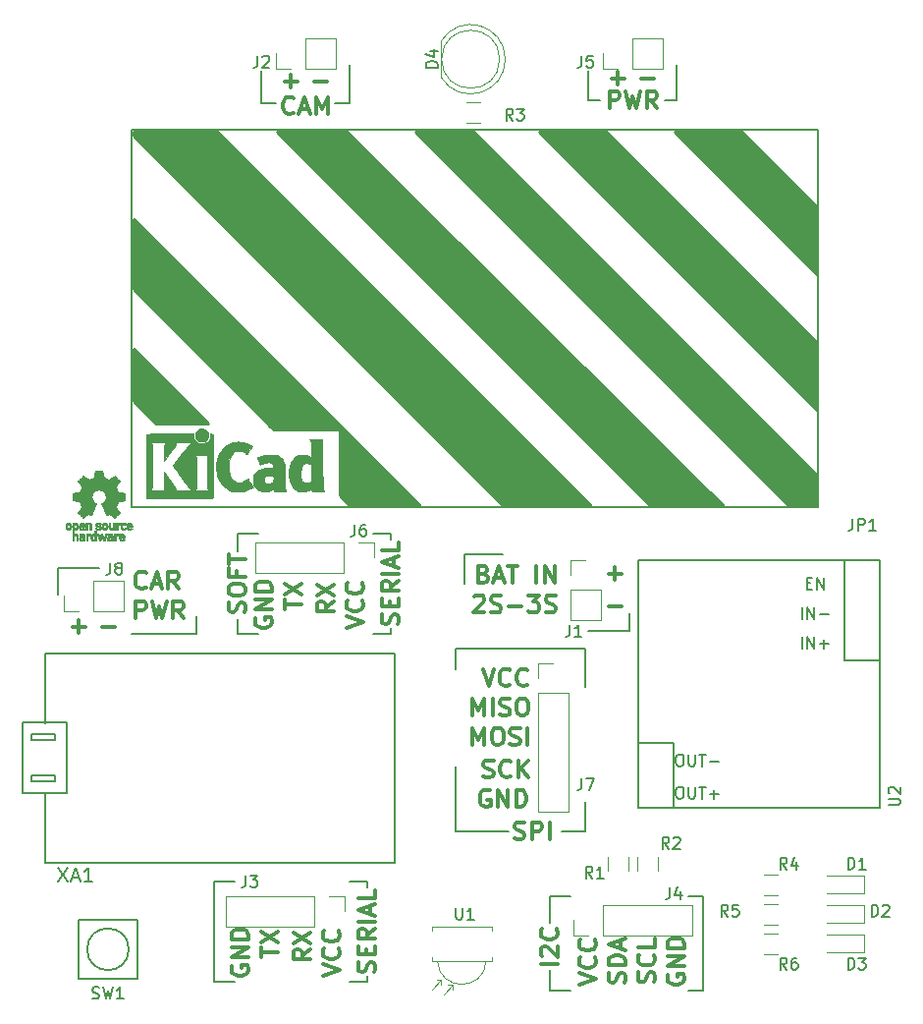
<source format=gto>
G04 #@! TF.FileFunction,Legend,Top*
%FSLAX46Y46*%
G04 Gerber Fmt 4.6, Leading zero omitted, Abs format (unit mm)*
G04 Created by KiCad (PCBNEW 4.0.7-e2-6376~58~ubuntu14.04.1) date Tue Oct 30 11:41:08 2018*
%MOMM*%
%LPD*%
G01*
G04 APERTURE LIST*
%ADD10C,0.100000*%
%ADD11C,0.200000*%
%ADD12C,0.300000*%
%ADD13C,0.150000*%
%ADD14C,0.010000*%
%ADD15C,0.120000*%
%ADD16C,0.254000*%
G04 APERTURE END LIST*
D10*
D11*
X150876000Y-109220000D02*
X150876000Y-112522000D01*
X139700000Y-109220000D02*
X150876000Y-109220000D01*
X139700000Y-110998000D02*
X139700000Y-109220000D01*
X139700000Y-124968000D02*
X139700000Y-119380000D01*
X144272000Y-124968000D02*
X139700000Y-124968000D01*
X150876000Y-124968000D02*
X150876000Y-122428000D01*
X148844000Y-124968000D02*
X150876000Y-124968000D01*
D12*
X141152857Y-114978571D02*
X141152857Y-113478571D01*
X141652857Y-114550000D01*
X142152857Y-113478571D01*
X142152857Y-114978571D01*
X142867143Y-114978571D02*
X142867143Y-113478571D01*
X143510000Y-114907143D02*
X143724286Y-114978571D01*
X144081429Y-114978571D01*
X144224286Y-114907143D01*
X144295715Y-114835714D01*
X144367143Y-114692857D01*
X144367143Y-114550000D01*
X144295715Y-114407143D01*
X144224286Y-114335714D01*
X144081429Y-114264286D01*
X143795715Y-114192857D01*
X143652857Y-114121429D01*
X143581429Y-114050000D01*
X143510000Y-113907143D01*
X143510000Y-113764286D01*
X143581429Y-113621429D01*
X143652857Y-113550000D01*
X143795715Y-113478571D01*
X144152857Y-113478571D01*
X144367143Y-113550000D01*
X145295714Y-113478571D02*
X145581428Y-113478571D01*
X145724286Y-113550000D01*
X145867143Y-113692857D01*
X145938571Y-113978571D01*
X145938571Y-114478571D01*
X145867143Y-114764286D01*
X145724286Y-114907143D01*
X145581428Y-114978571D01*
X145295714Y-114978571D01*
X145152857Y-114907143D01*
X145010000Y-114764286D01*
X144938571Y-114478571D01*
X144938571Y-113978571D01*
X145010000Y-113692857D01*
X145152857Y-113550000D01*
X145295714Y-113478571D01*
X142018000Y-110938571D02*
X142518000Y-112438571D01*
X143018000Y-110938571D01*
X144375143Y-112295714D02*
X144303714Y-112367143D01*
X144089428Y-112438571D01*
X143946571Y-112438571D01*
X143732286Y-112367143D01*
X143589428Y-112224286D01*
X143518000Y-112081429D01*
X143446571Y-111795714D01*
X143446571Y-111581429D01*
X143518000Y-111295714D01*
X143589428Y-111152857D01*
X143732286Y-111010000D01*
X143946571Y-110938571D01*
X144089428Y-110938571D01*
X144303714Y-111010000D01*
X144375143Y-111081429D01*
X145875143Y-112295714D02*
X145803714Y-112367143D01*
X145589428Y-112438571D01*
X145446571Y-112438571D01*
X145232286Y-112367143D01*
X145089428Y-112224286D01*
X145018000Y-112081429D01*
X144946571Y-111795714D01*
X144946571Y-111581429D01*
X145018000Y-111295714D01*
X145089428Y-111152857D01*
X145232286Y-111010000D01*
X145446571Y-110938571D01*
X145589428Y-110938571D01*
X145803714Y-111010000D01*
X145875143Y-111081429D01*
X142621143Y-121424000D02*
X142478286Y-121352571D01*
X142264000Y-121352571D01*
X142049715Y-121424000D01*
X141906857Y-121566857D01*
X141835429Y-121709714D01*
X141764000Y-121995429D01*
X141764000Y-122209714D01*
X141835429Y-122495429D01*
X141906857Y-122638286D01*
X142049715Y-122781143D01*
X142264000Y-122852571D01*
X142406857Y-122852571D01*
X142621143Y-122781143D01*
X142692572Y-122709714D01*
X142692572Y-122209714D01*
X142406857Y-122209714D01*
X143335429Y-122852571D02*
X143335429Y-121352571D01*
X144192572Y-122852571D01*
X144192572Y-121352571D01*
X144906858Y-122852571D02*
X144906858Y-121352571D01*
X145264001Y-121352571D01*
X145478286Y-121424000D01*
X145621144Y-121566857D01*
X145692572Y-121709714D01*
X145764001Y-121995429D01*
X145764001Y-122209714D01*
X145692572Y-122495429D01*
X145621144Y-122638286D01*
X145478286Y-122781143D01*
X145264001Y-122852571D01*
X144906858Y-122852571D01*
X141152857Y-117518571D02*
X141152857Y-116018571D01*
X141652857Y-117090000D01*
X142152857Y-116018571D01*
X142152857Y-117518571D01*
X143152857Y-116018571D02*
X143438571Y-116018571D01*
X143581429Y-116090000D01*
X143724286Y-116232857D01*
X143795714Y-116518571D01*
X143795714Y-117018571D01*
X143724286Y-117304286D01*
X143581429Y-117447143D01*
X143438571Y-117518571D01*
X143152857Y-117518571D01*
X143010000Y-117447143D01*
X142867143Y-117304286D01*
X142795714Y-117018571D01*
X142795714Y-116518571D01*
X142867143Y-116232857D01*
X143010000Y-116090000D01*
X143152857Y-116018571D01*
X144367143Y-117447143D02*
X144581429Y-117518571D01*
X144938572Y-117518571D01*
X145081429Y-117447143D01*
X145152858Y-117375714D01*
X145224286Y-117232857D01*
X145224286Y-117090000D01*
X145152858Y-116947143D01*
X145081429Y-116875714D01*
X144938572Y-116804286D01*
X144652858Y-116732857D01*
X144510000Y-116661429D01*
X144438572Y-116590000D01*
X144367143Y-116447143D01*
X144367143Y-116304286D01*
X144438572Y-116161429D01*
X144510000Y-116090000D01*
X144652858Y-116018571D01*
X145010000Y-116018571D01*
X145224286Y-116090000D01*
X145867143Y-117518571D02*
X145867143Y-116018571D01*
X142089429Y-120241143D02*
X142303715Y-120312571D01*
X142660858Y-120312571D01*
X142803715Y-120241143D01*
X142875144Y-120169714D01*
X142946572Y-120026857D01*
X142946572Y-119884000D01*
X142875144Y-119741143D01*
X142803715Y-119669714D01*
X142660858Y-119598286D01*
X142375144Y-119526857D01*
X142232286Y-119455429D01*
X142160858Y-119384000D01*
X142089429Y-119241143D01*
X142089429Y-119098286D01*
X142160858Y-118955429D01*
X142232286Y-118884000D01*
X142375144Y-118812571D01*
X142732286Y-118812571D01*
X142946572Y-118884000D01*
X144446572Y-120169714D02*
X144375143Y-120241143D01*
X144160857Y-120312571D01*
X144018000Y-120312571D01*
X143803715Y-120241143D01*
X143660857Y-120098286D01*
X143589429Y-119955429D01*
X143518000Y-119669714D01*
X143518000Y-119455429D01*
X143589429Y-119169714D01*
X143660857Y-119026857D01*
X143803715Y-118884000D01*
X144018000Y-118812571D01*
X144160857Y-118812571D01*
X144375143Y-118884000D01*
X144446572Y-118955429D01*
X145089429Y-120312571D02*
X145089429Y-118812571D01*
X145946572Y-120312571D02*
X145303715Y-119455429D01*
X145946572Y-118812571D02*
X145089429Y-119669714D01*
X144768286Y-125575143D02*
X144982572Y-125646571D01*
X145339715Y-125646571D01*
X145482572Y-125575143D01*
X145554001Y-125503714D01*
X145625429Y-125360857D01*
X145625429Y-125218000D01*
X145554001Y-125075143D01*
X145482572Y-125003714D01*
X145339715Y-124932286D01*
X145054001Y-124860857D01*
X144911143Y-124789429D01*
X144839715Y-124718000D01*
X144768286Y-124575143D01*
X144768286Y-124432286D01*
X144839715Y-124289429D01*
X144911143Y-124218000D01*
X145054001Y-124146571D01*
X145411143Y-124146571D01*
X145625429Y-124218000D01*
X146268286Y-125646571D02*
X146268286Y-124146571D01*
X146839714Y-124146571D01*
X146982572Y-124218000D01*
X147054000Y-124289429D01*
X147125429Y-124432286D01*
X147125429Y-124646571D01*
X147054000Y-124789429D01*
X146982572Y-124860857D01*
X146839714Y-124932286D01*
X146268286Y-124932286D01*
X147768286Y-125646571D02*
X147768286Y-124146571D01*
D11*
X129286000Y-62230000D02*
X130556000Y-62230000D01*
X122936000Y-62230000D02*
X124206000Y-62230000D01*
D12*
X125710286Y-63019714D02*
X125638857Y-63091143D01*
X125424571Y-63162571D01*
X125281714Y-63162571D01*
X125067429Y-63091143D01*
X124924571Y-62948286D01*
X124853143Y-62805429D01*
X124781714Y-62519714D01*
X124781714Y-62305429D01*
X124853143Y-62019714D01*
X124924571Y-61876857D01*
X125067429Y-61734000D01*
X125281714Y-61662571D01*
X125424571Y-61662571D01*
X125638857Y-61734000D01*
X125710286Y-61805429D01*
X126281714Y-62734000D02*
X126996000Y-62734000D01*
X126138857Y-63162571D02*
X126638857Y-61662571D01*
X127138857Y-63162571D01*
X127638857Y-63162571D02*
X127638857Y-61662571D01*
X128138857Y-62734000D01*
X128638857Y-61662571D01*
X128638857Y-63162571D01*
D11*
X151130000Y-61976000D02*
X151130000Y-59436000D01*
X158750000Y-61976000D02*
X158750000Y-58928000D01*
X122936000Y-62230000D02*
X122936000Y-59436000D01*
X152146000Y-61976000D02*
X151130000Y-61976000D01*
X130556000Y-62230000D02*
X130556000Y-58928000D01*
X157734000Y-61976000D02*
X158750000Y-61976000D01*
D12*
X152940000Y-62654571D02*
X152940000Y-61154571D01*
X153511428Y-61154571D01*
X153654286Y-61226000D01*
X153725714Y-61297429D01*
X153797143Y-61440286D01*
X153797143Y-61654571D01*
X153725714Y-61797429D01*
X153654286Y-61868857D01*
X153511428Y-61940286D01*
X152940000Y-61940286D01*
X154297143Y-61154571D02*
X154654286Y-62654571D01*
X154940000Y-61583143D01*
X155225714Y-62654571D01*
X155582857Y-61154571D01*
X157011429Y-62654571D02*
X156511429Y-61940286D01*
X156154286Y-62654571D02*
X156154286Y-61154571D01*
X156725714Y-61154571D01*
X156868572Y-61226000D01*
X156940000Y-61297429D01*
X157011429Y-61440286D01*
X157011429Y-61654571D01*
X156940000Y-61797429D01*
X156868572Y-61868857D01*
X156725714Y-61940286D01*
X156154286Y-61940286D01*
X155638572Y-60051143D02*
X156781429Y-60051143D01*
X127444572Y-60305143D02*
X128587429Y-60305143D01*
X153098572Y-60051143D02*
X154241429Y-60051143D01*
X153670000Y-60622571D02*
X153670000Y-59479714D01*
X124904572Y-60305143D02*
X126047429Y-60305143D01*
X125476000Y-60876571D02*
X125476000Y-59733714D01*
D11*
X118872000Y-137922000D02*
X118872000Y-129286000D01*
D12*
X128210571Y-137382000D02*
X129710571Y-136882000D01*
X128210571Y-136382000D01*
X129567714Y-135024857D02*
X129639143Y-135096286D01*
X129710571Y-135310572D01*
X129710571Y-135453429D01*
X129639143Y-135667714D01*
X129496286Y-135810572D01*
X129353429Y-135882000D01*
X129067714Y-135953429D01*
X128853429Y-135953429D01*
X128567714Y-135882000D01*
X128424857Y-135810572D01*
X128282000Y-135667714D01*
X128210571Y-135453429D01*
X128210571Y-135310572D01*
X128282000Y-135096286D01*
X128353429Y-135024857D01*
X129567714Y-133524857D02*
X129639143Y-133596286D01*
X129710571Y-133810572D01*
X129710571Y-133953429D01*
X129639143Y-134167714D01*
X129496286Y-134310572D01*
X129353429Y-134382000D01*
X129067714Y-134453429D01*
X128853429Y-134453429D01*
X128567714Y-134382000D01*
X128424857Y-134310572D01*
X128282000Y-134167714D01*
X128210571Y-133953429D01*
X128210571Y-133810572D01*
X128282000Y-133596286D01*
X128353429Y-133524857D01*
X120408000Y-136524857D02*
X120336571Y-136667714D01*
X120336571Y-136882000D01*
X120408000Y-137096285D01*
X120550857Y-137239143D01*
X120693714Y-137310571D01*
X120979429Y-137382000D01*
X121193714Y-137382000D01*
X121479429Y-137310571D01*
X121622286Y-137239143D01*
X121765143Y-137096285D01*
X121836571Y-136882000D01*
X121836571Y-136739143D01*
X121765143Y-136524857D01*
X121693714Y-136453428D01*
X121193714Y-136453428D01*
X121193714Y-136739143D01*
X121836571Y-135810571D02*
X120336571Y-135810571D01*
X121836571Y-134953428D01*
X120336571Y-134953428D01*
X121836571Y-134239142D02*
X120336571Y-134239142D01*
X120336571Y-133881999D01*
X120408000Y-133667714D01*
X120550857Y-133524856D01*
X120693714Y-133453428D01*
X120979429Y-133381999D01*
X121193714Y-133381999D01*
X121479429Y-133453428D01*
X121622286Y-133524856D01*
X121765143Y-133667714D01*
X121836571Y-133881999D01*
X121836571Y-134239142D01*
X122876571Y-135762857D02*
X122876571Y-134905714D01*
X124376571Y-135334285D02*
X122876571Y-135334285D01*
X122876571Y-134548571D02*
X124376571Y-133548571D01*
X122876571Y-133548571D02*
X124376571Y-134548571D01*
X127170571Y-135123999D02*
X126456286Y-135623999D01*
X127170571Y-135981142D02*
X125670571Y-135981142D01*
X125670571Y-135409714D01*
X125742000Y-135266856D01*
X125813429Y-135195428D01*
X125956286Y-135123999D01*
X126170571Y-135123999D01*
X126313429Y-135195428D01*
X126384857Y-135266856D01*
X126456286Y-135409714D01*
X126456286Y-135981142D01*
X125670571Y-134623999D02*
X127170571Y-133623999D01*
X125670571Y-133623999D02*
X127170571Y-134623999D01*
X132687143Y-137068286D02*
X132758571Y-136854000D01*
X132758571Y-136496857D01*
X132687143Y-136354000D01*
X132615714Y-136282571D01*
X132472857Y-136211143D01*
X132330000Y-136211143D01*
X132187143Y-136282571D01*
X132115714Y-136354000D01*
X132044286Y-136496857D01*
X131972857Y-136782571D01*
X131901429Y-136925429D01*
X131830000Y-136996857D01*
X131687143Y-137068286D01*
X131544286Y-137068286D01*
X131401429Y-136996857D01*
X131330000Y-136925429D01*
X131258571Y-136782571D01*
X131258571Y-136425429D01*
X131330000Y-136211143D01*
X131972857Y-135568286D02*
X131972857Y-135068286D01*
X132758571Y-134854000D02*
X132758571Y-135568286D01*
X131258571Y-135568286D01*
X131258571Y-134854000D01*
X132758571Y-133354000D02*
X132044286Y-133854000D01*
X132758571Y-134211143D02*
X131258571Y-134211143D01*
X131258571Y-133639715D01*
X131330000Y-133496857D01*
X131401429Y-133425429D01*
X131544286Y-133354000D01*
X131758571Y-133354000D01*
X131901429Y-133425429D01*
X131972857Y-133496857D01*
X132044286Y-133639715D01*
X132044286Y-134211143D01*
X132758571Y-132711143D02*
X131258571Y-132711143D01*
X132330000Y-132068286D02*
X132330000Y-131354000D01*
X132758571Y-132211143D02*
X131258571Y-131711143D01*
X132758571Y-131211143D01*
X132758571Y-129996857D02*
X132758571Y-130711143D01*
X131258571Y-130711143D01*
D11*
X120650000Y-129286000D02*
X118872000Y-129286000D01*
X118872000Y-137922000D02*
X120650000Y-137922000D01*
X130556000Y-137922000D02*
X132080000Y-137922000D01*
X132080000Y-137922000D02*
X132080000Y-137414000D01*
X132080000Y-129794000D02*
X132080000Y-129286000D01*
X132080000Y-129286000D02*
X130556000Y-129286000D01*
X120904000Y-107950000D02*
X120904000Y-106680000D01*
X120904000Y-99314000D02*
X120904000Y-100838000D01*
D12*
X121511143Y-106060571D02*
X121582571Y-105846285D01*
X121582571Y-105489142D01*
X121511143Y-105346285D01*
X121439714Y-105274856D01*
X121296857Y-105203428D01*
X121154000Y-105203428D01*
X121011143Y-105274856D01*
X120939714Y-105346285D01*
X120868286Y-105489142D01*
X120796857Y-105774856D01*
X120725429Y-105917714D01*
X120654000Y-105989142D01*
X120511143Y-106060571D01*
X120368286Y-106060571D01*
X120225429Y-105989142D01*
X120154000Y-105917714D01*
X120082571Y-105774856D01*
X120082571Y-105417714D01*
X120154000Y-105203428D01*
X120082571Y-104274857D02*
X120082571Y-103989143D01*
X120154000Y-103846285D01*
X120296857Y-103703428D01*
X120582571Y-103632000D01*
X121082571Y-103632000D01*
X121368286Y-103703428D01*
X121511143Y-103846285D01*
X121582571Y-103989143D01*
X121582571Y-104274857D01*
X121511143Y-104417714D01*
X121368286Y-104560571D01*
X121082571Y-104632000D01*
X120582571Y-104632000D01*
X120296857Y-104560571D01*
X120154000Y-104417714D01*
X120082571Y-104274857D01*
X120796857Y-102489142D02*
X120796857Y-102989142D01*
X121582571Y-102989142D02*
X120082571Y-102989142D01*
X120082571Y-102274856D01*
X120082571Y-101917714D02*
X120082571Y-101060571D01*
X121582571Y-101489142D02*
X120082571Y-101489142D01*
D11*
X134112000Y-99314000D02*
X132588000Y-99314000D01*
X134112000Y-99822000D02*
X134112000Y-99314000D01*
X134112000Y-107950000D02*
X134112000Y-107442000D01*
X132588000Y-107950000D02*
X134112000Y-107950000D01*
X120904000Y-107950000D02*
X122682000Y-107950000D01*
X122682000Y-99314000D02*
X120904000Y-99314000D01*
D12*
X134719143Y-107096286D02*
X134790571Y-106882000D01*
X134790571Y-106524857D01*
X134719143Y-106382000D01*
X134647714Y-106310571D01*
X134504857Y-106239143D01*
X134362000Y-106239143D01*
X134219143Y-106310571D01*
X134147714Y-106382000D01*
X134076286Y-106524857D01*
X134004857Y-106810571D01*
X133933429Y-106953429D01*
X133862000Y-107024857D01*
X133719143Y-107096286D01*
X133576286Y-107096286D01*
X133433429Y-107024857D01*
X133362000Y-106953429D01*
X133290571Y-106810571D01*
X133290571Y-106453429D01*
X133362000Y-106239143D01*
X134004857Y-105596286D02*
X134004857Y-105096286D01*
X134790571Y-104882000D02*
X134790571Y-105596286D01*
X133290571Y-105596286D01*
X133290571Y-104882000D01*
X134790571Y-103382000D02*
X134076286Y-103882000D01*
X134790571Y-104239143D02*
X133290571Y-104239143D01*
X133290571Y-103667715D01*
X133362000Y-103524857D01*
X133433429Y-103453429D01*
X133576286Y-103382000D01*
X133790571Y-103382000D01*
X133933429Y-103453429D01*
X134004857Y-103524857D01*
X134076286Y-103667715D01*
X134076286Y-104239143D01*
X134790571Y-102739143D02*
X133290571Y-102739143D01*
X134362000Y-102096286D02*
X134362000Y-101382000D01*
X134790571Y-102239143D02*
X133290571Y-101739143D01*
X134790571Y-101239143D01*
X134790571Y-100024857D02*
X134790571Y-100739143D01*
X133290571Y-100739143D01*
X129202571Y-105151999D02*
X128488286Y-105651999D01*
X129202571Y-106009142D02*
X127702571Y-106009142D01*
X127702571Y-105437714D01*
X127774000Y-105294856D01*
X127845429Y-105223428D01*
X127988286Y-105151999D01*
X128202571Y-105151999D01*
X128345429Y-105223428D01*
X128416857Y-105294856D01*
X128488286Y-105437714D01*
X128488286Y-106009142D01*
X127702571Y-104651999D02*
X129202571Y-103651999D01*
X127702571Y-103651999D02*
X129202571Y-104651999D01*
X124908571Y-105790857D02*
X124908571Y-104933714D01*
X126408571Y-105362285D02*
X124908571Y-105362285D01*
X124908571Y-104576571D02*
X126408571Y-103576571D01*
X124908571Y-103576571D02*
X126408571Y-104576571D01*
X122440000Y-106552857D02*
X122368571Y-106695714D01*
X122368571Y-106910000D01*
X122440000Y-107124285D01*
X122582857Y-107267143D01*
X122725714Y-107338571D01*
X123011429Y-107410000D01*
X123225714Y-107410000D01*
X123511429Y-107338571D01*
X123654286Y-107267143D01*
X123797143Y-107124285D01*
X123868571Y-106910000D01*
X123868571Y-106767143D01*
X123797143Y-106552857D01*
X123725714Y-106481428D01*
X123225714Y-106481428D01*
X123225714Y-106767143D01*
X123868571Y-105838571D02*
X122368571Y-105838571D01*
X123868571Y-104981428D01*
X122368571Y-104981428D01*
X123868571Y-104267142D02*
X122368571Y-104267142D01*
X122368571Y-103909999D01*
X122440000Y-103695714D01*
X122582857Y-103552856D01*
X122725714Y-103481428D01*
X123011429Y-103409999D01*
X123225714Y-103409999D01*
X123511429Y-103481428D01*
X123654286Y-103552856D01*
X123797143Y-103695714D01*
X123868571Y-103909999D01*
X123868571Y-104267142D01*
X130242571Y-107410000D02*
X131742571Y-106910000D01*
X130242571Y-106410000D01*
X131599714Y-105052857D02*
X131671143Y-105124286D01*
X131742571Y-105338572D01*
X131742571Y-105481429D01*
X131671143Y-105695714D01*
X131528286Y-105838572D01*
X131385429Y-105910000D01*
X131099714Y-105981429D01*
X130885429Y-105981429D01*
X130599714Y-105910000D01*
X130456857Y-105838572D01*
X130314000Y-105695714D01*
X130242571Y-105481429D01*
X130242571Y-105338572D01*
X130314000Y-105124286D01*
X130385429Y-105052857D01*
X131599714Y-103552857D02*
X131671143Y-103624286D01*
X131742571Y-103838572D01*
X131742571Y-103981429D01*
X131671143Y-104195714D01*
X131528286Y-104338572D01*
X131385429Y-104410000D01*
X131099714Y-104481429D01*
X130885429Y-104481429D01*
X130599714Y-104410000D01*
X130456857Y-104338572D01*
X130314000Y-104195714D01*
X130242571Y-103981429D01*
X130242571Y-103838572D01*
X130314000Y-103624286D01*
X130385429Y-103552857D01*
D11*
X147828000Y-130556000D02*
X147828000Y-132842000D01*
X154686000Y-107696000D02*
X154686000Y-106172000D01*
X151130000Y-107696000D02*
X154686000Y-107696000D01*
X143510000Y-101092000D02*
X143764000Y-101092000D01*
X140462000Y-101092000D02*
X143510000Y-101092000D01*
X140462000Y-103632000D02*
X140462000Y-101092000D01*
D12*
X142090000Y-102757857D02*
X142304286Y-102829286D01*
X142375714Y-102900714D01*
X142447143Y-103043571D01*
X142447143Y-103257857D01*
X142375714Y-103400714D01*
X142304286Y-103472143D01*
X142161428Y-103543571D01*
X141590000Y-103543571D01*
X141590000Y-102043571D01*
X142090000Y-102043571D01*
X142232857Y-102115000D01*
X142304286Y-102186429D01*
X142375714Y-102329286D01*
X142375714Y-102472143D01*
X142304286Y-102615000D01*
X142232857Y-102686429D01*
X142090000Y-102757857D01*
X141590000Y-102757857D01*
X143018571Y-103115000D02*
X143732857Y-103115000D01*
X142875714Y-103543571D02*
X143375714Y-102043571D01*
X143875714Y-103543571D01*
X144161428Y-102043571D02*
X145018571Y-102043571D01*
X144590000Y-103543571D02*
X144590000Y-102043571D01*
X146661428Y-103543571D02*
X146661428Y-102043571D01*
X147375714Y-103543571D02*
X147375714Y-102043571D01*
X148232857Y-103543571D01*
X148232857Y-102043571D01*
X141304287Y-104736429D02*
X141375716Y-104665000D01*
X141518573Y-104593571D01*
X141875716Y-104593571D01*
X142018573Y-104665000D01*
X142090002Y-104736429D01*
X142161430Y-104879286D01*
X142161430Y-105022143D01*
X142090002Y-105236429D01*
X141232859Y-106093571D01*
X142161430Y-106093571D01*
X142732858Y-106022143D02*
X142947144Y-106093571D01*
X143304287Y-106093571D01*
X143447144Y-106022143D01*
X143518573Y-105950714D01*
X143590001Y-105807857D01*
X143590001Y-105665000D01*
X143518573Y-105522143D01*
X143447144Y-105450714D01*
X143304287Y-105379286D01*
X143018573Y-105307857D01*
X142875715Y-105236429D01*
X142804287Y-105165000D01*
X142732858Y-105022143D01*
X142732858Y-104879286D01*
X142804287Y-104736429D01*
X142875715Y-104665000D01*
X143018573Y-104593571D01*
X143375715Y-104593571D01*
X143590001Y-104665000D01*
X144232858Y-105522143D02*
X145375715Y-105522143D01*
X145947144Y-104593571D02*
X146875715Y-104593571D01*
X146375715Y-105165000D01*
X146590001Y-105165000D01*
X146732858Y-105236429D01*
X146804287Y-105307857D01*
X146875715Y-105450714D01*
X146875715Y-105807857D01*
X146804287Y-105950714D01*
X146732858Y-106022143D01*
X146590001Y-106093571D01*
X146161429Y-106093571D01*
X146018572Y-106022143D01*
X145947144Y-105950714D01*
X147447143Y-106022143D02*
X147661429Y-106093571D01*
X148018572Y-106093571D01*
X148161429Y-106022143D01*
X148232858Y-105950714D01*
X148304286Y-105807857D01*
X148304286Y-105665000D01*
X148232858Y-105522143D01*
X148161429Y-105450714D01*
X148018572Y-105379286D01*
X147732858Y-105307857D01*
X147590000Y-105236429D01*
X147518572Y-105165000D01*
X147447143Y-105022143D01*
X147447143Y-104879286D01*
X147518572Y-104736429D01*
X147590000Y-104665000D01*
X147732858Y-104593571D01*
X148090000Y-104593571D01*
X148304286Y-104665000D01*
X152844572Y-105517143D02*
X153987429Y-105517143D01*
X152844572Y-102723143D02*
X153987429Y-102723143D01*
X153416000Y-103294571D02*
X153416000Y-102151714D01*
D11*
X161036000Y-130556000D02*
X161036000Y-138684000D01*
X161036000Y-130556000D02*
X159766000Y-130556000D01*
D12*
X158000000Y-137286857D02*
X157928571Y-137429714D01*
X157928571Y-137644000D01*
X158000000Y-137858285D01*
X158142857Y-138001143D01*
X158285714Y-138072571D01*
X158571429Y-138144000D01*
X158785714Y-138144000D01*
X159071429Y-138072571D01*
X159214286Y-138001143D01*
X159357143Y-137858285D01*
X159428571Y-137644000D01*
X159428571Y-137501143D01*
X159357143Y-137286857D01*
X159285714Y-137215428D01*
X158785714Y-137215428D01*
X158785714Y-137501143D01*
X159428571Y-136572571D02*
X157928571Y-136572571D01*
X159428571Y-135715428D01*
X157928571Y-135715428D01*
X159428571Y-135001142D02*
X157928571Y-135001142D01*
X157928571Y-134643999D01*
X158000000Y-134429714D01*
X158142857Y-134286856D01*
X158285714Y-134215428D01*
X158571429Y-134143999D01*
X158785714Y-134143999D01*
X159071429Y-134215428D01*
X159214286Y-134286856D01*
X159357143Y-134429714D01*
X159428571Y-134643999D01*
X159428571Y-135001142D01*
D11*
X161036000Y-138684000D02*
X159766000Y-138684000D01*
X147828000Y-130556000D02*
X149606000Y-130556000D01*
X147828000Y-138684000D02*
X149606000Y-138684000D01*
X147828000Y-136906000D02*
X147828000Y-138684000D01*
D12*
X156817143Y-137929714D02*
X156888571Y-137715428D01*
X156888571Y-137358285D01*
X156817143Y-137215428D01*
X156745714Y-137143999D01*
X156602857Y-137072571D01*
X156460000Y-137072571D01*
X156317143Y-137143999D01*
X156245714Y-137215428D01*
X156174286Y-137358285D01*
X156102857Y-137643999D01*
X156031429Y-137786857D01*
X155960000Y-137858285D01*
X155817143Y-137929714D01*
X155674286Y-137929714D01*
X155531429Y-137858285D01*
X155460000Y-137786857D01*
X155388571Y-137643999D01*
X155388571Y-137286857D01*
X155460000Y-137072571D01*
X156745714Y-135572571D02*
X156817143Y-135644000D01*
X156888571Y-135858286D01*
X156888571Y-136001143D01*
X156817143Y-136215428D01*
X156674286Y-136358286D01*
X156531429Y-136429714D01*
X156245714Y-136501143D01*
X156031429Y-136501143D01*
X155745714Y-136429714D01*
X155602857Y-136358286D01*
X155460000Y-136215428D01*
X155388571Y-136001143D01*
X155388571Y-135858286D01*
X155460000Y-135644000D01*
X155531429Y-135572571D01*
X156888571Y-134215428D02*
X156888571Y-134929714D01*
X155388571Y-134929714D01*
X154277143Y-137965428D02*
X154348571Y-137751142D01*
X154348571Y-137393999D01*
X154277143Y-137251142D01*
X154205714Y-137179713D01*
X154062857Y-137108285D01*
X153920000Y-137108285D01*
X153777143Y-137179713D01*
X153705714Y-137251142D01*
X153634286Y-137393999D01*
X153562857Y-137679713D01*
X153491429Y-137822571D01*
X153420000Y-137893999D01*
X153277143Y-137965428D01*
X153134286Y-137965428D01*
X152991429Y-137893999D01*
X152920000Y-137822571D01*
X152848571Y-137679713D01*
X152848571Y-137322571D01*
X152920000Y-137108285D01*
X154348571Y-136465428D02*
X152848571Y-136465428D01*
X152848571Y-136108285D01*
X152920000Y-135894000D01*
X153062857Y-135751142D01*
X153205714Y-135679714D01*
X153491429Y-135608285D01*
X153705714Y-135608285D01*
X153991429Y-135679714D01*
X154134286Y-135751142D01*
X154277143Y-135894000D01*
X154348571Y-136108285D01*
X154348571Y-136465428D01*
X153920000Y-135036857D02*
X153920000Y-134322571D01*
X154348571Y-135179714D02*
X152848571Y-134679714D01*
X154348571Y-134179714D01*
X150308571Y-138144000D02*
X151808571Y-137644000D01*
X150308571Y-137144000D01*
X151665714Y-135786857D02*
X151737143Y-135858286D01*
X151808571Y-136072572D01*
X151808571Y-136215429D01*
X151737143Y-136429714D01*
X151594286Y-136572572D01*
X151451429Y-136644000D01*
X151165714Y-136715429D01*
X150951429Y-136715429D01*
X150665714Y-136644000D01*
X150522857Y-136572572D01*
X150380000Y-136429714D01*
X150308571Y-136215429D01*
X150308571Y-136072572D01*
X150380000Y-135858286D01*
X150451429Y-135786857D01*
X151665714Y-134286857D02*
X151737143Y-134358286D01*
X151808571Y-134572572D01*
X151808571Y-134715429D01*
X151737143Y-134929714D01*
X151594286Y-135072572D01*
X151451429Y-135144000D01*
X151165714Y-135215429D01*
X150951429Y-135215429D01*
X150665714Y-135144000D01*
X150522857Y-135072572D01*
X150380000Y-134929714D01*
X150308571Y-134715429D01*
X150308571Y-134572572D01*
X150380000Y-134358286D01*
X150451429Y-134286857D01*
X148506571Y-136338285D02*
X147006571Y-136338285D01*
X147149429Y-135695428D02*
X147078000Y-135623999D01*
X147006571Y-135481142D01*
X147006571Y-135123999D01*
X147078000Y-134981142D01*
X147149429Y-134909713D01*
X147292286Y-134838285D01*
X147435143Y-134838285D01*
X147649429Y-134909713D01*
X148506571Y-135766856D01*
X148506571Y-134838285D01*
X148363714Y-133338285D02*
X148435143Y-133409714D01*
X148506571Y-133624000D01*
X148506571Y-133766857D01*
X148435143Y-133981142D01*
X148292286Y-134124000D01*
X148149429Y-134195428D01*
X147863714Y-134266857D01*
X147649429Y-134266857D01*
X147363714Y-134195428D01*
X147220857Y-134124000D01*
X147078000Y-133981142D01*
X147006571Y-133766857D01*
X147006571Y-133624000D01*
X147078000Y-133409714D01*
X147149429Y-133338285D01*
D11*
X170942000Y-97028000D02*
X111760000Y-97028000D01*
X170942000Y-64516000D02*
X170942000Y-97028000D01*
X111760000Y-64516000D02*
X170942000Y-64516000D01*
X111760000Y-97028000D02*
X111760000Y-64516000D01*
X105402000Y-102246000D02*
X108958000Y-102246000D01*
X105402000Y-104532000D02*
X105402000Y-102246000D01*
X117348000Y-107950000D02*
X117348000Y-106426000D01*
X111760000Y-107950000D02*
X117348000Y-107950000D01*
D12*
X109156572Y-107295143D02*
X110299429Y-107295143D01*
X106616572Y-107295143D02*
X107759429Y-107295143D01*
X107188000Y-107866571D02*
X107188000Y-106723714D01*
X112974286Y-103908714D02*
X112902857Y-103980143D01*
X112688571Y-104051571D01*
X112545714Y-104051571D01*
X112331429Y-103980143D01*
X112188571Y-103837286D01*
X112117143Y-103694429D01*
X112045714Y-103408714D01*
X112045714Y-103194429D01*
X112117143Y-102908714D01*
X112188571Y-102765857D01*
X112331429Y-102623000D01*
X112545714Y-102551571D01*
X112688571Y-102551571D01*
X112902857Y-102623000D01*
X112974286Y-102694429D01*
X113545714Y-103623000D02*
X114260000Y-103623000D01*
X113402857Y-104051571D02*
X113902857Y-102551571D01*
X114402857Y-104051571D01*
X115760000Y-104051571D02*
X115260000Y-103337286D01*
X114902857Y-104051571D02*
X114902857Y-102551571D01*
X115474285Y-102551571D01*
X115617143Y-102623000D01*
X115688571Y-102694429D01*
X115760000Y-102837286D01*
X115760000Y-103051571D01*
X115688571Y-103194429D01*
X115617143Y-103265857D01*
X115474285Y-103337286D01*
X114902857Y-103337286D01*
X112117143Y-106601571D02*
X112117143Y-105101571D01*
X112688571Y-105101571D01*
X112831429Y-105173000D01*
X112902857Y-105244429D01*
X112974286Y-105387286D01*
X112974286Y-105601571D01*
X112902857Y-105744429D01*
X112831429Y-105815857D01*
X112688571Y-105887286D01*
X112117143Y-105887286D01*
X113474286Y-105101571D02*
X113831429Y-106601571D01*
X114117143Y-105530143D01*
X114402857Y-106601571D01*
X114760000Y-105101571D01*
X116188572Y-106601571D02*
X115688572Y-105887286D01*
X115331429Y-106601571D02*
X115331429Y-105101571D01*
X115902857Y-105101571D01*
X116045715Y-105173000D01*
X116117143Y-105244429D01*
X116188572Y-105387286D01*
X116188572Y-105601571D01*
X116117143Y-105744429D01*
X116045715Y-105815857D01*
X115902857Y-105887286D01*
X115331429Y-105887286D01*
D13*
X105156000Y-120650000D02*
X105156000Y-120142000D01*
X103124000Y-120142000D02*
X103124000Y-120650000D01*
X103124000Y-120142000D02*
X105156000Y-120142000D01*
X103124000Y-120650000D02*
X105156000Y-120650000D01*
X103124000Y-116586000D02*
X103124000Y-117094000D01*
X103124000Y-117094000D02*
X105156000Y-117094000D01*
X105156000Y-117094000D02*
X105156000Y-116586000D01*
X105156000Y-116586000D02*
X103124000Y-116586000D01*
X106172000Y-115570000D02*
X102362000Y-115570000D01*
X102362000Y-115570000D02*
X102362000Y-121666000D01*
X102362000Y-121666000D02*
X106172000Y-121666000D01*
X106172000Y-121666000D02*
X106172000Y-115570000D01*
X104310000Y-127638000D02*
X134450000Y-127638000D01*
X134450000Y-127638000D02*
X134450000Y-109598000D01*
X134450000Y-109598000D02*
X104310000Y-109598000D01*
X104310000Y-109598000D02*
X104310000Y-115611334D01*
X104310000Y-121624666D02*
X104310000Y-127638000D01*
X176276000Y-122936000D02*
X155448000Y-122936000D01*
X176276000Y-101600000D02*
X155448000Y-101600000D01*
X176276000Y-110236000D02*
X173228000Y-110236000D01*
X176276000Y-101600000D02*
X176276000Y-122936000D01*
X173228000Y-110236000D02*
X173228000Y-101600000D01*
X158496000Y-122936000D02*
X158496000Y-117348000D01*
X158496000Y-117348000D02*
X155448000Y-117348000D01*
X155448000Y-101600000D02*
X155448000Y-122936000D01*
D14*
G36*
X114694257Y-90691689D02*
X114958780Y-90691725D01*
X115081912Y-90691730D01*
X117052811Y-90691730D01*
X117052811Y-90807910D01*
X117065211Y-90949291D01*
X117102636Y-91079684D01*
X117165423Y-91199862D01*
X117253906Y-91310602D01*
X117283843Y-91340511D01*
X117391534Y-91425348D01*
X117510275Y-91487221D01*
X117636540Y-91526159D01*
X117766803Y-91542190D01*
X117897535Y-91535342D01*
X118025212Y-91505643D01*
X118146305Y-91453120D01*
X118257288Y-91377803D01*
X118307132Y-91332363D01*
X118400017Y-91220952D01*
X118468127Y-91098435D01*
X118510871Y-90966215D01*
X118527653Y-90825692D01*
X118527876Y-90811867D01*
X118528756Y-90691734D01*
X118581557Y-90691732D01*
X118628396Y-90698089D01*
X118671183Y-90713556D01*
X118674011Y-90715154D01*
X118683675Y-90720168D01*
X118692549Y-90724073D01*
X118700665Y-90728007D01*
X118708057Y-90733106D01*
X118714755Y-90740508D01*
X118720792Y-90751351D01*
X118726199Y-90766772D01*
X118731010Y-90787909D01*
X118735255Y-90815899D01*
X118738968Y-90851879D01*
X118742179Y-90896987D01*
X118744922Y-90952360D01*
X118747228Y-91019137D01*
X118749129Y-91098453D01*
X118750658Y-91191447D01*
X118751846Y-91299257D01*
X118752726Y-91423019D01*
X118753330Y-91563871D01*
X118753689Y-91722950D01*
X118753835Y-91901395D01*
X118753802Y-92100342D01*
X118753620Y-92320929D01*
X118753323Y-92564293D01*
X118752941Y-92831572D01*
X118752508Y-93123903D01*
X118752055Y-93442424D01*
X118752002Y-93481230D01*
X118751596Y-93801782D01*
X118751251Y-94096012D01*
X118750931Y-94365056D01*
X118750600Y-94610052D01*
X118750221Y-94832137D01*
X118749757Y-95032447D01*
X118749172Y-95212119D01*
X118748430Y-95372290D01*
X118747494Y-95514098D01*
X118746327Y-95638679D01*
X118744893Y-95747170D01*
X118743156Y-95840707D01*
X118741078Y-95920429D01*
X118738624Y-95987472D01*
X118735756Y-96042973D01*
X118732439Y-96088068D01*
X118728636Y-96123895D01*
X118724310Y-96151591D01*
X118719425Y-96172293D01*
X118713945Y-96187137D01*
X118707832Y-96197260D01*
X118701050Y-96203800D01*
X118693563Y-96207893D01*
X118685334Y-96210676D01*
X118676327Y-96213287D01*
X118666505Y-96216862D01*
X118664106Y-96217950D01*
X118656565Y-96220396D01*
X118643944Y-96222642D01*
X118625141Y-96224698D01*
X118599053Y-96226572D01*
X118564578Y-96228271D01*
X118520615Y-96229803D01*
X118466061Y-96231177D01*
X118399815Y-96232400D01*
X118320774Y-96233481D01*
X118227837Y-96234427D01*
X118119901Y-96235247D01*
X117995864Y-96235947D01*
X117854624Y-96236538D01*
X117695079Y-96237025D01*
X117516128Y-96237419D01*
X117316668Y-96237725D01*
X117095596Y-96237953D01*
X116851812Y-96238110D01*
X116584213Y-96238205D01*
X116291697Y-96238245D01*
X115973161Y-96238238D01*
X115869979Y-96238228D01*
X115544377Y-96238176D01*
X115245119Y-96238091D01*
X114971091Y-96237963D01*
X114721176Y-96237785D01*
X114494260Y-96237548D01*
X114289227Y-96237242D01*
X114104962Y-96236860D01*
X113940350Y-96236392D01*
X113794275Y-96235830D01*
X113665624Y-96235165D01*
X113553279Y-96234388D01*
X113456126Y-96233491D01*
X113373050Y-96232465D01*
X113302936Y-96231301D01*
X113244668Y-96229991D01*
X113197131Y-96228525D01*
X113159210Y-96226896D01*
X113129790Y-96225093D01*
X113107755Y-96223110D01*
X113091990Y-96220936D01*
X113081380Y-96218563D01*
X113075596Y-96216391D01*
X113065316Y-96212056D01*
X113055878Y-96208859D01*
X113047245Y-96205665D01*
X113039381Y-96201338D01*
X113032252Y-96194744D01*
X113025821Y-96184747D01*
X113020053Y-96170212D01*
X113014911Y-96150003D01*
X113010360Y-96122985D01*
X113006365Y-96088023D01*
X113002889Y-96043981D01*
X112999898Y-95989724D01*
X112997354Y-95924117D01*
X112995223Y-95846024D01*
X112993468Y-95754310D01*
X112992055Y-95647840D01*
X112991685Y-95606973D01*
X113358116Y-95606973D01*
X114653266Y-95606973D01*
X114628345Y-95569217D01*
X114603553Y-95530417D01*
X114582560Y-95493469D01*
X114565065Y-95455788D01*
X114550770Y-95414788D01*
X114539377Y-95367883D01*
X114530587Y-95312487D01*
X114524102Y-95246016D01*
X114519623Y-95165883D01*
X114516850Y-95069502D01*
X114515487Y-94954289D01*
X114515233Y-94817657D01*
X114515791Y-94657020D01*
X114516107Y-94597382D01*
X114519675Y-93958041D01*
X114924702Y-94509449D01*
X115039446Y-94665876D01*
X115138857Y-94802088D01*
X115224010Y-94919890D01*
X115295978Y-95021084D01*
X115355834Y-95107477D01*
X115404652Y-95180874D01*
X115443505Y-95243077D01*
X115473466Y-95295893D01*
X115495609Y-95341125D01*
X115511007Y-95380578D01*
X115520734Y-95416058D01*
X115525863Y-95449368D01*
X115527468Y-95482313D01*
X115526621Y-95516697D01*
X115526405Y-95521019D01*
X115521946Y-95607031D01*
X116941308Y-95606973D01*
X116835735Y-95500522D01*
X116807087Y-95471406D01*
X116779910Y-95443076D01*
X116753011Y-95413968D01*
X116725197Y-95382520D01*
X116695275Y-95347169D01*
X116662054Y-95306354D01*
X116624339Y-95258511D01*
X116580940Y-95202079D01*
X116530662Y-95135494D01*
X116472312Y-95057195D01*
X116404700Y-94965619D01*
X116326631Y-94859204D01*
X116236912Y-94736387D01*
X116134352Y-94595605D01*
X116017758Y-94435297D01*
X115922191Y-94303798D01*
X115802251Y-94138596D01*
X115697620Y-93994152D01*
X115607352Y-93869094D01*
X115530497Y-93762052D01*
X115466109Y-93671654D01*
X115413239Y-93596529D01*
X115370940Y-93535304D01*
X115338264Y-93486610D01*
X115314262Y-93449074D01*
X115297987Y-93421325D01*
X115288492Y-93401992D01*
X115284827Y-93389703D01*
X115285929Y-93383242D01*
X115299276Y-93366048D01*
X115328134Y-93329655D01*
X115370760Y-93276224D01*
X115425415Y-93207919D01*
X115490356Y-93126903D01*
X115563842Y-93035340D01*
X115644132Y-92935392D01*
X115729485Y-92829224D01*
X115818160Y-92718997D01*
X115908414Y-92606876D01*
X115958056Y-92545244D01*
X117190627Y-92545244D01*
X117241854Y-92637919D01*
X117293081Y-92730595D01*
X117293081Y-95421622D01*
X117241854Y-95514298D01*
X117190627Y-95606973D01*
X117796604Y-95606973D01*
X117941266Y-95606931D01*
X118060756Y-95606741D01*
X118157358Y-95606308D01*
X118233358Y-95605536D01*
X118291043Y-95604330D01*
X118332699Y-95602594D01*
X118360611Y-95600232D01*
X118377065Y-95597150D01*
X118384348Y-95593251D01*
X118384745Y-95588440D01*
X118380542Y-95582622D01*
X118380499Y-95582574D01*
X118363187Y-95557532D01*
X118340264Y-95516815D01*
X118320019Y-95476168D01*
X118281621Y-95394162D01*
X118273789Y-92545244D01*
X117190627Y-92545244D01*
X115958056Y-92545244D01*
X115998507Y-92495024D01*
X116086698Y-92385604D01*
X116171246Y-92280778D01*
X116250408Y-92182711D01*
X116322444Y-92093566D01*
X116385613Y-92015505D01*
X116438173Y-91950692D01*
X116478383Y-91901290D01*
X116502000Y-91872487D01*
X116593710Y-91764778D01*
X116681940Y-91667580D01*
X116763597Y-91584076D01*
X116835590Y-91517448D01*
X116886681Y-91476599D01*
X116947093Y-91433135D01*
X115557702Y-91433135D01*
X115558092Y-91514666D01*
X115554209Y-91574606D01*
X115539610Y-91630177D01*
X115517012Y-91682855D01*
X115502322Y-91712615D01*
X115486528Y-91742103D01*
X115468186Y-91773276D01*
X115445855Y-91808093D01*
X115418091Y-91848510D01*
X115383451Y-91896486D01*
X115340493Y-91953978D01*
X115287773Y-92022943D01*
X115223849Y-92105339D01*
X115147279Y-92203124D01*
X115056619Y-92318255D01*
X114950426Y-92452690D01*
X114938432Y-92467859D01*
X114519675Y-92997412D01*
X114515622Y-92410922D01*
X114514805Y-92235251D01*
X114514979Y-92086532D01*
X114516151Y-91964275D01*
X114518331Y-91867989D01*
X114521526Y-91797183D01*
X114525744Y-91751369D01*
X114527162Y-91742679D01*
X114549409Y-91651135D01*
X114578557Y-91568608D01*
X114611818Y-91502253D01*
X114631800Y-91474110D01*
X114666278Y-91433135D01*
X114012086Y-91433135D01*
X113856031Y-91433269D01*
X113725533Y-91433703D01*
X113618690Y-91434489D01*
X113533602Y-91435676D01*
X113468365Y-91437317D01*
X113421079Y-91439461D01*
X113389843Y-91442159D01*
X113372754Y-91445462D01*
X113367912Y-91449421D01*
X113368247Y-91450298D01*
X113382115Y-91471231D01*
X113405268Y-91504412D01*
X113417246Y-91521193D01*
X113429631Y-91537940D01*
X113440763Y-91552915D01*
X113450712Y-91567594D01*
X113459549Y-91583449D01*
X113467343Y-91601955D01*
X113474165Y-91624585D01*
X113480084Y-91652813D01*
X113485171Y-91688113D01*
X113489496Y-91731958D01*
X113493129Y-91785822D01*
X113496140Y-91851180D01*
X113498599Y-91929504D01*
X113500577Y-92022268D01*
X113502142Y-92130947D01*
X113503366Y-92257013D01*
X113504319Y-92401942D01*
X113505070Y-92567206D01*
X113505689Y-92754279D01*
X113506248Y-92964635D01*
X113506815Y-93199748D01*
X113507345Y-93415741D01*
X113507845Y-93656535D01*
X113508105Y-93886274D01*
X113508132Y-94103493D01*
X113507933Y-94306722D01*
X113507514Y-94494496D01*
X113506882Y-94665345D01*
X113506044Y-94817803D01*
X113505008Y-94950403D01*
X113503780Y-95061676D01*
X113502367Y-95150156D01*
X113500775Y-95214375D01*
X113499013Y-95252865D01*
X113498679Y-95256933D01*
X113486534Y-95350248D01*
X113467573Y-95425190D01*
X113438698Y-95490594D01*
X113396810Y-95555293D01*
X113391571Y-95562352D01*
X113358116Y-95606973D01*
X112991685Y-95606973D01*
X112990946Y-95525479D01*
X112990107Y-95386090D01*
X112989502Y-95228539D01*
X112989095Y-95051691D01*
X112988850Y-94854410D01*
X112988733Y-94635560D01*
X112988705Y-94394007D01*
X112988733Y-94128615D01*
X112988780Y-93838249D01*
X112988810Y-93521773D01*
X112988811Y-93458946D01*
X112988828Y-93139137D01*
X112988888Y-92845661D01*
X112988998Y-92577390D01*
X112989167Y-92333198D01*
X112989403Y-92111957D01*
X112989716Y-91912540D01*
X112990115Y-91733820D01*
X112990607Y-91574671D01*
X112991203Y-91433966D01*
X112991910Y-91310576D01*
X112992737Y-91203376D01*
X112993693Y-91111238D01*
X112994787Y-91033035D01*
X112996027Y-90967641D01*
X112997422Y-90913928D01*
X112998982Y-90870769D01*
X113000714Y-90837037D01*
X113002628Y-90811605D01*
X113004732Y-90793347D01*
X113007034Y-90781134D01*
X113009545Y-90773841D01*
X113009637Y-90773659D01*
X113014808Y-90762518D01*
X113019115Y-90752431D01*
X113023879Y-90743346D01*
X113030422Y-90735212D01*
X113040065Y-90727976D01*
X113054129Y-90721586D01*
X113073937Y-90715989D01*
X113100809Y-90711133D01*
X113136067Y-90706966D01*
X113181032Y-90703436D01*
X113237026Y-90700491D01*
X113305371Y-90698077D01*
X113387386Y-90696144D01*
X113484395Y-90694638D01*
X113597718Y-90693508D01*
X113728677Y-90692702D01*
X113878593Y-90692166D01*
X114048787Y-90691849D01*
X114240582Y-90691699D01*
X114455298Y-90691663D01*
X114694257Y-90691689D01*
X114694257Y-90691689D01*
G37*
X114694257Y-90691689D02*
X114958780Y-90691725D01*
X115081912Y-90691730D01*
X117052811Y-90691730D01*
X117052811Y-90807910D01*
X117065211Y-90949291D01*
X117102636Y-91079684D01*
X117165423Y-91199862D01*
X117253906Y-91310602D01*
X117283843Y-91340511D01*
X117391534Y-91425348D01*
X117510275Y-91487221D01*
X117636540Y-91526159D01*
X117766803Y-91542190D01*
X117897535Y-91535342D01*
X118025212Y-91505643D01*
X118146305Y-91453120D01*
X118257288Y-91377803D01*
X118307132Y-91332363D01*
X118400017Y-91220952D01*
X118468127Y-91098435D01*
X118510871Y-90966215D01*
X118527653Y-90825692D01*
X118527876Y-90811867D01*
X118528756Y-90691734D01*
X118581557Y-90691732D01*
X118628396Y-90698089D01*
X118671183Y-90713556D01*
X118674011Y-90715154D01*
X118683675Y-90720168D01*
X118692549Y-90724073D01*
X118700665Y-90728007D01*
X118708057Y-90733106D01*
X118714755Y-90740508D01*
X118720792Y-90751351D01*
X118726199Y-90766772D01*
X118731010Y-90787909D01*
X118735255Y-90815899D01*
X118738968Y-90851879D01*
X118742179Y-90896987D01*
X118744922Y-90952360D01*
X118747228Y-91019137D01*
X118749129Y-91098453D01*
X118750658Y-91191447D01*
X118751846Y-91299257D01*
X118752726Y-91423019D01*
X118753330Y-91563871D01*
X118753689Y-91722950D01*
X118753835Y-91901395D01*
X118753802Y-92100342D01*
X118753620Y-92320929D01*
X118753323Y-92564293D01*
X118752941Y-92831572D01*
X118752508Y-93123903D01*
X118752055Y-93442424D01*
X118752002Y-93481230D01*
X118751596Y-93801782D01*
X118751251Y-94096012D01*
X118750931Y-94365056D01*
X118750600Y-94610052D01*
X118750221Y-94832137D01*
X118749757Y-95032447D01*
X118749172Y-95212119D01*
X118748430Y-95372290D01*
X118747494Y-95514098D01*
X118746327Y-95638679D01*
X118744893Y-95747170D01*
X118743156Y-95840707D01*
X118741078Y-95920429D01*
X118738624Y-95987472D01*
X118735756Y-96042973D01*
X118732439Y-96088068D01*
X118728636Y-96123895D01*
X118724310Y-96151591D01*
X118719425Y-96172293D01*
X118713945Y-96187137D01*
X118707832Y-96197260D01*
X118701050Y-96203800D01*
X118693563Y-96207893D01*
X118685334Y-96210676D01*
X118676327Y-96213287D01*
X118666505Y-96216862D01*
X118664106Y-96217950D01*
X118656565Y-96220396D01*
X118643944Y-96222642D01*
X118625141Y-96224698D01*
X118599053Y-96226572D01*
X118564578Y-96228271D01*
X118520615Y-96229803D01*
X118466061Y-96231177D01*
X118399815Y-96232400D01*
X118320774Y-96233481D01*
X118227837Y-96234427D01*
X118119901Y-96235247D01*
X117995864Y-96235947D01*
X117854624Y-96236538D01*
X117695079Y-96237025D01*
X117516128Y-96237419D01*
X117316668Y-96237725D01*
X117095596Y-96237953D01*
X116851812Y-96238110D01*
X116584213Y-96238205D01*
X116291697Y-96238245D01*
X115973161Y-96238238D01*
X115869979Y-96238228D01*
X115544377Y-96238176D01*
X115245119Y-96238091D01*
X114971091Y-96237963D01*
X114721176Y-96237785D01*
X114494260Y-96237548D01*
X114289227Y-96237242D01*
X114104962Y-96236860D01*
X113940350Y-96236392D01*
X113794275Y-96235830D01*
X113665624Y-96235165D01*
X113553279Y-96234388D01*
X113456126Y-96233491D01*
X113373050Y-96232465D01*
X113302936Y-96231301D01*
X113244668Y-96229991D01*
X113197131Y-96228525D01*
X113159210Y-96226896D01*
X113129790Y-96225093D01*
X113107755Y-96223110D01*
X113091990Y-96220936D01*
X113081380Y-96218563D01*
X113075596Y-96216391D01*
X113065316Y-96212056D01*
X113055878Y-96208859D01*
X113047245Y-96205665D01*
X113039381Y-96201338D01*
X113032252Y-96194744D01*
X113025821Y-96184747D01*
X113020053Y-96170212D01*
X113014911Y-96150003D01*
X113010360Y-96122985D01*
X113006365Y-96088023D01*
X113002889Y-96043981D01*
X112999898Y-95989724D01*
X112997354Y-95924117D01*
X112995223Y-95846024D01*
X112993468Y-95754310D01*
X112992055Y-95647840D01*
X112991685Y-95606973D01*
X113358116Y-95606973D01*
X114653266Y-95606973D01*
X114628345Y-95569217D01*
X114603553Y-95530417D01*
X114582560Y-95493469D01*
X114565065Y-95455788D01*
X114550770Y-95414788D01*
X114539377Y-95367883D01*
X114530587Y-95312487D01*
X114524102Y-95246016D01*
X114519623Y-95165883D01*
X114516850Y-95069502D01*
X114515487Y-94954289D01*
X114515233Y-94817657D01*
X114515791Y-94657020D01*
X114516107Y-94597382D01*
X114519675Y-93958041D01*
X114924702Y-94509449D01*
X115039446Y-94665876D01*
X115138857Y-94802088D01*
X115224010Y-94919890D01*
X115295978Y-95021084D01*
X115355834Y-95107477D01*
X115404652Y-95180874D01*
X115443505Y-95243077D01*
X115473466Y-95295893D01*
X115495609Y-95341125D01*
X115511007Y-95380578D01*
X115520734Y-95416058D01*
X115525863Y-95449368D01*
X115527468Y-95482313D01*
X115526621Y-95516697D01*
X115526405Y-95521019D01*
X115521946Y-95607031D01*
X116941308Y-95606973D01*
X116835735Y-95500522D01*
X116807087Y-95471406D01*
X116779910Y-95443076D01*
X116753011Y-95413968D01*
X116725197Y-95382520D01*
X116695275Y-95347169D01*
X116662054Y-95306354D01*
X116624339Y-95258511D01*
X116580940Y-95202079D01*
X116530662Y-95135494D01*
X116472312Y-95057195D01*
X116404700Y-94965619D01*
X116326631Y-94859204D01*
X116236912Y-94736387D01*
X116134352Y-94595605D01*
X116017758Y-94435297D01*
X115922191Y-94303798D01*
X115802251Y-94138596D01*
X115697620Y-93994152D01*
X115607352Y-93869094D01*
X115530497Y-93762052D01*
X115466109Y-93671654D01*
X115413239Y-93596529D01*
X115370940Y-93535304D01*
X115338264Y-93486610D01*
X115314262Y-93449074D01*
X115297987Y-93421325D01*
X115288492Y-93401992D01*
X115284827Y-93389703D01*
X115285929Y-93383242D01*
X115299276Y-93366048D01*
X115328134Y-93329655D01*
X115370760Y-93276224D01*
X115425415Y-93207919D01*
X115490356Y-93126903D01*
X115563842Y-93035340D01*
X115644132Y-92935392D01*
X115729485Y-92829224D01*
X115818160Y-92718997D01*
X115908414Y-92606876D01*
X115958056Y-92545244D01*
X117190627Y-92545244D01*
X117241854Y-92637919D01*
X117293081Y-92730595D01*
X117293081Y-95421622D01*
X117241854Y-95514298D01*
X117190627Y-95606973D01*
X117796604Y-95606973D01*
X117941266Y-95606931D01*
X118060756Y-95606741D01*
X118157358Y-95606308D01*
X118233358Y-95605536D01*
X118291043Y-95604330D01*
X118332699Y-95602594D01*
X118360611Y-95600232D01*
X118377065Y-95597150D01*
X118384348Y-95593251D01*
X118384745Y-95588440D01*
X118380542Y-95582622D01*
X118380499Y-95582574D01*
X118363187Y-95557532D01*
X118340264Y-95516815D01*
X118320019Y-95476168D01*
X118281621Y-95394162D01*
X118273789Y-92545244D01*
X117190627Y-92545244D01*
X115958056Y-92545244D01*
X115998507Y-92495024D01*
X116086698Y-92385604D01*
X116171246Y-92280778D01*
X116250408Y-92182711D01*
X116322444Y-92093566D01*
X116385613Y-92015505D01*
X116438173Y-91950692D01*
X116478383Y-91901290D01*
X116502000Y-91872487D01*
X116593710Y-91764778D01*
X116681940Y-91667580D01*
X116763597Y-91584076D01*
X116835590Y-91517448D01*
X116886681Y-91476599D01*
X116947093Y-91433135D01*
X115557702Y-91433135D01*
X115558092Y-91514666D01*
X115554209Y-91574606D01*
X115539610Y-91630177D01*
X115517012Y-91682855D01*
X115502322Y-91712615D01*
X115486528Y-91742103D01*
X115468186Y-91773276D01*
X115445855Y-91808093D01*
X115418091Y-91848510D01*
X115383451Y-91896486D01*
X115340493Y-91953978D01*
X115287773Y-92022943D01*
X115223849Y-92105339D01*
X115147279Y-92203124D01*
X115056619Y-92318255D01*
X114950426Y-92452690D01*
X114938432Y-92467859D01*
X114519675Y-92997412D01*
X114515622Y-92410922D01*
X114514805Y-92235251D01*
X114514979Y-92086532D01*
X114516151Y-91964275D01*
X114518331Y-91867989D01*
X114521526Y-91797183D01*
X114525744Y-91751369D01*
X114527162Y-91742679D01*
X114549409Y-91651135D01*
X114578557Y-91568608D01*
X114611818Y-91502253D01*
X114631800Y-91474110D01*
X114666278Y-91433135D01*
X114012086Y-91433135D01*
X113856031Y-91433269D01*
X113725533Y-91433703D01*
X113618690Y-91434489D01*
X113533602Y-91435676D01*
X113468365Y-91437317D01*
X113421079Y-91439461D01*
X113389843Y-91442159D01*
X113372754Y-91445462D01*
X113367912Y-91449421D01*
X113368247Y-91450298D01*
X113382115Y-91471231D01*
X113405268Y-91504412D01*
X113417246Y-91521193D01*
X113429631Y-91537940D01*
X113440763Y-91552915D01*
X113450712Y-91567594D01*
X113459549Y-91583449D01*
X113467343Y-91601955D01*
X113474165Y-91624585D01*
X113480084Y-91652813D01*
X113485171Y-91688113D01*
X113489496Y-91731958D01*
X113493129Y-91785822D01*
X113496140Y-91851180D01*
X113498599Y-91929504D01*
X113500577Y-92022268D01*
X113502142Y-92130947D01*
X113503366Y-92257013D01*
X113504319Y-92401942D01*
X113505070Y-92567206D01*
X113505689Y-92754279D01*
X113506248Y-92964635D01*
X113506815Y-93199748D01*
X113507345Y-93415741D01*
X113507845Y-93656535D01*
X113508105Y-93886274D01*
X113508132Y-94103493D01*
X113507933Y-94306722D01*
X113507514Y-94494496D01*
X113506882Y-94665345D01*
X113506044Y-94817803D01*
X113505008Y-94950403D01*
X113503780Y-95061676D01*
X113502367Y-95150156D01*
X113500775Y-95214375D01*
X113499013Y-95252865D01*
X113498679Y-95256933D01*
X113486534Y-95350248D01*
X113467573Y-95425190D01*
X113438698Y-95490594D01*
X113396810Y-95555293D01*
X113391571Y-95562352D01*
X113358116Y-95606973D01*
X112991685Y-95606973D01*
X112990946Y-95525479D01*
X112990107Y-95386090D01*
X112989502Y-95228539D01*
X112989095Y-95051691D01*
X112988850Y-94854410D01*
X112988733Y-94635560D01*
X112988705Y-94394007D01*
X112988733Y-94128615D01*
X112988780Y-93838249D01*
X112988810Y-93521773D01*
X112988811Y-93458946D01*
X112988828Y-93139137D01*
X112988888Y-92845661D01*
X112988998Y-92577390D01*
X112989167Y-92333198D01*
X112989403Y-92111957D01*
X112989716Y-91912540D01*
X112990115Y-91733820D01*
X112990607Y-91574671D01*
X112991203Y-91433966D01*
X112991910Y-91310576D01*
X112992737Y-91203376D01*
X112993693Y-91111238D01*
X112994787Y-91033035D01*
X112996027Y-90967641D01*
X112997422Y-90913928D01*
X112998982Y-90870769D01*
X113000714Y-90837037D01*
X113002628Y-90811605D01*
X113004732Y-90793347D01*
X113007034Y-90781134D01*
X113009545Y-90773841D01*
X113009637Y-90773659D01*
X113014808Y-90762518D01*
X113019115Y-90752431D01*
X113023879Y-90743346D01*
X113030422Y-90735212D01*
X113040065Y-90727976D01*
X113054129Y-90721586D01*
X113073937Y-90715989D01*
X113100809Y-90711133D01*
X113136067Y-90706966D01*
X113181032Y-90703436D01*
X113237026Y-90700491D01*
X113305371Y-90698077D01*
X113387386Y-90696144D01*
X113484395Y-90694638D01*
X113597718Y-90693508D01*
X113728677Y-90692702D01*
X113878593Y-90692166D01*
X114048787Y-90691849D01*
X114240582Y-90691699D01*
X114455298Y-90691663D01*
X114694257Y-90691689D01*
G36*
X121089962Y-91378499D02*
X121238014Y-91394707D01*
X121381452Y-91423718D01*
X121526110Y-91467045D01*
X121677824Y-91526201D01*
X121842428Y-91602700D01*
X121872071Y-91617517D01*
X121940098Y-91651031D01*
X122004256Y-91681208D01*
X122058215Y-91705166D01*
X122095640Y-91720024D01*
X122101389Y-91721895D01*
X122156486Y-91738402D01*
X121909851Y-92097201D01*
X121849552Y-92184893D01*
X121794422Y-92265012D01*
X121746336Y-92334836D01*
X121707168Y-92391647D01*
X121678794Y-92432723D01*
X121663087Y-92455346D01*
X121660536Y-92458928D01*
X121650171Y-92451438D01*
X121624660Y-92428918D01*
X121588563Y-92395461D01*
X121568642Y-92376550D01*
X121455773Y-92286778D01*
X121329014Y-92218561D01*
X121219783Y-92181195D01*
X121154214Y-92169460D01*
X121072116Y-92162308D01*
X120983144Y-92159874D01*
X120896956Y-92162288D01*
X120823205Y-92169683D01*
X120793776Y-92175347D01*
X120661133Y-92220982D01*
X120541606Y-92290663D01*
X120435283Y-92384260D01*
X120342253Y-92501649D01*
X120262605Y-92642700D01*
X120196426Y-92807286D01*
X120143806Y-92995280D01*
X120112533Y-93156217D01*
X120104374Y-93227263D01*
X120098815Y-93319046D01*
X120095802Y-93424968D01*
X120095281Y-93538434D01*
X120097200Y-93652849D01*
X120101503Y-93761617D01*
X120108137Y-93858143D01*
X120117049Y-93935831D01*
X120118979Y-93947817D01*
X120161499Y-94140892D01*
X120219433Y-94311773D01*
X120293133Y-94461224D01*
X120382951Y-94590011D01*
X120446707Y-94659639D01*
X120561286Y-94754173D01*
X120686942Y-94824246D01*
X120821557Y-94869477D01*
X120963011Y-94889484D01*
X121109183Y-94883885D01*
X121257955Y-94852300D01*
X121345911Y-94821394D01*
X121467629Y-94759506D01*
X121593080Y-94670729D01*
X121663353Y-94610694D01*
X121702811Y-94575947D01*
X121733812Y-94550454D01*
X121751458Y-94538170D01*
X121753648Y-94537795D01*
X121761524Y-94550347D01*
X121781932Y-94583516D01*
X121813132Y-94634458D01*
X121853386Y-94700331D01*
X121900957Y-94778289D01*
X121954104Y-94865490D01*
X121983687Y-94914067D01*
X122209648Y-95285215D01*
X121927527Y-95424639D01*
X121825522Y-95474719D01*
X121742889Y-95514210D01*
X121674578Y-95545073D01*
X121615537Y-95569268D01*
X121560714Y-95588758D01*
X121505060Y-95605503D01*
X121443523Y-95621465D01*
X121384540Y-95635482D01*
X121332115Y-95646329D01*
X121277288Y-95654526D01*
X121214572Y-95660528D01*
X121138477Y-95664790D01*
X121043516Y-95667767D01*
X120979513Y-95669052D01*
X120888192Y-95669930D01*
X120800627Y-95669487D01*
X120722612Y-95667852D01*
X120659942Y-95665149D01*
X120618413Y-95661505D01*
X120615952Y-95661142D01*
X120400303Y-95614487D01*
X120197793Y-95543729D01*
X120008495Y-95448914D01*
X119832479Y-95330089D01*
X119669816Y-95187300D01*
X119520578Y-95020594D01*
X119412496Y-94872433D01*
X119297434Y-94678502D01*
X119204423Y-94473699D01*
X119133013Y-94256383D01*
X119082756Y-94024912D01*
X119053201Y-93777643D01*
X119043889Y-93526559D01*
X119051548Y-93283670D01*
X119075613Y-93059570D01*
X119116852Y-92850477D01*
X119176027Y-92652613D01*
X119253904Y-92462196D01*
X119263203Y-92442468D01*
X119365648Y-92258059D01*
X119491472Y-92082576D01*
X119637112Y-91919650D01*
X119799001Y-91772914D01*
X119973576Y-91646001D01*
X120136244Y-91552905D01*
X120300573Y-91479991D01*
X120465251Y-91427174D01*
X120636652Y-91393015D01*
X120821153Y-91376078D01*
X120931459Y-91373580D01*
X121089962Y-91378499D01*
X121089962Y-91378499D01*
G37*
X121089962Y-91378499D02*
X121238014Y-91394707D01*
X121381452Y-91423718D01*
X121526110Y-91467045D01*
X121677824Y-91526201D01*
X121842428Y-91602700D01*
X121872071Y-91617517D01*
X121940098Y-91651031D01*
X122004256Y-91681208D01*
X122058215Y-91705166D01*
X122095640Y-91720024D01*
X122101389Y-91721895D01*
X122156486Y-91738402D01*
X121909851Y-92097201D01*
X121849552Y-92184893D01*
X121794422Y-92265012D01*
X121746336Y-92334836D01*
X121707168Y-92391647D01*
X121678794Y-92432723D01*
X121663087Y-92455346D01*
X121660536Y-92458928D01*
X121650171Y-92451438D01*
X121624660Y-92428918D01*
X121588563Y-92395461D01*
X121568642Y-92376550D01*
X121455773Y-92286778D01*
X121329014Y-92218561D01*
X121219783Y-92181195D01*
X121154214Y-92169460D01*
X121072116Y-92162308D01*
X120983144Y-92159874D01*
X120896956Y-92162288D01*
X120823205Y-92169683D01*
X120793776Y-92175347D01*
X120661133Y-92220982D01*
X120541606Y-92290663D01*
X120435283Y-92384260D01*
X120342253Y-92501649D01*
X120262605Y-92642700D01*
X120196426Y-92807286D01*
X120143806Y-92995280D01*
X120112533Y-93156217D01*
X120104374Y-93227263D01*
X120098815Y-93319046D01*
X120095802Y-93424968D01*
X120095281Y-93538434D01*
X120097200Y-93652849D01*
X120101503Y-93761617D01*
X120108137Y-93858143D01*
X120117049Y-93935831D01*
X120118979Y-93947817D01*
X120161499Y-94140892D01*
X120219433Y-94311773D01*
X120293133Y-94461224D01*
X120382951Y-94590011D01*
X120446707Y-94659639D01*
X120561286Y-94754173D01*
X120686942Y-94824246D01*
X120821557Y-94869477D01*
X120963011Y-94889484D01*
X121109183Y-94883885D01*
X121257955Y-94852300D01*
X121345911Y-94821394D01*
X121467629Y-94759506D01*
X121593080Y-94670729D01*
X121663353Y-94610694D01*
X121702811Y-94575947D01*
X121733812Y-94550454D01*
X121751458Y-94538170D01*
X121753648Y-94537795D01*
X121761524Y-94550347D01*
X121781932Y-94583516D01*
X121813132Y-94634458D01*
X121853386Y-94700331D01*
X121900957Y-94778289D01*
X121954104Y-94865490D01*
X121983687Y-94914067D01*
X122209648Y-95285215D01*
X121927527Y-95424639D01*
X121825522Y-95474719D01*
X121742889Y-95514210D01*
X121674578Y-95545073D01*
X121615537Y-95569268D01*
X121560714Y-95588758D01*
X121505060Y-95605503D01*
X121443523Y-95621465D01*
X121384540Y-95635482D01*
X121332115Y-95646329D01*
X121277288Y-95654526D01*
X121214572Y-95660528D01*
X121138477Y-95664790D01*
X121043516Y-95667767D01*
X120979513Y-95669052D01*
X120888192Y-95669930D01*
X120800627Y-95669487D01*
X120722612Y-95667852D01*
X120659942Y-95665149D01*
X120618413Y-95661505D01*
X120615952Y-95661142D01*
X120400303Y-95614487D01*
X120197793Y-95543729D01*
X120008495Y-95448914D01*
X119832479Y-95330089D01*
X119669816Y-95187300D01*
X119520578Y-95020594D01*
X119412496Y-94872433D01*
X119297434Y-94678502D01*
X119204423Y-94473699D01*
X119133013Y-94256383D01*
X119082756Y-94024912D01*
X119053201Y-93777643D01*
X119043889Y-93526559D01*
X119051548Y-93283670D01*
X119075613Y-93059570D01*
X119116852Y-92850477D01*
X119176027Y-92652613D01*
X119253904Y-92462196D01*
X119263203Y-92442468D01*
X119365648Y-92258059D01*
X119491472Y-92082576D01*
X119637112Y-91919650D01*
X119799001Y-91772914D01*
X119973576Y-91646001D01*
X120136244Y-91552905D01*
X120300573Y-91479991D01*
X120465251Y-91427174D01*
X120636652Y-91393015D01*
X120821153Y-91376078D01*
X120931459Y-91373580D01*
X121089962Y-91378499D01*
G36*
X123817505Y-92482229D02*
X123885531Y-92487378D01*
X124080163Y-92513273D01*
X124252529Y-92554575D01*
X124403470Y-92611853D01*
X124533825Y-92685674D01*
X124644434Y-92776608D01*
X124736135Y-92885222D01*
X124809770Y-93012085D01*
X124863539Y-93149352D01*
X124877187Y-93193137D01*
X124889073Y-93234141D01*
X124899334Y-93274569D01*
X124908113Y-93316630D01*
X124915548Y-93362531D01*
X124921780Y-93414480D01*
X124926950Y-93474685D01*
X124931196Y-93545352D01*
X124934660Y-93628689D01*
X124937481Y-93726905D01*
X124939800Y-93842205D01*
X124941757Y-93976799D01*
X124943491Y-94132893D01*
X124945143Y-94312695D01*
X124946324Y-94453676D01*
X124954270Y-95421622D01*
X125005756Y-95514770D01*
X125030137Y-95559645D01*
X125048280Y-95594501D01*
X125056935Y-95613054D01*
X125057243Y-95614311D01*
X125044014Y-95615749D01*
X125006326Y-95617074D01*
X124947183Y-95618249D01*
X124869586Y-95619237D01*
X124776536Y-95619999D01*
X124671035Y-95620500D01*
X124556084Y-95620701D01*
X124542378Y-95620703D01*
X124027513Y-95620703D01*
X124027513Y-95504000D01*
X124026635Y-95451260D01*
X124024292Y-95410926D01*
X124020921Y-95389300D01*
X124019431Y-95387298D01*
X124005804Y-95395683D01*
X123977757Y-95417692D01*
X123941303Y-95448601D01*
X123940485Y-95449316D01*
X123873962Y-95498843D01*
X123789948Y-95548575D01*
X123697937Y-95593626D01*
X123607421Y-95629110D01*
X123567567Y-95641236D01*
X123488255Y-95656637D01*
X123390935Y-95666465D01*
X123284516Y-95670580D01*
X123177907Y-95668841D01*
X123080017Y-95661108D01*
X123011513Y-95649981D01*
X122843520Y-95600648D01*
X122692281Y-95530342D01*
X122558782Y-95439933D01*
X122444006Y-95330295D01*
X122348937Y-95202299D01*
X122274560Y-95056818D01*
X122242474Y-94968541D01*
X122222365Y-94882739D01*
X122209038Y-94779736D01*
X122202872Y-94669034D01*
X122203074Y-94652925D01*
X123131648Y-94652925D01*
X123139348Y-94735184D01*
X123164989Y-94803546D01*
X123212378Y-94866970D01*
X123230579Y-94885567D01*
X123295282Y-94935846D01*
X123370066Y-94968056D01*
X123459662Y-94983648D01*
X123554012Y-94984796D01*
X123643501Y-94977216D01*
X123712018Y-94962389D01*
X123741775Y-94951253D01*
X123795408Y-94920904D01*
X123852235Y-94878221D01*
X123904082Y-94830317D01*
X123942778Y-94784301D01*
X123953054Y-94767421D01*
X123961042Y-94743782D01*
X123966721Y-94706168D01*
X123970356Y-94650985D01*
X123972211Y-94574640D01*
X123972594Y-94501981D01*
X123972335Y-94417270D01*
X123971287Y-94356018D01*
X123969045Y-94314227D01*
X123965206Y-94287899D01*
X123959365Y-94273035D01*
X123951118Y-94265639D01*
X123948567Y-94264461D01*
X123926400Y-94260833D01*
X123882680Y-94257866D01*
X123823311Y-94255827D01*
X123754196Y-94254983D01*
X123739189Y-94254982D01*
X123646805Y-94256457D01*
X123575432Y-94260842D01*
X123518719Y-94268738D01*
X123471872Y-94280270D01*
X123355669Y-94324215D01*
X123264543Y-94378243D01*
X123197705Y-94443219D01*
X123154365Y-94520005D01*
X123133734Y-94609467D01*
X123131648Y-94652925D01*
X122203074Y-94652925D01*
X122204244Y-94560133D01*
X122213532Y-94462536D01*
X122220777Y-94423105D01*
X122267039Y-94276701D01*
X122337384Y-94141995D01*
X122430484Y-94020280D01*
X122545012Y-93912847D01*
X122679640Y-93820988D01*
X122833040Y-93745996D01*
X122963459Y-93700458D01*
X123050623Y-93676533D01*
X123133996Y-93657943D01*
X123218976Y-93644084D01*
X123310965Y-93634351D01*
X123415362Y-93628141D01*
X123537568Y-93624851D01*
X123648055Y-93623924D01*
X123975677Y-93623027D01*
X123969401Y-93524547D01*
X123951579Y-93417695D01*
X123913667Y-93325852D01*
X123857280Y-93251310D01*
X123784031Y-93196364D01*
X123719535Y-93169552D01*
X123627123Y-93152654D01*
X123517111Y-93150227D01*
X123394656Y-93161378D01*
X123264914Y-93185210D01*
X123133042Y-93220830D01*
X123004198Y-93267343D01*
X122910566Y-93309883D01*
X122865517Y-93331728D01*
X122831156Y-93346984D01*
X122813681Y-93352937D01*
X122812733Y-93352746D01*
X122806703Y-93339412D01*
X122791645Y-93304068D01*
X122768977Y-93250101D01*
X122740115Y-93180896D01*
X122706477Y-93099840D01*
X122672284Y-93017118D01*
X122535586Y-92685803D01*
X122632820Y-92669833D01*
X122674964Y-92661820D01*
X122738319Y-92648361D01*
X122817457Y-92630679D01*
X122906951Y-92609996D01*
X123001373Y-92587532D01*
X123038973Y-92578403D01*
X123201637Y-92540674D01*
X123344050Y-92512388D01*
X123471527Y-92492972D01*
X123589384Y-92481854D01*
X123702938Y-92478464D01*
X123817505Y-92482229D01*
X123817505Y-92482229D01*
G37*
X123817505Y-92482229D02*
X123885531Y-92487378D01*
X124080163Y-92513273D01*
X124252529Y-92554575D01*
X124403470Y-92611853D01*
X124533825Y-92685674D01*
X124644434Y-92776608D01*
X124736135Y-92885222D01*
X124809770Y-93012085D01*
X124863539Y-93149352D01*
X124877187Y-93193137D01*
X124889073Y-93234141D01*
X124899334Y-93274569D01*
X124908113Y-93316630D01*
X124915548Y-93362531D01*
X124921780Y-93414480D01*
X124926950Y-93474685D01*
X124931196Y-93545352D01*
X124934660Y-93628689D01*
X124937481Y-93726905D01*
X124939800Y-93842205D01*
X124941757Y-93976799D01*
X124943491Y-94132893D01*
X124945143Y-94312695D01*
X124946324Y-94453676D01*
X124954270Y-95421622D01*
X125005756Y-95514770D01*
X125030137Y-95559645D01*
X125048280Y-95594501D01*
X125056935Y-95613054D01*
X125057243Y-95614311D01*
X125044014Y-95615749D01*
X125006326Y-95617074D01*
X124947183Y-95618249D01*
X124869586Y-95619237D01*
X124776536Y-95619999D01*
X124671035Y-95620500D01*
X124556084Y-95620701D01*
X124542378Y-95620703D01*
X124027513Y-95620703D01*
X124027513Y-95504000D01*
X124026635Y-95451260D01*
X124024292Y-95410926D01*
X124020921Y-95389300D01*
X124019431Y-95387298D01*
X124005804Y-95395683D01*
X123977757Y-95417692D01*
X123941303Y-95448601D01*
X123940485Y-95449316D01*
X123873962Y-95498843D01*
X123789948Y-95548575D01*
X123697937Y-95593626D01*
X123607421Y-95629110D01*
X123567567Y-95641236D01*
X123488255Y-95656637D01*
X123390935Y-95666465D01*
X123284516Y-95670580D01*
X123177907Y-95668841D01*
X123080017Y-95661108D01*
X123011513Y-95649981D01*
X122843520Y-95600648D01*
X122692281Y-95530342D01*
X122558782Y-95439933D01*
X122444006Y-95330295D01*
X122348937Y-95202299D01*
X122274560Y-95056818D01*
X122242474Y-94968541D01*
X122222365Y-94882739D01*
X122209038Y-94779736D01*
X122202872Y-94669034D01*
X122203074Y-94652925D01*
X123131648Y-94652925D01*
X123139348Y-94735184D01*
X123164989Y-94803546D01*
X123212378Y-94866970D01*
X123230579Y-94885567D01*
X123295282Y-94935846D01*
X123370066Y-94968056D01*
X123459662Y-94983648D01*
X123554012Y-94984796D01*
X123643501Y-94977216D01*
X123712018Y-94962389D01*
X123741775Y-94951253D01*
X123795408Y-94920904D01*
X123852235Y-94878221D01*
X123904082Y-94830317D01*
X123942778Y-94784301D01*
X123953054Y-94767421D01*
X123961042Y-94743782D01*
X123966721Y-94706168D01*
X123970356Y-94650985D01*
X123972211Y-94574640D01*
X123972594Y-94501981D01*
X123972335Y-94417270D01*
X123971287Y-94356018D01*
X123969045Y-94314227D01*
X123965206Y-94287899D01*
X123959365Y-94273035D01*
X123951118Y-94265639D01*
X123948567Y-94264461D01*
X123926400Y-94260833D01*
X123882680Y-94257866D01*
X123823311Y-94255827D01*
X123754196Y-94254983D01*
X123739189Y-94254982D01*
X123646805Y-94256457D01*
X123575432Y-94260842D01*
X123518719Y-94268738D01*
X123471872Y-94280270D01*
X123355669Y-94324215D01*
X123264543Y-94378243D01*
X123197705Y-94443219D01*
X123154365Y-94520005D01*
X123133734Y-94609467D01*
X123131648Y-94652925D01*
X122203074Y-94652925D01*
X122204244Y-94560133D01*
X122213532Y-94462536D01*
X122220777Y-94423105D01*
X122267039Y-94276701D01*
X122337384Y-94141995D01*
X122430484Y-94020280D01*
X122545012Y-93912847D01*
X122679640Y-93820988D01*
X122833040Y-93745996D01*
X122963459Y-93700458D01*
X123050623Y-93676533D01*
X123133996Y-93657943D01*
X123218976Y-93644084D01*
X123310965Y-93634351D01*
X123415362Y-93628141D01*
X123537568Y-93624851D01*
X123648055Y-93623924D01*
X123975677Y-93623027D01*
X123969401Y-93524547D01*
X123951579Y-93417695D01*
X123913667Y-93325852D01*
X123857280Y-93251310D01*
X123784031Y-93196364D01*
X123719535Y-93169552D01*
X123627123Y-93152654D01*
X123517111Y-93150227D01*
X123394656Y-93161378D01*
X123264914Y-93185210D01*
X123133042Y-93220830D01*
X123004198Y-93267343D01*
X122910566Y-93309883D01*
X122865517Y-93331728D01*
X122831156Y-93346984D01*
X122813681Y-93352937D01*
X122812733Y-93352746D01*
X122806703Y-93339412D01*
X122791645Y-93304068D01*
X122768977Y-93250101D01*
X122740115Y-93180896D01*
X122706477Y-93099840D01*
X122672284Y-93017118D01*
X122535586Y-92685803D01*
X122632820Y-92669833D01*
X122674964Y-92661820D01*
X122738319Y-92648361D01*
X122817457Y-92630679D01*
X122906951Y-92609996D01*
X123001373Y-92587532D01*
X123038973Y-92578403D01*
X123201637Y-92540674D01*
X123344050Y-92512388D01*
X123471527Y-92492972D01*
X123589384Y-92481854D01*
X123702938Y-92478464D01*
X123817505Y-92482229D01*
G36*
X127492270Y-91174825D02*
X127609041Y-91175304D01*
X127648729Y-91175545D01*
X128194486Y-91179135D01*
X128201351Y-93272919D01*
X128202258Y-93556842D01*
X128203062Y-93814640D01*
X128203815Y-94047646D01*
X128204569Y-94257194D01*
X128205375Y-94444618D01*
X128206285Y-94611250D01*
X128207351Y-94758425D01*
X128208624Y-94887477D01*
X128210156Y-94999739D01*
X128211998Y-95096544D01*
X128214203Y-95179226D01*
X128216822Y-95249119D01*
X128219906Y-95307557D01*
X128223508Y-95355872D01*
X128227678Y-95395400D01*
X128232469Y-95427473D01*
X128237931Y-95453424D01*
X128244118Y-95474589D01*
X128251080Y-95492299D01*
X128258869Y-95507889D01*
X128267537Y-95522693D01*
X128277135Y-95538044D01*
X128287715Y-95555276D01*
X128289884Y-95558946D01*
X128326268Y-95621031D01*
X127800431Y-95617434D01*
X127274594Y-95613838D01*
X127267729Y-95498331D01*
X127263992Y-95442899D01*
X127260097Y-95410851D01*
X127254811Y-95398135D01*
X127246903Y-95400696D01*
X127240270Y-95408024D01*
X127211374Y-95434714D01*
X127164279Y-95469021D01*
X127105620Y-95506846D01*
X127042031Y-95544090D01*
X126980149Y-95576653D01*
X126932634Y-95598077D01*
X126821316Y-95633283D01*
X126693596Y-95658222D01*
X126558901Y-95671941D01*
X126426663Y-95673486D01*
X126306308Y-95661906D01*
X126304326Y-95661574D01*
X126139641Y-95620250D01*
X125985479Y-95554412D01*
X125843328Y-95465474D01*
X125714675Y-95354852D01*
X125601007Y-95223961D01*
X125503810Y-95074216D01*
X125424572Y-94907033D01*
X125381430Y-94783190D01*
X125352979Y-94679581D01*
X125331880Y-94579252D01*
X125317488Y-94476109D01*
X125309158Y-94364057D01*
X125306245Y-94237001D01*
X125307535Y-94133252D01*
X126320650Y-94133252D01*
X126325444Y-94307222D01*
X126340568Y-94456895D01*
X126366485Y-94583597D01*
X126403663Y-94688658D01*
X126452565Y-94773406D01*
X126513658Y-94839169D01*
X126584177Y-94885659D01*
X126620871Y-94903014D01*
X126652696Y-94913419D01*
X126688177Y-94918179D01*
X126735841Y-94918601D01*
X126787189Y-94916748D01*
X126888169Y-94907841D01*
X126968035Y-94890398D01*
X126993135Y-94881661D01*
X127050448Y-94855857D01*
X127110897Y-94823453D01*
X127137297Y-94807233D01*
X127205946Y-94762205D01*
X127205946Y-93334982D01*
X127130432Y-93289718D01*
X127025121Y-93238572D01*
X126917525Y-93208324D01*
X126811581Y-93198795D01*
X126711224Y-93209807D01*
X126620387Y-93241181D01*
X126543007Y-93292740D01*
X126518039Y-93317488D01*
X126457856Y-93398577D01*
X126409145Y-93496734D01*
X126371499Y-93613643D01*
X126344512Y-93750985D01*
X126327775Y-93910444D01*
X126320883Y-94093700D01*
X126320650Y-94133252D01*
X125307535Y-94133252D01*
X125308073Y-94090067D01*
X125319647Y-93864053D01*
X125342920Y-93660192D01*
X125378504Y-93475513D01*
X125427013Y-93307048D01*
X125489060Y-93151826D01*
X125511201Y-93105808D01*
X125600385Y-92955739D01*
X125708159Y-92822377D01*
X125831990Y-92707877D01*
X125969342Y-92614389D01*
X126117683Y-92544068D01*
X126206604Y-92515060D01*
X126293933Y-92497840D01*
X126399011Y-92487594D01*
X126513029Y-92484318D01*
X126627177Y-92488009D01*
X126732648Y-92498660D01*
X126817334Y-92515370D01*
X126918128Y-92548140D01*
X127015822Y-92590279D01*
X127101296Y-92637519D01*
X127146789Y-92669581D01*
X127178169Y-92693422D01*
X127200142Y-92707939D01*
X127205141Y-92710000D01*
X127206690Y-92696718D01*
X127208135Y-92658663D01*
X127209443Y-92598519D01*
X127210583Y-92518973D01*
X127211521Y-92422711D01*
X127212226Y-92312419D01*
X127212667Y-92190781D01*
X127212811Y-92066885D01*
X127212730Y-91908196D01*
X127212335Y-91774408D01*
X127211395Y-91662960D01*
X127209680Y-91571295D01*
X127206957Y-91496853D01*
X127202997Y-91437075D01*
X127197569Y-91389402D01*
X127190441Y-91351274D01*
X127181384Y-91320134D01*
X127170167Y-91293421D01*
X127156558Y-91268577D01*
X127140328Y-91243043D01*
X127138240Y-91239881D01*
X127117306Y-91206810D01*
X127104667Y-91184069D01*
X127102973Y-91179272D01*
X127116216Y-91177759D01*
X127154002Y-91176528D01*
X127213416Y-91175599D01*
X127291542Y-91174992D01*
X127385465Y-91174727D01*
X127492270Y-91174825D01*
X127492270Y-91174825D01*
G37*
X127492270Y-91174825D02*
X127609041Y-91175304D01*
X127648729Y-91175545D01*
X128194486Y-91179135D01*
X128201351Y-93272919D01*
X128202258Y-93556842D01*
X128203062Y-93814640D01*
X128203815Y-94047646D01*
X128204569Y-94257194D01*
X128205375Y-94444618D01*
X128206285Y-94611250D01*
X128207351Y-94758425D01*
X128208624Y-94887477D01*
X128210156Y-94999739D01*
X128211998Y-95096544D01*
X128214203Y-95179226D01*
X128216822Y-95249119D01*
X128219906Y-95307557D01*
X128223508Y-95355872D01*
X128227678Y-95395400D01*
X128232469Y-95427473D01*
X128237931Y-95453424D01*
X128244118Y-95474589D01*
X128251080Y-95492299D01*
X128258869Y-95507889D01*
X128267537Y-95522693D01*
X128277135Y-95538044D01*
X128287715Y-95555276D01*
X128289884Y-95558946D01*
X128326268Y-95621031D01*
X127800431Y-95617434D01*
X127274594Y-95613838D01*
X127267729Y-95498331D01*
X127263992Y-95442899D01*
X127260097Y-95410851D01*
X127254811Y-95398135D01*
X127246903Y-95400696D01*
X127240270Y-95408024D01*
X127211374Y-95434714D01*
X127164279Y-95469021D01*
X127105620Y-95506846D01*
X127042031Y-95544090D01*
X126980149Y-95576653D01*
X126932634Y-95598077D01*
X126821316Y-95633283D01*
X126693596Y-95658222D01*
X126558901Y-95671941D01*
X126426663Y-95673486D01*
X126306308Y-95661906D01*
X126304326Y-95661574D01*
X126139641Y-95620250D01*
X125985479Y-95554412D01*
X125843328Y-95465474D01*
X125714675Y-95354852D01*
X125601007Y-95223961D01*
X125503810Y-95074216D01*
X125424572Y-94907033D01*
X125381430Y-94783190D01*
X125352979Y-94679581D01*
X125331880Y-94579252D01*
X125317488Y-94476109D01*
X125309158Y-94364057D01*
X125306245Y-94237001D01*
X125307535Y-94133252D01*
X126320650Y-94133252D01*
X126325444Y-94307222D01*
X126340568Y-94456895D01*
X126366485Y-94583597D01*
X126403663Y-94688658D01*
X126452565Y-94773406D01*
X126513658Y-94839169D01*
X126584177Y-94885659D01*
X126620871Y-94903014D01*
X126652696Y-94913419D01*
X126688177Y-94918179D01*
X126735841Y-94918601D01*
X126787189Y-94916748D01*
X126888169Y-94907841D01*
X126968035Y-94890398D01*
X126993135Y-94881661D01*
X127050448Y-94855857D01*
X127110897Y-94823453D01*
X127137297Y-94807233D01*
X127205946Y-94762205D01*
X127205946Y-93334982D01*
X127130432Y-93289718D01*
X127025121Y-93238572D01*
X126917525Y-93208324D01*
X126811581Y-93198795D01*
X126711224Y-93209807D01*
X126620387Y-93241181D01*
X126543007Y-93292740D01*
X126518039Y-93317488D01*
X126457856Y-93398577D01*
X126409145Y-93496734D01*
X126371499Y-93613643D01*
X126344512Y-93750985D01*
X126327775Y-93910444D01*
X126320883Y-94093700D01*
X126320650Y-94133252D01*
X125307535Y-94133252D01*
X125308073Y-94090067D01*
X125319647Y-93864053D01*
X125342920Y-93660192D01*
X125378504Y-93475513D01*
X125427013Y-93307048D01*
X125489060Y-93151826D01*
X125511201Y-93105808D01*
X125600385Y-92955739D01*
X125708159Y-92822377D01*
X125831990Y-92707877D01*
X125969342Y-92614389D01*
X126117683Y-92544068D01*
X126206604Y-92515060D01*
X126293933Y-92497840D01*
X126399011Y-92487594D01*
X126513029Y-92484318D01*
X126627177Y-92488009D01*
X126732648Y-92498660D01*
X126817334Y-92515370D01*
X126918128Y-92548140D01*
X127015822Y-92590279D01*
X127101296Y-92637519D01*
X127146789Y-92669581D01*
X127178169Y-92693422D01*
X127200142Y-92707939D01*
X127205141Y-92710000D01*
X127206690Y-92696718D01*
X127208135Y-92658663D01*
X127209443Y-92598519D01*
X127210583Y-92518973D01*
X127211521Y-92422711D01*
X127212226Y-92312419D01*
X127212667Y-92190781D01*
X127212811Y-92066885D01*
X127212730Y-91908196D01*
X127212335Y-91774408D01*
X127211395Y-91662960D01*
X127209680Y-91571295D01*
X127206957Y-91496853D01*
X127202997Y-91437075D01*
X127197569Y-91389402D01*
X127190441Y-91351274D01*
X127181384Y-91320134D01*
X127170167Y-91293421D01*
X127156558Y-91268577D01*
X127140328Y-91243043D01*
X127138240Y-91239881D01*
X127117306Y-91206810D01*
X127104667Y-91184069D01*
X127102973Y-91179272D01*
X127116216Y-91177759D01*
X127154002Y-91176528D01*
X127213416Y-91175599D01*
X127291542Y-91174992D01*
X127385465Y-91174727D01*
X127492270Y-91174825D01*
G36*
X117923921Y-90254490D02*
X118027027Y-90290238D01*
X118123022Y-90346507D01*
X118208753Y-90423288D01*
X118281070Y-90520573D01*
X118313555Y-90581892D01*
X118341668Y-90667660D01*
X118355295Y-90766677D01*
X118353786Y-90868471D01*
X118337031Y-90960714D01*
X118291237Y-91073432D01*
X118224832Y-91171207D01*
X118141191Y-91252115D01*
X118043688Y-91314232D01*
X117935700Y-91355634D01*
X117820601Y-91374397D01*
X117701766Y-91368598D01*
X117643189Y-91356206D01*
X117529028Y-91311797D01*
X117427635Y-91244033D01*
X117341455Y-91155001D01*
X117272934Y-91046791D01*
X117267136Y-91034973D01*
X117247096Y-90990628D01*
X117234513Y-90953280D01*
X117227681Y-90913880D01*
X117224895Y-90863381D01*
X117224432Y-90808433D01*
X117225197Y-90742415D01*
X117228648Y-90694689D01*
X117236523Y-90656103D01*
X117250557Y-90617506D01*
X117267880Y-90579426D01*
X117332495Y-90471328D01*
X117412066Y-90383803D01*
X117503440Y-90316841D01*
X117603464Y-90270436D01*
X117708988Y-90244581D01*
X117816858Y-90239268D01*
X117923921Y-90254490D01*
X117923921Y-90254490D01*
G37*
X117923921Y-90254490D02*
X118027027Y-90290238D01*
X118123022Y-90346507D01*
X118208753Y-90423288D01*
X118281070Y-90520573D01*
X118313555Y-90581892D01*
X118341668Y-90667660D01*
X118355295Y-90766677D01*
X118353786Y-90868471D01*
X118337031Y-90960714D01*
X118291237Y-91073432D01*
X118224832Y-91171207D01*
X118141191Y-91252115D01*
X118043688Y-91314232D01*
X117935700Y-91355634D01*
X117820601Y-91374397D01*
X117701766Y-91368598D01*
X117643189Y-91356206D01*
X117529028Y-91311797D01*
X117427635Y-91244033D01*
X117341455Y-91155001D01*
X117272934Y-91046791D01*
X117267136Y-91034973D01*
X117247096Y-90990628D01*
X117234513Y-90953280D01*
X117227681Y-90913880D01*
X117224895Y-90863381D01*
X117224432Y-90808433D01*
X117225197Y-90742415D01*
X117228648Y-90694689D01*
X117236523Y-90656103D01*
X117250557Y-90617506D01*
X117267880Y-90579426D01*
X117332495Y-90471328D01*
X117412066Y-90383803D01*
X117503440Y-90316841D01*
X117603464Y-90270436D01*
X117708988Y-90244581D01*
X117816858Y-90239268D01*
X117923921Y-90254490D01*
D15*
X171720000Y-128790000D02*
X174920000Y-128790000D01*
X174920000Y-130290000D02*
X171720000Y-130290000D01*
X174920000Y-130290000D02*
X174920000Y-128790000D01*
X171720000Y-131330000D02*
X174920000Y-131330000D01*
X174920000Y-132830000D02*
X171720000Y-132830000D01*
X174920000Y-132830000D02*
X174920000Y-131330000D01*
X171720000Y-133870000D02*
X174920000Y-133870000D01*
X174920000Y-135370000D02*
X171720000Y-135370000D01*
X174920000Y-135370000D02*
X174920000Y-133870000D01*
X143960000Y-58420462D02*
G75*
G03X138410000Y-56875170I-2990000J462D01*
G01*
X143960000Y-58419538D02*
G75*
G02X138410000Y-59964830I-2990000J-462D01*
G01*
X143470000Y-58420000D02*
G75*
G03X143470000Y-58420000I-2500000J0D01*
G01*
X138410000Y-56875000D02*
X138410000Y-59965000D01*
X149546000Y-106740000D02*
X152206000Y-106740000D01*
X149546000Y-104140000D02*
X149546000Y-106740000D01*
X152206000Y-104140000D02*
X152206000Y-106740000D01*
X149546000Y-104140000D02*
X152206000Y-104140000D01*
X149546000Y-102870000D02*
X149546000Y-101540000D01*
X149546000Y-101540000D02*
X150876000Y-101540000D01*
X129346000Y-59242000D02*
X129346000Y-56582000D01*
X126746000Y-59242000D02*
X129346000Y-59242000D01*
X126746000Y-56582000D02*
X129346000Y-56582000D01*
X126746000Y-59242000D02*
X126746000Y-56582000D01*
X125476000Y-59242000D02*
X124146000Y-59242000D01*
X124146000Y-59242000D02*
X124146000Y-57912000D01*
X119828000Y-130496000D02*
X119828000Y-133156000D01*
X127508000Y-130496000D02*
X119828000Y-130496000D01*
X127508000Y-133156000D02*
X119828000Y-133156000D01*
X127508000Y-130496000D02*
X127508000Y-133156000D01*
X128778000Y-130496000D02*
X130108000Y-130496000D01*
X130108000Y-130496000D02*
X130108000Y-131826000D01*
X160080000Y-133918000D02*
X160080000Y-131258000D01*
X152400000Y-133918000D02*
X160080000Y-133918000D01*
X152400000Y-131258000D02*
X160080000Y-131258000D01*
X152400000Y-133918000D02*
X152400000Y-131258000D01*
X151130000Y-133918000D02*
X149800000Y-133918000D01*
X149800000Y-133918000D02*
X149800000Y-132588000D01*
X157540000Y-59242000D02*
X157540000Y-56582000D01*
X154940000Y-59242000D02*
X157540000Y-59242000D01*
X154940000Y-56582000D02*
X157540000Y-56582000D01*
X154940000Y-59242000D02*
X154940000Y-56582000D01*
X153670000Y-59242000D02*
X152340000Y-59242000D01*
X152340000Y-59242000D02*
X152340000Y-57912000D01*
X122368000Y-100016000D02*
X122368000Y-102676000D01*
X130048000Y-100016000D02*
X122368000Y-100016000D01*
X130048000Y-102676000D02*
X122368000Y-102676000D01*
X130048000Y-100016000D02*
X130048000Y-102676000D01*
X131318000Y-100016000D02*
X132648000Y-100016000D01*
X132648000Y-100016000D02*
X132648000Y-101346000D01*
X111058000Y-105978000D02*
X111058000Y-103318000D01*
X108458000Y-105978000D02*
X111058000Y-105978000D01*
X108458000Y-103318000D02*
X111058000Y-103318000D01*
X108458000Y-105978000D02*
X108458000Y-103318000D01*
X107188000Y-105978000D02*
X105858000Y-105978000D01*
X105858000Y-105978000D02*
X105858000Y-104648000D01*
X154550000Y-127162000D02*
X154550000Y-128362000D01*
X152790000Y-128362000D02*
X152790000Y-127162000D01*
X157090000Y-127162000D02*
X157090000Y-128362000D01*
X155330000Y-128362000D02*
X155330000Y-127162000D01*
X141824000Y-63872000D02*
X140624000Y-63872000D01*
X140624000Y-62112000D02*
X141824000Y-62112000D01*
X167478000Y-130420000D02*
X166278000Y-130420000D01*
X166278000Y-128660000D02*
X167478000Y-128660000D01*
X167478000Y-132960000D02*
X166278000Y-132960000D01*
X166278000Y-131200000D02*
X167478000Y-131200000D01*
X167478000Y-135500000D02*
X166278000Y-135500000D01*
X166278000Y-133740000D02*
X167478000Y-133740000D01*
D13*
X107160000Y-132560000D02*
X112240000Y-132560000D01*
X112240000Y-132560000D02*
X112240000Y-137640000D01*
X112240000Y-137640000D02*
X107160000Y-137640000D01*
X107160000Y-137640000D02*
X107160000Y-132560000D01*
X111496051Y-135100000D02*
G75*
G03X111496051Y-135100000I-1796051J0D01*
G01*
D15*
X142808000Y-133460000D02*
X142808000Y-133120000D01*
X142808000Y-133120000D02*
X137608000Y-133120000D01*
X137608000Y-133120000D02*
X137608000Y-133460000D01*
X142808000Y-135780000D02*
X142808000Y-136120000D01*
X142808000Y-136120000D02*
X137608000Y-136120000D01*
X137608000Y-136120000D02*
X137608000Y-135780000D01*
X138438000Y-137770000D02*
X138038000Y-137770000D01*
X138438000Y-137770000D02*
X138438000Y-138170000D01*
X138438000Y-137770000D02*
X137638000Y-138570000D01*
X139438000Y-138170000D02*
X138638000Y-138970000D01*
X139438000Y-138170000D02*
X139438000Y-138570000D01*
X139438000Y-138170000D02*
X139038000Y-138170000D01*
X138108083Y-136121736D02*
G75*
G03X142308000Y-136120000I2099917J101736D01*
G01*
D14*
G36*
X106991241Y-98369184D02*
X107017753Y-98382282D01*
X107050447Y-98405106D01*
X107074275Y-98429996D01*
X107090594Y-98461249D01*
X107100760Y-98503166D01*
X107106128Y-98560044D01*
X107108056Y-98636184D01*
X107108169Y-98668917D01*
X107107839Y-98740656D01*
X107106473Y-98791927D01*
X107103500Y-98827404D01*
X107098351Y-98851763D01*
X107090457Y-98869680D01*
X107082243Y-98881902D01*
X107029813Y-98933905D01*
X106968070Y-98965184D01*
X106901464Y-98974592D01*
X106834442Y-98960980D01*
X106813208Y-98951354D01*
X106762376Y-98924859D01*
X106762376Y-99340052D01*
X106799475Y-99320868D01*
X106848357Y-99306025D01*
X106908439Y-99302222D01*
X106968436Y-99309243D01*
X107013744Y-99325013D01*
X107051325Y-99355047D01*
X107083436Y-99398024D01*
X107085850Y-99402436D01*
X107096033Y-99423221D01*
X107103470Y-99444170D01*
X107108589Y-99469548D01*
X107111819Y-99503618D01*
X107113587Y-99550641D01*
X107114323Y-99614882D01*
X107114456Y-99687176D01*
X107114456Y-99917822D01*
X106976139Y-99917822D01*
X106976139Y-99492533D01*
X106937451Y-99459979D01*
X106897262Y-99433940D01*
X106859203Y-99429205D01*
X106820934Y-99441389D01*
X106800538Y-99453320D01*
X106785358Y-99470313D01*
X106774562Y-99495995D01*
X106767317Y-99533991D01*
X106762792Y-99587926D01*
X106760156Y-99661425D01*
X106759228Y-99710347D01*
X106756089Y-99911535D01*
X106690074Y-99915336D01*
X106624060Y-99919136D01*
X106624060Y-98670650D01*
X106762376Y-98670650D01*
X106765903Y-98740254D01*
X106777785Y-98788569D01*
X106799980Y-98818631D01*
X106834441Y-98833471D01*
X106869258Y-98836436D01*
X106908671Y-98833028D01*
X106934829Y-98819617D01*
X106951186Y-98801896D01*
X106964063Y-98782835D01*
X106971728Y-98761601D01*
X106975139Y-98731849D01*
X106975251Y-98687236D01*
X106974103Y-98649880D01*
X106971468Y-98593604D01*
X106967544Y-98556658D01*
X106960937Y-98533223D01*
X106950251Y-98517480D01*
X106940167Y-98508380D01*
X106898030Y-98488537D01*
X106848160Y-98485332D01*
X106819524Y-98492168D01*
X106791172Y-98516464D01*
X106772391Y-98563728D01*
X106763288Y-98633624D01*
X106762376Y-98670650D01*
X106624060Y-98670650D01*
X106624060Y-98358614D01*
X106693218Y-98358614D01*
X106734740Y-98360256D01*
X106756162Y-98366087D01*
X106762374Y-98377461D01*
X106762376Y-98377798D01*
X106765258Y-98388938D01*
X106777970Y-98387673D01*
X106803243Y-98375433D01*
X106862131Y-98356707D01*
X106928385Y-98354739D01*
X106991241Y-98369184D01*
X106991241Y-98369184D01*
G37*
X106991241Y-98369184D02*
X107017753Y-98382282D01*
X107050447Y-98405106D01*
X107074275Y-98429996D01*
X107090594Y-98461249D01*
X107100760Y-98503166D01*
X107106128Y-98560044D01*
X107108056Y-98636184D01*
X107108169Y-98668917D01*
X107107839Y-98740656D01*
X107106473Y-98791927D01*
X107103500Y-98827404D01*
X107098351Y-98851763D01*
X107090457Y-98869680D01*
X107082243Y-98881902D01*
X107029813Y-98933905D01*
X106968070Y-98965184D01*
X106901464Y-98974592D01*
X106834442Y-98960980D01*
X106813208Y-98951354D01*
X106762376Y-98924859D01*
X106762376Y-99340052D01*
X106799475Y-99320868D01*
X106848357Y-99306025D01*
X106908439Y-99302222D01*
X106968436Y-99309243D01*
X107013744Y-99325013D01*
X107051325Y-99355047D01*
X107083436Y-99398024D01*
X107085850Y-99402436D01*
X107096033Y-99423221D01*
X107103470Y-99444170D01*
X107108589Y-99469548D01*
X107111819Y-99503618D01*
X107113587Y-99550641D01*
X107114323Y-99614882D01*
X107114456Y-99687176D01*
X107114456Y-99917822D01*
X106976139Y-99917822D01*
X106976139Y-99492533D01*
X106937451Y-99459979D01*
X106897262Y-99433940D01*
X106859203Y-99429205D01*
X106820934Y-99441389D01*
X106800538Y-99453320D01*
X106785358Y-99470313D01*
X106774562Y-99495995D01*
X106767317Y-99533991D01*
X106762792Y-99587926D01*
X106760156Y-99661425D01*
X106759228Y-99710347D01*
X106756089Y-99911535D01*
X106690074Y-99915336D01*
X106624060Y-99919136D01*
X106624060Y-98670650D01*
X106762376Y-98670650D01*
X106765903Y-98740254D01*
X106777785Y-98788569D01*
X106799980Y-98818631D01*
X106834441Y-98833471D01*
X106869258Y-98836436D01*
X106908671Y-98833028D01*
X106934829Y-98819617D01*
X106951186Y-98801896D01*
X106964063Y-98782835D01*
X106971728Y-98761601D01*
X106975139Y-98731849D01*
X106975251Y-98687236D01*
X106974103Y-98649880D01*
X106971468Y-98593604D01*
X106967544Y-98556658D01*
X106960937Y-98533223D01*
X106950251Y-98517480D01*
X106940167Y-98508380D01*
X106898030Y-98488537D01*
X106848160Y-98485332D01*
X106819524Y-98492168D01*
X106791172Y-98516464D01*
X106772391Y-98563728D01*
X106763288Y-98633624D01*
X106762376Y-98670650D01*
X106624060Y-98670650D01*
X106624060Y-98358614D01*
X106693218Y-98358614D01*
X106734740Y-98360256D01*
X106756162Y-98366087D01*
X106762374Y-98377461D01*
X106762376Y-98377798D01*
X106765258Y-98388938D01*
X106777970Y-98387673D01*
X106803243Y-98375433D01*
X106862131Y-98356707D01*
X106928385Y-98354739D01*
X106991241Y-98369184D01*
G36*
X107515790Y-99306555D02*
X107574945Y-99322339D01*
X107619977Y-99350948D01*
X107651754Y-99388419D01*
X107661634Y-99404411D01*
X107668927Y-99421163D01*
X107674026Y-99442592D01*
X107677321Y-99472616D01*
X107679203Y-99515154D01*
X107680063Y-99574122D01*
X107680293Y-99653440D01*
X107680297Y-99674484D01*
X107680297Y-99917822D01*
X107619941Y-99917822D01*
X107581443Y-99915126D01*
X107552977Y-99908295D01*
X107545845Y-99904083D01*
X107526348Y-99896813D01*
X107506434Y-99904083D01*
X107473647Y-99913160D01*
X107426022Y-99916813D01*
X107373236Y-99915228D01*
X107324964Y-99908589D01*
X107296782Y-99900072D01*
X107242247Y-99865063D01*
X107208165Y-99816479D01*
X107192843Y-99751882D01*
X107192701Y-99750223D01*
X107194045Y-99721566D01*
X107315644Y-99721566D01*
X107326274Y-99754161D01*
X107343590Y-99772505D01*
X107378348Y-99786379D01*
X107424227Y-99791917D01*
X107471012Y-99789191D01*
X107508486Y-99778274D01*
X107518985Y-99771269D01*
X107537332Y-99738904D01*
X107541980Y-99702111D01*
X107541980Y-99653763D01*
X107472418Y-99653763D01*
X107406333Y-99658850D01*
X107356236Y-99673263D01*
X107325071Y-99695729D01*
X107315644Y-99721566D01*
X107194045Y-99721566D01*
X107196013Y-99679647D01*
X107219290Y-99623845D01*
X107263052Y-99581647D01*
X107269101Y-99577808D01*
X107295093Y-99565309D01*
X107327265Y-99557740D01*
X107372240Y-99554061D01*
X107425669Y-99553216D01*
X107541980Y-99553169D01*
X107541980Y-99504411D01*
X107537047Y-99466581D01*
X107524457Y-99441236D01*
X107522983Y-99439887D01*
X107494966Y-99428800D01*
X107452674Y-99424503D01*
X107405936Y-99426615D01*
X107364582Y-99434756D01*
X107340043Y-99446965D01*
X107326747Y-99456746D01*
X107312706Y-99458613D01*
X107293329Y-99450600D01*
X107264024Y-99430739D01*
X107220197Y-99397063D01*
X107216175Y-99393909D01*
X107218236Y-99382236D01*
X107235432Y-99362822D01*
X107261567Y-99341248D01*
X107290448Y-99323096D01*
X107299522Y-99318809D01*
X107332620Y-99310256D01*
X107381120Y-99304155D01*
X107435305Y-99301708D01*
X107437839Y-99301703D01*
X107515790Y-99306555D01*
X107515790Y-99306555D01*
G37*
X107515790Y-99306555D02*
X107574945Y-99322339D01*
X107619977Y-99350948D01*
X107651754Y-99388419D01*
X107661634Y-99404411D01*
X107668927Y-99421163D01*
X107674026Y-99442592D01*
X107677321Y-99472616D01*
X107679203Y-99515154D01*
X107680063Y-99574122D01*
X107680293Y-99653440D01*
X107680297Y-99674484D01*
X107680297Y-99917822D01*
X107619941Y-99917822D01*
X107581443Y-99915126D01*
X107552977Y-99908295D01*
X107545845Y-99904083D01*
X107526348Y-99896813D01*
X107506434Y-99904083D01*
X107473647Y-99913160D01*
X107426022Y-99916813D01*
X107373236Y-99915228D01*
X107324964Y-99908589D01*
X107296782Y-99900072D01*
X107242247Y-99865063D01*
X107208165Y-99816479D01*
X107192843Y-99751882D01*
X107192701Y-99750223D01*
X107194045Y-99721566D01*
X107315644Y-99721566D01*
X107326274Y-99754161D01*
X107343590Y-99772505D01*
X107378348Y-99786379D01*
X107424227Y-99791917D01*
X107471012Y-99789191D01*
X107508486Y-99778274D01*
X107518985Y-99771269D01*
X107537332Y-99738904D01*
X107541980Y-99702111D01*
X107541980Y-99653763D01*
X107472418Y-99653763D01*
X107406333Y-99658850D01*
X107356236Y-99673263D01*
X107325071Y-99695729D01*
X107315644Y-99721566D01*
X107194045Y-99721566D01*
X107196013Y-99679647D01*
X107219290Y-99623845D01*
X107263052Y-99581647D01*
X107269101Y-99577808D01*
X107295093Y-99565309D01*
X107327265Y-99557740D01*
X107372240Y-99554061D01*
X107425669Y-99553216D01*
X107541980Y-99553169D01*
X107541980Y-99504411D01*
X107537047Y-99466581D01*
X107524457Y-99441236D01*
X107522983Y-99439887D01*
X107494966Y-99428800D01*
X107452674Y-99424503D01*
X107405936Y-99426615D01*
X107364582Y-99434756D01*
X107340043Y-99446965D01*
X107326747Y-99456746D01*
X107312706Y-99458613D01*
X107293329Y-99450600D01*
X107264024Y-99430739D01*
X107220197Y-99397063D01*
X107216175Y-99393909D01*
X107218236Y-99382236D01*
X107235432Y-99362822D01*
X107261567Y-99341248D01*
X107290448Y-99323096D01*
X107299522Y-99318809D01*
X107332620Y-99310256D01*
X107381120Y-99304155D01*
X107435305Y-99301708D01*
X107437839Y-99301703D01*
X107515790Y-99306555D01*
G36*
X107906644Y-99303020D02*
X107925461Y-99308660D01*
X107931527Y-99321053D01*
X107931782Y-99326647D01*
X107932871Y-99342230D01*
X107940368Y-99344676D01*
X107960619Y-99333993D01*
X107972649Y-99326694D01*
X108010600Y-99311063D01*
X108055928Y-99303334D01*
X108103456Y-99302740D01*
X108148005Y-99308513D01*
X108184398Y-99319884D01*
X108207457Y-99336088D01*
X108212004Y-99356355D01*
X108209709Y-99361843D01*
X108192980Y-99384626D01*
X108167037Y-99412647D01*
X108162345Y-99417177D01*
X108137617Y-99438005D01*
X108116282Y-99444735D01*
X108086445Y-99440038D01*
X108074492Y-99436917D01*
X108037295Y-99429421D01*
X108011141Y-99432792D01*
X107989054Y-99444681D01*
X107968822Y-99460635D01*
X107953921Y-99480700D01*
X107943566Y-99508702D01*
X107936971Y-99548467D01*
X107933351Y-99603823D01*
X107931922Y-99678594D01*
X107931782Y-99723740D01*
X107931782Y-99917822D01*
X107806040Y-99917822D01*
X107806040Y-99301683D01*
X107868911Y-99301683D01*
X107906644Y-99303020D01*
X107906644Y-99303020D01*
G37*
X107906644Y-99303020D02*
X107925461Y-99308660D01*
X107931527Y-99321053D01*
X107931782Y-99326647D01*
X107932871Y-99342230D01*
X107940368Y-99344676D01*
X107960619Y-99333993D01*
X107972649Y-99326694D01*
X108010600Y-99311063D01*
X108055928Y-99303334D01*
X108103456Y-99302740D01*
X108148005Y-99308513D01*
X108184398Y-99319884D01*
X108207457Y-99336088D01*
X108212004Y-99356355D01*
X108209709Y-99361843D01*
X108192980Y-99384626D01*
X108167037Y-99412647D01*
X108162345Y-99417177D01*
X108137617Y-99438005D01*
X108116282Y-99444735D01*
X108086445Y-99440038D01*
X108074492Y-99436917D01*
X108037295Y-99429421D01*
X108011141Y-99432792D01*
X107989054Y-99444681D01*
X107968822Y-99460635D01*
X107953921Y-99480700D01*
X107943566Y-99508702D01*
X107936971Y-99548467D01*
X107933351Y-99603823D01*
X107931922Y-99678594D01*
X107931782Y-99723740D01*
X107931782Y-99917822D01*
X107806040Y-99917822D01*
X107806040Y-99301683D01*
X107868911Y-99301683D01*
X107906644Y-99303020D01*
G36*
X108698812Y-99917822D02*
X108629654Y-99917822D01*
X108589512Y-99916645D01*
X108568606Y-99911772D01*
X108561078Y-99901186D01*
X108560495Y-99894029D01*
X108559226Y-99879676D01*
X108551221Y-99876923D01*
X108530185Y-99885771D01*
X108513827Y-99894029D01*
X108451023Y-99913597D01*
X108382752Y-99914729D01*
X108327248Y-99900135D01*
X108275562Y-99864877D01*
X108236162Y-99812835D01*
X108214587Y-99751450D01*
X108214038Y-99748018D01*
X108210833Y-99710571D01*
X108209239Y-99656813D01*
X108209367Y-99616155D01*
X108346721Y-99616155D01*
X108349903Y-99670194D01*
X108357141Y-99714735D01*
X108366940Y-99739888D01*
X108404011Y-99774260D01*
X108448026Y-99786582D01*
X108493416Y-99776618D01*
X108532203Y-99746895D01*
X108546892Y-99726905D01*
X108555481Y-99703050D01*
X108559504Y-99668230D01*
X108560495Y-99615930D01*
X108558722Y-99564139D01*
X108554037Y-99518634D01*
X108547397Y-99488181D01*
X108546290Y-99485452D01*
X108519509Y-99453000D01*
X108480421Y-99435183D01*
X108436685Y-99432306D01*
X108395962Y-99444674D01*
X108365913Y-99472593D01*
X108362796Y-99478148D01*
X108353039Y-99512022D01*
X108347723Y-99560728D01*
X108346721Y-99616155D01*
X108209367Y-99616155D01*
X108209432Y-99595540D01*
X108210336Y-99562563D01*
X108216486Y-99480981D01*
X108229267Y-99419730D01*
X108250529Y-99374449D01*
X108282122Y-99340779D01*
X108312793Y-99321014D01*
X108355646Y-99307120D01*
X108408944Y-99302354D01*
X108463520Y-99306236D01*
X108510208Y-99318282D01*
X108534876Y-99332693D01*
X108560495Y-99355878D01*
X108560495Y-99062773D01*
X108698812Y-99062773D01*
X108698812Y-99917822D01*
X108698812Y-99917822D01*
G37*
X108698812Y-99917822D02*
X108629654Y-99917822D01*
X108589512Y-99916645D01*
X108568606Y-99911772D01*
X108561078Y-99901186D01*
X108560495Y-99894029D01*
X108559226Y-99879676D01*
X108551221Y-99876923D01*
X108530185Y-99885771D01*
X108513827Y-99894029D01*
X108451023Y-99913597D01*
X108382752Y-99914729D01*
X108327248Y-99900135D01*
X108275562Y-99864877D01*
X108236162Y-99812835D01*
X108214587Y-99751450D01*
X108214038Y-99748018D01*
X108210833Y-99710571D01*
X108209239Y-99656813D01*
X108209367Y-99616155D01*
X108346721Y-99616155D01*
X108349903Y-99670194D01*
X108357141Y-99714735D01*
X108366940Y-99739888D01*
X108404011Y-99774260D01*
X108448026Y-99786582D01*
X108493416Y-99776618D01*
X108532203Y-99746895D01*
X108546892Y-99726905D01*
X108555481Y-99703050D01*
X108559504Y-99668230D01*
X108560495Y-99615930D01*
X108558722Y-99564139D01*
X108554037Y-99518634D01*
X108547397Y-99488181D01*
X108546290Y-99485452D01*
X108519509Y-99453000D01*
X108480421Y-99435183D01*
X108436685Y-99432306D01*
X108395962Y-99444674D01*
X108365913Y-99472593D01*
X108362796Y-99478148D01*
X108353039Y-99512022D01*
X108347723Y-99560728D01*
X108346721Y-99616155D01*
X108209367Y-99616155D01*
X108209432Y-99595540D01*
X108210336Y-99562563D01*
X108216486Y-99480981D01*
X108229267Y-99419730D01*
X108250529Y-99374449D01*
X108282122Y-99340779D01*
X108312793Y-99321014D01*
X108355646Y-99307120D01*
X108408944Y-99302354D01*
X108463520Y-99306236D01*
X108510208Y-99318282D01*
X108534876Y-99332693D01*
X108560495Y-99355878D01*
X108560495Y-99062773D01*
X108698812Y-99062773D01*
X108698812Y-99917822D01*
G36*
X109181524Y-99304237D02*
X109231255Y-99307971D01*
X109361291Y-99697773D01*
X109381678Y-99628614D01*
X109393946Y-99585874D01*
X109410085Y-99528115D01*
X109427512Y-99464625D01*
X109436726Y-99430570D01*
X109471388Y-99301683D01*
X109614391Y-99301683D01*
X109571646Y-99436857D01*
X109550596Y-99503342D01*
X109525167Y-99583539D01*
X109498610Y-99667193D01*
X109474902Y-99741782D01*
X109420902Y-99911535D01*
X109362598Y-99915328D01*
X109304295Y-99919122D01*
X109272679Y-99814734D01*
X109253182Y-99749889D01*
X109231904Y-99678400D01*
X109213308Y-99615263D01*
X109212574Y-99612750D01*
X109198684Y-99569969D01*
X109186429Y-99540779D01*
X109177846Y-99529741D01*
X109176082Y-99531018D01*
X109169891Y-99548130D01*
X109158128Y-99584787D01*
X109142225Y-99636378D01*
X109123614Y-99698294D01*
X109113543Y-99732352D01*
X109059007Y-99917822D01*
X108943264Y-99917822D01*
X108850737Y-99625471D01*
X108824744Y-99543462D01*
X108801066Y-99468987D01*
X108780820Y-99405544D01*
X108765126Y-99356632D01*
X108755102Y-99325749D01*
X108752055Y-99316726D01*
X108754467Y-99307487D01*
X108773408Y-99303441D01*
X108812823Y-99303846D01*
X108818993Y-99304152D01*
X108892086Y-99307971D01*
X108939957Y-99484010D01*
X108957553Y-99548211D01*
X108973277Y-99604649D01*
X108985746Y-99648422D01*
X108993574Y-99674630D01*
X108995020Y-99678903D01*
X109001014Y-99673990D01*
X109013101Y-99648532D01*
X109029893Y-99605997D01*
X109050003Y-99549850D01*
X109067003Y-99499130D01*
X109131794Y-99300504D01*
X109181524Y-99304237D01*
X109181524Y-99304237D01*
G37*
X109181524Y-99304237D02*
X109231255Y-99307971D01*
X109361291Y-99697773D01*
X109381678Y-99628614D01*
X109393946Y-99585874D01*
X109410085Y-99528115D01*
X109427512Y-99464625D01*
X109436726Y-99430570D01*
X109471388Y-99301683D01*
X109614391Y-99301683D01*
X109571646Y-99436857D01*
X109550596Y-99503342D01*
X109525167Y-99583539D01*
X109498610Y-99667193D01*
X109474902Y-99741782D01*
X109420902Y-99911535D01*
X109362598Y-99915328D01*
X109304295Y-99919122D01*
X109272679Y-99814734D01*
X109253182Y-99749889D01*
X109231904Y-99678400D01*
X109213308Y-99615263D01*
X109212574Y-99612750D01*
X109198684Y-99569969D01*
X109186429Y-99540779D01*
X109177846Y-99529741D01*
X109176082Y-99531018D01*
X109169891Y-99548130D01*
X109158128Y-99584787D01*
X109142225Y-99636378D01*
X109123614Y-99698294D01*
X109113543Y-99732352D01*
X109059007Y-99917822D01*
X108943264Y-99917822D01*
X108850737Y-99625471D01*
X108824744Y-99543462D01*
X108801066Y-99468987D01*
X108780820Y-99405544D01*
X108765126Y-99356632D01*
X108755102Y-99325749D01*
X108752055Y-99316726D01*
X108754467Y-99307487D01*
X108773408Y-99303441D01*
X108812823Y-99303846D01*
X108818993Y-99304152D01*
X108892086Y-99307971D01*
X108939957Y-99484010D01*
X108957553Y-99548211D01*
X108973277Y-99604649D01*
X108985746Y-99648422D01*
X108993574Y-99674630D01*
X108995020Y-99678903D01*
X109001014Y-99673990D01*
X109013101Y-99648532D01*
X109029893Y-99605997D01*
X109050003Y-99549850D01*
X109067003Y-99499130D01*
X109131794Y-99300504D01*
X109181524Y-99304237D01*
G36*
X109938411Y-99305417D02*
X109991411Y-99318290D01*
X110006731Y-99325110D01*
X110036428Y-99342974D01*
X110059220Y-99363093D01*
X110076083Y-99388962D01*
X110087998Y-99424073D01*
X110095942Y-99471920D01*
X110100894Y-99535996D01*
X110103831Y-99619794D01*
X110104947Y-99675768D01*
X110109052Y-99917822D01*
X110038932Y-99917822D01*
X109996393Y-99916038D01*
X109974476Y-99909942D01*
X109968812Y-99899706D01*
X109965821Y-99888637D01*
X109952451Y-99890754D01*
X109934233Y-99899629D01*
X109888624Y-99913233D01*
X109830007Y-99916899D01*
X109768354Y-99910903D01*
X109713638Y-99895521D01*
X109708730Y-99893386D01*
X109658723Y-99858255D01*
X109625756Y-99809419D01*
X109610587Y-99752333D01*
X109611746Y-99731824D01*
X109735508Y-99731824D01*
X109746413Y-99759425D01*
X109778745Y-99779204D01*
X109830910Y-99789819D01*
X109858787Y-99791228D01*
X109905247Y-99787620D01*
X109936129Y-99773597D01*
X109943664Y-99766931D01*
X109964076Y-99730666D01*
X109968812Y-99697773D01*
X109968812Y-99653763D01*
X109907513Y-99653763D01*
X109836256Y-99657395D01*
X109786276Y-99668818D01*
X109754696Y-99688824D01*
X109747626Y-99697743D01*
X109735508Y-99731824D01*
X109611746Y-99731824D01*
X109613971Y-99692456D01*
X109636663Y-99635244D01*
X109667624Y-99596580D01*
X109686376Y-99579864D01*
X109704733Y-99568878D01*
X109728619Y-99562180D01*
X109763957Y-99558326D01*
X109816669Y-99555873D01*
X109837577Y-99555168D01*
X109968812Y-99550879D01*
X109968620Y-99511158D01*
X109963537Y-99469405D01*
X109945162Y-99444158D01*
X109908039Y-99428030D01*
X109907043Y-99427742D01*
X109854410Y-99421400D01*
X109802906Y-99429684D01*
X109764630Y-99449827D01*
X109749272Y-99459773D01*
X109732730Y-99458397D01*
X109707275Y-99443987D01*
X109692328Y-99433817D01*
X109663091Y-99412088D01*
X109644980Y-99395800D01*
X109642074Y-99391137D01*
X109654040Y-99367005D01*
X109689396Y-99338185D01*
X109704753Y-99328461D01*
X109748901Y-99311714D01*
X109808398Y-99302227D01*
X109874487Y-99300095D01*
X109938411Y-99305417D01*
X109938411Y-99305417D01*
G37*
X109938411Y-99305417D02*
X109991411Y-99318290D01*
X110006731Y-99325110D01*
X110036428Y-99342974D01*
X110059220Y-99363093D01*
X110076083Y-99388962D01*
X110087998Y-99424073D01*
X110095942Y-99471920D01*
X110100894Y-99535996D01*
X110103831Y-99619794D01*
X110104947Y-99675768D01*
X110109052Y-99917822D01*
X110038932Y-99917822D01*
X109996393Y-99916038D01*
X109974476Y-99909942D01*
X109968812Y-99899706D01*
X109965821Y-99888637D01*
X109952451Y-99890754D01*
X109934233Y-99899629D01*
X109888624Y-99913233D01*
X109830007Y-99916899D01*
X109768354Y-99910903D01*
X109713638Y-99895521D01*
X109708730Y-99893386D01*
X109658723Y-99858255D01*
X109625756Y-99809419D01*
X109610587Y-99752333D01*
X109611746Y-99731824D01*
X109735508Y-99731824D01*
X109746413Y-99759425D01*
X109778745Y-99779204D01*
X109830910Y-99789819D01*
X109858787Y-99791228D01*
X109905247Y-99787620D01*
X109936129Y-99773597D01*
X109943664Y-99766931D01*
X109964076Y-99730666D01*
X109968812Y-99697773D01*
X109968812Y-99653763D01*
X109907513Y-99653763D01*
X109836256Y-99657395D01*
X109786276Y-99668818D01*
X109754696Y-99688824D01*
X109747626Y-99697743D01*
X109735508Y-99731824D01*
X109611746Y-99731824D01*
X109613971Y-99692456D01*
X109636663Y-99635244D01*
X109667624Y-99596580D01*
X109686376Y-99579864D01*
X109704733Y-99568878D01*
X109728619Y-99562180D01*
X109763957Y-99558326D01*
X109816669Y-99555873D01*
X109837577Y-99555168D01*
X109968812Y-99550879D01*
X109968620Y-99511158D01*
X109963537Y-99469405D01*
X109945162Y-99444158D01*
X109908039Y-99428030D01*
X109907043Y-99427742D01*
X109854410Y-99421400D01*
X109802906Y-99429684D01*
X109764630Y-99449827D01*
X109749272Y-99459773D01*
X109732730Y-99458397D01*
X109707275Y-99443987D01*
X109692328Y-99433817D01*
X109663091Y-99412088D01*
X109644980Y-99395800D01*
X109642074Y-99391137D01*
X109654040Y-99367005D01*
X109689396Y-99338185D01*
X109704753Y-99328461D01*
X109748901Y-99311714D01*
X109808398Y-99302227D01*
X109874487Y-99300095D01*
X109938411Y-99305417D01*
G36*
X110535255Y-99301486D02*
X110583595Y-99311015D01*
X110611114Y-99325125D01*
X110640064Y-99348568D01*
X110598876Y-99400571D01*
X110573482Y-99432064D01*
X110556238Y-99447428D01*
X110539102Y-99449776D01*
X110514027Y-99442217D01*
X110502257Y-99437941D01*
X110454270Y-99431631D01*
X110410324Y-99445156D01*
X110378060Y-99475710D01*
X110372819Y-99485452D01*
X110367112Y-99511258D01*
X110362706Y-99558817D01*
X110359811Y-99624758D01*
X110358631Y-99705710D01*
X110358614Y-99717226D01*
X110358614Y-99917822D01*
X110220297Y-99917822D01*
X110220297Y-99301683D01*
X110289456Y-99301683D01*
X110329333Y-99302725D01*
X110350107Y-99307358D01*
X110357789Y-99317849D01*
X110358614Y-99327745D01*
X110358614Y-99353806D01*
X110391745Y-99327745D01*
X110429735Y-99309965D01*
X110480770Y-99301174D01*
X110535255Y-99301486D01*
X110535255Y-99301486D01*
G37*
X110535255Y-99301486D02*
X110583595Y-99311015D01*
X110611114Y-99325125D01*
X110640064Y-99348568D01*
X110598876Y-99400571D01*
X110573482Y-99432064D01*
X110556238Y-99447428D01*
X110539102Y-99449776D01*
X110514027Y-99442217D01*
X110502257Y-99437941D01*
X110454270Y-99431631D01*
X110410324Y-99445156D01*
X110378060Y-99475710D01*
X110372819Y-99485452D01*
X110367112Y-99511258D01*
X110362706Y-99558817D01*
X110359811Y-99624758D01*
X110358631Y-99705710D01*
X110358614Y-99717226D01*
X110358614Y-99917822D01*
X110220297Y-99917822D01*
X110220297Y-99301683D01*
X110289456Y-99301683D01*
X110329333Y-99302725D01*
X110350107Y-99307358D01*
X110357789Y-99317849D01*
X110358614Y-99327745D01*
X110358614Y-99353806D01*
X110391745Y-99327745D01*
X110429735Y-99309965D01*
X110480770Y-99301174D01*
X110535255Y-99301486D01*
G36*
X110932581Y-99304970D02*
X110992685Y-99320597D01*
X111043021Y-99352848D01*
X111067393Y-99376940D01*
X111107345Y-99433895D01*
X111130242Y-99499965D01*
X111138108Y-99581182D01*
X111138148Y-99587748D01*
X111138218Y-99653763D01*
X110758264Y-99653763D01*
X110766363Y-99688342D01*
X110780987Y-99719659D01*
X110806581Y-99752291D01*
X110811935Y-99757500D01*
X110857943Y-99785694D01*
X110910410Y-99790475D01*
X110970803Y-99771926D01*
X110981040Y-99766931D01*
X111012439Y-99751745D01*
X111033470Y-99743094D01*
X111037139Y-99742293D01*
X111049948Y-99750063D01*
X111074378Y-99769072D01*
X111086779Y-99779460D01*
X111112476Y-99803321D01*
X111120915Y-99819077D01*
X111115058Y-99833571D01*
X111111928Y-99837534D01*
X111090725Y-99854879D01*
X111055738Y-99875959D01*
X111031337Y-99888265D01*
X110962072Y-99909946D01*
X110885388Y-99916971D01*
X110812765Y-99908647D01*
X110792426Y-99902686D01*
X110729476Y-99868952D01*
X110682815Y-99817045D01*
X110652173Y-99746459D01*
X110637282Y-99656692D01*
X110635647Y-99609753D01*
X110640421Y-99541413D01*
X110760990Y-99541413D01*
X110772652Y-99546465D01*
X110803998Y-99550429D01*
X110849571Y-99552768D01*
X110880446Y-99553169D01*
X110935981Y-99552783D01*
X110971033Y-99550975D01*
X110990262Y-99546773D01*
X110998330Y-99539203D01*
X110999901Y-99528218D01*
X110989121Y-99494381D01*
X110961980Y-99460940D01*
X110926277Y-99435272D01*
X110890560Y-99424772D01*
X110842048Y-99434086D01*
X110800053Y-99461013D01*
X110770936Y-99499827D01*
X110760990Y-99541413D01*
X110640421Y-99541413D01*
X110642599Y-99510236D01*
X110664055Y-99430949D01*
X110700470Y-99371263D01*
X110752297Y-99330549D01*
X110819990Y-99308179D01*
X110856662Y-99303871D01*
X110932581Y-99304970D01*
X110932581Y-99304970D01*
G37*
X110932581Y-99304970D02*
X110992685Y-99320597D01*
X111043021Y-99352848D01*
X111067393Y-99376940D01*
X111107345Y-99433895D01*
X111130242Y-99499965D01*
X111138108Y-99581182D01*
X111138148Y-99587748D01*
X111138218Y-99653763D01*
X110758264Y-99653763D01*
X110766363Y-99688342D01*
X110780987Y-99719659D01*
X110806581Y-99752291D01*
X110811935Y-99757500D01*
X110857943Y-99785694D01*
X110910410Y-99790475D01*
X110970803Y-99771926D01*
X110981040Y-99766931D01*
X111012439Y-99751745D01*
X111033470Y-99743094D01*
X111037139Y-99742293D01*
X111049948Y-99750063D01*
X111074378Y-99769072D01*
X111086779Y-99779460D01*
X111112476Y-99803321D01*
X111120915Y-99819077D01*
X111115058Y-99833571D01*
X111111928Y-99837534D01*
X111090725Y-99854879D01*
X111055738Y-99875959D01*
X111031337Y-99888265D01*
X110962072Y-99909946D01*
X110885388Y-99916971D01*
X110812765Y-99908647D01*
X110792426Y-99902686D01*
X110729476Y-99868952D01*
X110682815Y-99817045D01*
X110652173Y-99746459D01*
X110637282Y-99656692D01*
X110635647Y-99609753D01*
X110640421Y-99541413D01*
X110760990Y-99541413D01*
X110772652Y-99546465D01*
X110803998Y-99550429D01*
X110849571Y-99552768D01*
X110880446Y-99553169D01*
X110935981Y-99552783D01*
X110971033Y-99550975D01*
X110990262Y-99546773D01*
X110998330Y-99539203D01*
X110999901Y-99528218D01*
X110989121Y-99494381D01*
X110961980Y-99460940D01*
X110926277Y-99435272D01*
X110890560Y-99424772D01*
X110842048Y-99434086D01*
X110800053Y-99461013D01*
X110770936Y-99499827D01*
X110760990Y-99541413D01*
X110640421Y-99541413D01*
X110642599Y-99510236D01*
X110664055Y-99430949D01*
X110700470Y-99371263D01*
X110752297Y-99330549D01*
X110819990Y-99308179D01*
X110856662Y-99303871D01*
X110932581Y-99304970D01*
G36*
X106361739Y-98365148D02*
X106427521Y-98394231D01*
X106477460Y-98442793D01*
X106511626Y-98510908D01*
X106530093Y-98598651D01*
X106531417Y-98612351D01*
X106532454Y-98708939D01*
X106519007Y-98793602D01*
X106491892Y-98862221D01*
X106477373Y-98884294D01*
X106426799Y-98931011D01*
X106362391Y-98961268D01*
X106290334Y-98973824D01*
X106216815Y-98967439D01*
X106160928Y-98947772D01*
X106112868Y-98914629D01*
X106073588Y-98871175D01*
X106072908Y-98870158D01*
X106056956Y-98843338D01*
X106046590Y-98816368D01*
X106040312Y-98782332D01*
X106036627Y-98734310D01*
X106035003Y-98694931D01*
X106034328Y-98659219D01*
X106160045Y-98659219D01*
X106161274Y-98694770D01*
X106165734Y-98742094D01*
X106173603Y-98772465D01*
X106187793Y-98794072D01*
X106201083Y-98806694D01*
X106248198Y-98833122D01*
X106297495Y-98836653D01*
X106343407Y-98817639D01*
X106366362Y-98796331D01*
X106382904Y-98774859D01*
X106392579Y-98754313D01*
X106396826Y-98727574D01*
X106397080Y-98687523D01*
X106395772Y-98650638D01*
X106392957Y-98597947D01*
X106388495Y-98563772D01*
X106380452Y-98541480D01*
X106366897Y-98524442D01*
X106356155Y-98514703D01*
X106311223Y-98489123D01*
X106262751Y-98487847D01*
X106222106Y-98502999D01*
X106187433Y-98534642D01*
X106166776Y-98586620D01*
X106160045Y-98659219D01*
X106034328Y-98659219D01*
X106033521Y-98616621D01*
X106036052Y-98558056D01*
X106043638Y-98514007D01*
X106057319Y-98479248D01*
X106078135Y-98448551D01*
X106085853Y-98439436D01*
X106134111Y-98394021D01*
X106185872Y-98367493D01*
X106249172Y-98356379D01*
X106280039Y-98355471D01*
X106361739Y-98365148D01*
X106361739Y-98365148D01*
G37*
X106361739Y-98365148D02*
X106427521Y-98394231D01*
X106477460Y-98442793D01*
X106511626Y-98510908D01*
X106530093Y-98598651D01*
X106531417Y-98612351D01*
X106532454Y-98708939D01*
X106519007Y-98793602D01*
X106491892Y-98862221D01*
X106477373Y-98884294D01*
X106426799Y-98931011D01*
X106362391Y-98961268D01*
X106290334Y-98973824D01*
X106216815Y-98967439D01*
X106160928Y-98947772D01*
X106112868Y-98914629D01*
X106073588Y-98871175D01*
X106072908Y-98870158D01*
X106056956Y-98843338D01*
X106046590Y-98816368D01*
X106040312Y-98782332D01*
X106036627Y-98734310D01*
X106035003Y-98694931D01*
X106034328Y-98659219D01*
X106160045Y-98659219D01*
X106161274Y-98694770D01*
X106165734Y-98742094D01*
X106173603Y-98772465D01*
X106187793Y-98794072D01*
X106201083Y-98806694D01*
X106248198Y-98833122D01*
X106297495Y-98836653D01*
X106343407Y-98817639D01*
X106366362Y-98796331D01*
X106382904Y-98774859D01*
X106392579Y-98754313D01*
X106396826Y-98727574D01*
X106397080Y-98687523D01*
X106395772Y-98650638D01*
X106392957Y-98597947D01*
X106388495Y-98563772D01*
X106380452Y-98541480D01*
X106366897Y-98524442D01*
X106356155Y-98514703D01*
X106311223Y-98489123D01*
X106262751Y-98487847D01*
X106222106Y-98502999D01*
X106187433Y-98534642D01*
X106166776Y-98586620D01*
X106160045Y-98659219D01*
X106034328Y-98659219D01*
X106033521Y-98616621D01*
X106036052Y-98558056D01*
X106043638Y-98514007D01*
X106057319Y-98479248D01*
X106078135Y-98448551D01*
X106085853Y-98439436D01*
X106134111Y-98394021D01*
X106185872Y-98367493D01*
X106249172Y-98356379D01*
X106280039Y-98355471D01*
X106361739Y-98365148D01*
G36*
X107543301Y-98372614D02*
X107555832Y-98378514D01*
X107599201Y-98410283D01*
X107640210Y-98456646D01*
X107670832Y-98507696D01*
X107679541Y-98531166D01*
X107687488Y-98573091D01*
X107692226Y-98623757D01*
X107692801Y-98644679D01*
X107692871Y-98710693D01*
X107312917Y-98710693D01*
X107321017Y-98745273D01*
X107340896Y-98786170D01*
X107375653Y-98821514D01*
X107417002Y-98844282D01*
X107443351Y-98849010D01*
X107479084Y-98843273D01*
X107521718Y-98828882D01*
X107536201Y-98822262D01*
X107589760Y-98795513D01*
X107635467Y-98830376D01*
X107661842Y-98853955D01*
X107675876Y-98873417D01*
X107676586Y-98879129D01*
X107664049Y-98892973D01*
X107636572Y-98914012D01*
X107611634Y-98930425D01*
X107544336Y-98959930D01*
X107468890Y-98973284D01*
X107394112Y-98969812D01*
X107334505Y-98951663D01*
X107273059Y-98912784D01*
X107229392Y-98861595D01*
X107202074Y-98795367D01*
X107189678Y-98711371D01*
X107188579Y-98672936D01*
X107192978Y-98584861D01*
X107193518Y-98582299D01*
X107319418Y-98582299D01*
X107322885Y-98590558D01*
X107337137Y-98595113D01*
X107366530Y-98597065D01*
X107415425Y-98597517D01*
X107434252Y-98597525D01*
X107491533Y-98596843D01*
X107527859Y-98594364D01*
X107547396Y-98589443D01*
X107554310Y-98581434D01*
X107554555Y-98578862D01*
X107546664Y-98558423D01*
X107526915Y-98529789D01*
X107518425Y-98519763D01*
X107486906Y-98491408D01*
X107454051Y-98480259D01*
X107436349Y-98479327D01*
X107388461Y-98490981D01*
X107348301Y-98522285D01*
X107322827Y-98567752D01*
X107322375Y-98569233D01*
X107319418Y-98582299D01*
X107193518Y-98582299D01*
X107207608Y-98515510D01*
X107233962Y-98460025D01*
X107266193Y-98420639D01*
X107325783Y-98377931D01*
X107395832Y-98355109D01*
X107470339Y-98353046D01*
X107543301Y-98372614D01*
X107543301Y-98372614D01*
G37*
X107543301Y-98372614D02*
X107555832Y-98378514D01*
X107599201Y-98410283D01*
X107640210Y-98456646D01*
X107670832Y-98507696D01*
X107679541Y-98531166D01*
X107687488Y-98573091D01*
X107692226Y-98623757D01*
X107692801Y-98644679D01*
X107692871Y-98710693D01*
X107312917Y-98710693D01*
X107321017Y-98745273D01*
X107340896Y-98786170D01*
X107375653Y-98821514D01*
X107417002Y-98844282D01*
X107443351Y-98849010D01*
X107479084Y-98843273D01*
X107521718Y-98828882D01*
X107536201Y-98822262D01*
X107589760Y-98795513D01*
X107635467Y-98830376D01*
X107661842Y-98853955D01*
X107675876Y-98873417D01*
X107676586Y-98879129D01*
X107664049Y-98892973D01*
X107636572Y-98914012D01*
X107611634Y-98930425D01*
X107544336Y-98959930D01*
X107468890Y-98973284D01*
X107394112Y-98969812D01*
X107334505Y-98951663D01*
X107273059Y-98912784D01*
X107229392Y-98861595D01*
X107202074Y-98795367D01*
X107189678Y-98711371D01*
X107188579Y-98672936D01*
X107192978Y-98584861D01*
X107193518Y-98582299D01*
X107319418Y-98582299D01*
X107322885Y-98590558D01*
X107337137Y-98595113D01*
X107366530Y-98597065D01*
X107415425Y-98597517D01*
X107434252Y-98597525D01*
X107491533Y-98596843D01*
X107527859Y-98594364D01*
X107547396Y-98589443D01*
X107554310Y-98581434D01*
X107554555Y-98578862D01*
X107546664Y-98558423D01*
X107526915Y-98529789D01*
X107518425Y-98519763D01*
X107486906Y-98491408D01*
X107454051Y-98480259D01*
X107436349Y-98479327D01*
X107388461Y-98490981D01*
X107348301Y-98522285D01*
X107322827Y-98567752D01*
X107322375Y-98569233D01*
X107319418Y-98582299D01*
X107193518Y-98582299D01*
X107207608Y-98515510D01*
X107233962Y-98460025D01*
X107266193Y-98420639D01*
X107325783Y-98377931D01*
X107395832Y-98355109D01*
X107470339Y-98353046D01*
X107543301Y-98372614D01*
G36*
X108914017Y-98356452D02*
X108961634Y-98365482D01*
X109011034Y-98384370D01*
X109016312Y-98386777D01*
X109053774Y-98406476D01*
X109079717Y-98424781D01*
X109088103Y-98436508D01*
X109080117Y-98455632D01*
X109060720Y-98483850D01*
X109052110Y-98494384D01*
X109016628Y-98535847D01*
X108970885Y-98508858D01*
X108927350Y-98490878D01*
X108877050Y-98481267D01*
X108828812Y-98480660D01*
X108791467Y-98489691D01*
X108782505Y-98495327D01*
X108765437Y-98521171D01*
X108763363Y-98550941D01*
X108776134Y-98574197D01*
X108783688Y-98578708D01*
X108806325Y-98584309D01*
X108846115Y-98590892D01*
X108895166Y-98597183D01*
X108904215Y-98598170D01*
X108982996Y-98611798D01*
X109040136Y-98634946D01*
X109078030Y-98669752D01*
X109099079Y-98718354D01*
X109105635Y-98777718D01*
X109096577Y-98845198D01*
X109067164Y-98898188D01*
X109017278Y-98936783D01*
X108946800Y-98961081D01*
X108868565Y-98970667D01*
X108804766Y-98970552D01*
X108753016Y-98961845D01*
X108717673Y-98949825D01*
X108673017Y-98928880D01*
X108631747Y-98904574D01*
X108617079Y-98893876D01*
X108579357Y-98863084D01*
X108624852Y-98817049D01*
X108670347Y-98771013D01*
X108722072Y-98805243D01*
X108773952Y-98830952D01*
X108829351Y-98844399D01*
X108882605Y-98845818D01*
X108928049Y-98835443D01*
X108960016Y-98813507D01*
X108970338Y-98794998D01*
X108968789Y-98765314D01*
X108943140Y-98742615D01*
X108893460Y-98726940D01*
X108839031Y-98719695D01*
X108755264Y-98705873D01*
X108693033Y-98679796D01*
X108651507Y-98640699D01*
X108629853Y-98587820D01*
X108626853Y-98525126D01*
X108641671Y-98459642D01*
X108675454Y-98410144D01*
X108728505Y-98376408D01*
X108801126Y-98358207D01*
X108854928Y-98354639D01*
X108914017Y-98356452D01*
X108914017Y-98356452D01*
G37*
X108914017Y-98356452D02*
X108961634Y-98365482D01*
X109011034Y-98384370D01*
X109016312Y-98386777D01*
X109053774Y-98406476D01*
X109079717Y-98424781D01*
X109088103Y-98436508D01*
X109080117Y-98455632D01*
X109060720Y-98483850D01*
X109052110Y-98494384D01*
X109016628Y-98535847D01*
X108970885Y-98508858D01*
X108927350Y-98490878D01*
X108877050Y-98481267D01*
X108828812Y-98480660D01*
X108791467Y-98489691D01*
X108782505Y-98495327D01*
X108765437Y-98521171D01*
X108763363Y-98550941D01*
X108776134Y-98574197D01*
X108783688Y-98578708D01*
X108806325Y-98584309D01*
X108846115Y-98590892D01*
X108895166Y-98597183D01*
X108904215Y-98598170D01*
X108982996Y-98611798D01*
X109040136Y-98634946D01*
X109078030Y-98669752D01*
X109099079Y-98718354D01*
X109105635Y-98777718D01*
X109096577Y-98845198D01*
X109067164Y-98898188D01*
X109017278Y-98936783D01*
X108946800Y-98961081D01*
X108868565Y-98970667D01*
X108804766Y-98970552D01*
X108753016Y-98961845D01*
X108717673Y-98949825D01*
X108673017Y-98928880D01*
X108631747Y-98904574D01*
X108617079Y-98893876D01*
X108579357Y-98863084D01*
X108624852Y-98817049D01*
X108670347Y-98771013D01*
X108722072Y-98805243D01*
X108773952Y-98830952D01*
X108829351Y-98844399D01*
X108882605Y-98845818D01*
X108928049Y-98835443D01*
X108960016Y-98813507D01*
X108970338Y-98794998D01*
X108968789Y-98765314D01*
X108943140Y-98742615D01*
X108893460Y-98726940D01*
X108839031Y-98719695D01*
X108755264Y-98705873D01*
X108693033Y-98679796D01*
X108651507Y-98640699D01*
X108629853Y-98587820D01*
X108626853Y-98525126D01*
X108641671Y-98459642D01*
X108675454Y-98410144D01*
X108728505Y-98376408D01*
X108801126Y-98358207D01*
X108854928Y-98354639D01*
X108914017Y-98356452D01*
G36*
X109510762Y-98366055D02*
X109574363Y-98400692D01*
X109624123Y-98455372D01*
X109647568Y-98499842D01*
X109657634Y-98539121D01*
X109664156Y-98595116D01*
X109666951Y-98659621D01*
X109665836Y-98724429D01*
X109660626Y-98781334D01*
X109654541Y-98811727D01*
X109634014Y-98853306D01*
X109598463Y-98897468D01*
X109555619Y-98936087D01*
X109513211Y-98961034D01*
X109512177Y-98961430D01*
X109459553Y-98972331D01*
X109397188Y-98972601D01*
X109337924Y-98962676D01*
X109315040Y-98954722D01*
X109256102Y-98921300D01*
X109213890Y-98877511D01*
X109186156Y-98819538D01*
X109170651Y-98743565D01*
X109167143Y-98703771D01*
X109167590Y-98653766D01*
X109302376Y-98653766D01*
X109306917Y-98726732D01*
X109319986Y-98782334D01*
X109340756Y-98817861D01*
X109355552Y-98828020D01*
X109393464Y-98835104D01*
X109438527Y-98833007D01*
X109477487Y-98822812D01*
X109487704Y-98817204D01*
X109514659Y-98784538D01*
X109532451Y-98734545D01*
X109540024Y-98673705D01*
X109536325Y-98608497D01*
X109528057Y-98569253D01*
X109504320Y-98523805D01*
X109466849Y-98495396D01*
X109421720Y-98485573D01*
X109375011Y-98495887D01*
X109339132Y-98521112D01*
X109320277Y-98541925D01*
X109309272Y-98562439D01*
X109304026Y-98590203D01*
X109302449Y-98632762D01*
X109302376Y-98653766D01*
X109167590Y-98653766D01*
X109168094Y-98597580D01*
X109185388Y-98510501D01*
X109219029Y-98442530D01*
X109269018Y-98393664D01*
X109335356Y-98363899D01*
X109349601Y-98360448D01*
X109435210Y-98352345D01*
X109510762Y-98366055D01*
X109510762Y-98366055D01*
G37*
X109510762Y-98366055D02*
X109574363Y-98400692D01*
X109624123Y-98455372D01*
X109647568Y-98499842D01*
X109657634Y-98539121D01*
X109664156Y-98595116D01*
X109666951Y-98659621D01*
X109665836Y-98724429D01*
X109660626Y-98781334D01*
X109654541Y-98811727D01*
X109634014Y-98853306D01*
X109598463Y-98897468D01*
X109555619Y-98936087D01*
X109513211Y-98961034D01*
X109512177Y-98961430D01*
X109459553Y-98972331D01*
X109397188Y-98972601D01*
X109337924Y-98962676D01*
X109315040Y-98954722D01*
X109256102Y-98921300D01*
X109213890Y-98877511D01*
X109186156Y-98819538D01*
X109170651Y-98743565D01*
X109167143Y-98703771D01*
X109167590Y-98653766D01*
X109302376Y-98653766D01*
X109306917Y-98726732D01*
X109319986Y-98782334D01*
X109340756Y-98817861D01*
X109355552Y-98828020D01*
X109393464Y-98835104D01*
X109438527Y-98833007D01*
X109477487Y-98822812D01*
X109487704Y-98817204D01*
X109514659Y-98784538D01*
X109532451Y-98734545D01*
X109540024Y-98673705D01*
X109536325Y-98608497D01*
X109528057Y-98569253D01*
X109504320Y-98523805D01*
X109466849Y-98495396D01*
X109421720Y-98485573D01*
X109375011Y-98495887D01*
X109339132Y-98521112D01*
X109320277Y-98541925D01*
X109309272Y-98562439D01*
X109304026Y-98590203D01*
X109302449Y-98632762D01*
X109302376Y-98653766D01*
X109167590Y-98653766D01*
X109168094Y-98597580D01*
X109185388Y-98510501D01*
X109219029Y-98442530D01*
X109269018Y-98393664D01*
X109335356Y-98363899D01*
X109349601Y-98360448D01*
X109435210Y-98352345D01*
X109510762Y-98366055D01*
G36*
X109893367Y-98554342D02*
X109894555Y-98646563D01*
X109898897Y-98716610D01*
X109907558Y-98767381D01*
X109921704Y-98801772D01*
X109942500Y-98822679D01*
X109971110Y-98833000D01*
X110006535Y-98835636D01*
X110043636Y-98832682D01*
X110071818Y-98821889D01*
X110092243Y-98800360D01*
X110106079Y-98765199D01*
X110114491Y-98713510D01*
X110118643Y-98642394D01*
X110119703Y-98554342D01*
X110119703Y-98358614D01*
X110258020Y-98358614D01*
X110258020Y-98962179D01*
X110188862Y-98962179D01*
X110147170Y-98960489D01*
X110125701Y-98954556D01*
X110119703Y-98943293D01*
X110116091Y-98933261D01*
X110101714Y-98935383D01*
X110072736Y-98949580D01*
X110006319Y-98971480D01*
X109935875Y-98969928D01*
X109868377Y-98946147D01*
X109836233Y-98927362D01*
X109811715Y-98907022D01*
X109793804Y-98881573D01*
X109781479Y-98847458D01*
X109773723Y-98801121D01*
X109769516Y-98739007D01*
X109767840Y-98657561D01*
X109767624Y-98594578D01*
X109767624Y-98358614D01*
X109893367Y-98358614D01*
X109893367Y-98554342D01*
X109893367Y-98554342D01*
G37*
X109893367Y-98554342D02*
X109894555Y-98646563D01*
X109898897Y-98716610D01*
X109907558Y-98767381D01*
X109921704Y-98801772D01*
X109942500Y-98822679D01*
X109971110Y-98833000D01*
X110006535Y-98835636D01*
X110043636Y-98832682D01*
X110071818Y-98821889D01*
X110092243Y-98800360D01*
X110106079Y-98765199D01*
X110114491Y-98713510D01*
X110118643Y-98642394D01*
X110119703Y-98554342D01*
X110119703Y-98358614D01*
X110258020Y-98358614D01*
X110258020Y-98962179D01*
X110188862Y-98962179D01*
X110147170Y-98960489D01*
X110125701Y-98954556D01*
X110119703Y-98943293D01*
X110116091Y-98933261D01*
X110101714Y-98935383D01*
X110072736Y-98949580D01*
X110006319Y-98971480D01*
X109935875Y-98969928D01*
X109868377Y-98946147D01*
X109836233Y-98927362D01*
X109811715Y-98907022D01*
X109793804Y-98881573D01*
X109781479Y-98847458D01*
X109773723Y-98801121D01*
X109769516Y-98739007D01*
X109767840Y-98657561D01*
X109767624Y-98594578D01*
X109767624Y-98358614D01*
X109893367Y-98358614D01*
X109893367Y-98554342D01*
G36*
X111117226Y-98363880D02*
X111190080Y-98394830D01*
X111213027Y-98409895D01*
X111242354Y-98433048D01*
X111260764Y-98451253D01*
X111263961Y-98457183D01*
X111254935Y-98470340D01*
X111231837Y-98492667D01*
X111213344Y-98508250D01*
X111162728Y-98548926D01*
X111122760Y-98515295D01*
X111091874Y-98493584D01*
X111061759Y-98486090D01*
X111027292Y-98487920D01*
X110972561Y-98501528D01*
X110934886Y-98529772D01*
X110911991Y-98575433D01*
X110901597Y-98641289D01*
X110901595Y-98641331D01*
X110902494Y-98714939D01*
X110916463Y-98768946D01*
X110944328Y-98805716D01*
X110963325Y-98818168D01*
X111013776Y-98833673D01*
X111067663Y-98833683D01*
X111114546Y-98818638D01*
X111125644Y-98811287D01*
X111153476Y-98792511D01*
X111175236Y-98789434D01*
X111198704Y-98803409D01*
X111224649Y-98828510D01*
X111265716Y-98870880D01*
X111220121Y-98908464D01*
X111149674Y-98950882D01*
X111070233Y-98971785D01*
X110987215Y-98970272D01*
X110932694Y-98956411D01*
X110868970Y-98922135D01*
X110818005Y-98868212D01*
X110794851Y-98830149D01*
X110776099Y-98775536D01*
X110766715Y-98706369D01*
X110766643Y-98631407D01*
X110775824Y-98559409D01*
X110794199Y-98499137D01*
X110797093Y-98492958D01*
X110839952Y-98432351D01*
X110897979Y-98388224D01*
X110966591Y-98361493D01*
X111041201Y-98353073D01*
X111117226Y-98363880D01*
X111117226Y-98363880D01*
G37*
X111117226Y-98363880D02*
X111190080Y-98394830D01*
X111213027Y-98409895D01*
X111242354Y-98433048D01*
X111260764Y-98451253D01*
X111263961Y-98457183D01*
X111254935Y-98470340D01*
X111231837Y-98492667D01*
X111213344Y-98508250D01*
X111162728Y-98548926D01*
X111122760Y-98515295D01*
X111091874Y-98493584D01*
X111061759Y-98486090D01*
X111027292Y-98487920D01*
X110972561Y-98501528D01*
X110934886Y-98529772D01*
X110911991Y-98575433D01*
X110901597Y-98641289D01*
X110901595Y-98641331D01*
X110902494Y-98714939D01*
X110916463Y-98768946D01*
X110944328Y-98805716D01*
X110963325Y-98818168D01*
X111013776Y-98833673D01*
X111067663Y-98833683D01*
X111114546Y-98818638D01*
X111125644Y-98811287D01*
X111153476Y-98792511D01*
X111175236Y-98789434D01*
X111198704Y-98803409D01*
X111224649Y-98828510D01*
X111265716Y-98870880D01*
X111220121Y-98908464D01*
X111149674Y-98950882D01*
X111070233Y-98971785D01*
X110987215Y-98970272D01*
X110932694Y-98956411D01*
X110868970Y-98922135D01*
X110818005Y-98868212D01*
X110794851Y-98830149D01*
X110776099Y-98775536D01*
X110766715Y-98706369D01*
X110766643Y-98631407D01*
X110775824Y-98559409D01*
X110794199Y-98499137D01*
X110797093Y-98492958D01*
X110839952Y-98432351D01*
X110897979Y-98388224D01*
X110966591Y-98361493D01*
X111041201Y-98353073D01*
X111117226Y-98363880D01*
G36*
X111577898Y-98356457D02*
X111610096Y-98364279D01*
X111671825Y-98392921D01*
X111724610Y-98436667D01*
X111761141Y-98489117D01*
X111766160Y-98500893D01*
X111773045Y-98531740D01*
X111777864Y-98577371D01*
X111779505Y-98623492D01*
X111779505Y-98710693D01*
X111597178Y-98710693D01*
X111521979Y-98710978D01*
X111469003Y-98712704D01*
X111435325Y-98717181D01*
X111418020Y-98725720D01*
X111414163Y-98739630D01*
X111420829Y-98760222D01*
X111432770Y-98784315D01*
X111466080Y-98824525D01*
X111512368Y-98844558D01*
X111568944Y-98843905D01*
X111633031Y-98822101D01*
X111688417Y-98795193D01*
X111734375Y-98831532D01*
X111780333Y-98867872D01*
X111737096Y-98907819D01*
X111679374Y-98945563D01*
X111608386Y-98968320D01*
X111532029Y-98974688D01*
X111458199Y-98963268D01*
X111446287Y-98959393D01*
X111381399Y-98925506D01*
X111333130Y-98874986D01*
X111300465Y-98806325D01*
X111282385Y-98718014D01*
X111282175Y-98716121D01*
X111280556Y-98619878D01*
X111287100Y-98585542D01*
X111414852Y-98585542D01*
X111426584Y-98590822D01*
X111458438Y-98594867D01*
X111505397Y-98597176D01*
X111535154Y-98597525D01*
X111590648Y-98597306D01*
X111625346Y-98595916D01*
X111643601Y-98592251D01*
X111649766Y-98585210D01*
X111648195Y-98573690D01*
X111646878Y-98569233D01*
X111624382Y-98527355D01*
X111589003Y-98493604D01*
X111557780Y-98478773D01*
X111516301Y-98479668D01*
X111474269Y-98498164D01*
X111439012Y-98528786D01*
X111417854Y-98566062D01*
X111414852Y-98585542D01*
X111287100Y-98585542D01*
X111296690Y-98535229D01*
X111328698Y-98464191D01*
X111374701Y-98408779D01*
X111432821Y-98371009D01*
X111501180Y-98352896D01*
X111577898Y-98356457D01*
X111577898Y-98356457D01*
G37*
X111577898Y-98356457D02*
X111610096Y-98364279D01*
X111671825Y-98392921D01*
X111724610Y-98436667D01*
X111761141Y-98489117D01*
X111766160Y-98500893D01*
X111773045Y-98531740D01*
X111777864Y-98577371D01*
X111779505Y-98623492D01*
X111779505Y-98710693D01*
X111597178Y-98710693D01*
X111521979Y-98710978D01*
X111469003Y-98712704D01*
X111435325Y-98717181D01*
X111418020Y-98725720D01*
X111414163Y-98739630D01*
X111420829Y-98760222D01*
X111432770Y-98784315D01*
X111466080Y-98824525D01*
X111512368Y-98844558D01*
X111568944Y-98843905D01*
X111633031Y-98822101D01*
X111688417Y-98795193D01*
X111734375Y-98831532D01*
X111780333Y-98867872D01*
X111737096Y-98907819D01*
X111679374Y-98945563D01*
X111608386Y-98968320D01*
X111532029Y-98974688D01*
X111458199Y-98963268D01*
X111446287Y-98959393D01*
X111381399Y-98925506D01*
X111333130Y-98874986D01*
X111300465Y-98806325D01*
X111282385Y-98718014D01*
X111282175Y-98716121D01*
X111280556Y-98619878D01*
X111287100Y-98585542D01*
X111414852Y-98585542D01*
X111426584Y-98590822D01*
X111458438Y-98594867D01*
X111505397Y-98597176D01*
X111535154Y-98597525D01*
X111590648Y-98597306D01*
X111625346Y-98595916D01*
X111643601Y-98592251D01*
X111649766Y-98585210D01*
X111648195Y-98573690D01*
X111646878Y-98569233D01*
X111624382Y-98527355D01*
X111589003Y-98493604D01*
X111557780Y-98478773D01*
X111516301Y-98479668D01*
X111474269Y-98498164D01*
X111439012Y-98528786D01*
X111417854Y-98566062D01*
X111414852Y-98585542D01*
X111287100Y-98585542D01*
X111296690Y-98535229D01*
X111328698Y-98464191D01*
X111374701Y-98408779D01*
X111432821Y-98371009D01*
X111501180Y-98352896D01*
X111577898Y-98356457D01*
G36*
X108145988Y-98369002D02*
X108177283Y-98383950D01*
X108207591Y-98405541D01*
X108230682Y-98430391D01*
X108247500Y-98462087D01*
X108258994Y-98504214D01*
X108266109Y-98560358D01*
X108269793Y-98634106D01*
X108270992Y-98729044D01*
X108271011Y-98738985D01*
X108271287Y-98962179D01*
X108132970Y-98962179D01*
X108132970Y-98756418D01*
X108132872Y-98680189D01*
X108132191Y-98624939D01*
X108130349Y-98586501D01*
X108126767Y-98560706D01*
X108120868Y-98543384D01*
X108112073Y-98530368D01*
X108099820Y-98517507D01*
X108056953Y-98489873D01*
X108010157Y-98484745D01*
X107965576Y-98502217D01*
X107950072Y-98515221D01*
X107938690Y-98527447D01*
X107930519Y-98540540D01*
X107925026Y-98558615D01*
X107921680Y-98585787D01*
X107919949Y-98626170D01*
X107919303Y-98683879D01*
X107919208Y-98754132D01*
X107919208Y-98962179D01*
X107780891Y-98962179D01*
X107780891Y-98358614D01*
X107850050Y-98358614D01*
X107891572Y-98360256D01*
X107912994Y-98366087D01*
X107919205Y-98377461D01*
X107919208Y-98377798D01*
X107922090Y-98388938D01*
X107934801Y-98387674D01*
X107960074Y-98375434D01*
X108017395Y-98357424D01*
X108082963Y-98355421D01*
X108145988Y-98369002D01*
X108145988Y-98369002D01*
G37*
X108145988Y-98369002D02*
X108177283Y-98383950D01*
X108207591Y-98405541D01*
X108230682Y-98430391D01*
X108247500Y-98462087D01*
X108258994Y-98504214D01*
X108266109Y-98560358D01*
X108269793Y-98634106D01*
X108270992Y-98729044D01*
X108271011Y-98738985D01*
X108271287Y-98962179D01*
X108132970Y-98962179D01*
X108132970Y-98756418D01*
X108132872Y-98680189D01*
X108132191Y-98624939D01*
X108130349Y-98586501D01*
X108126767Y-98560706D01*
X108120868Y-98543384D01*
X108112073Y-98530368D01*
X108099820Y-98517507D01*
X108056953Y-98489873D01*
X108010157Y-98484745D01*
X107965576Y-98502217D01*
X107950072Y-98515221D01*
X107938690Y-98527447D01*
X107930519Y-98540540D01*
X107925026Y-98558615D01*
X107921680Y-98585787D01*
X107919949Y-98626170D01*
X107919303Y-98683879D01*
X107919208Y-98754132D01*
X107919208Y-98962179D01*
X107780891Y-98962179D01*
X107780891Y-98358614D01*
X107850050Y-98358614D01*
X107891572Y-98360256D01*
X107912994Y-98366087D01*
X107919205Y-98377461D01*
X107919208Y-98377798D01*
X107922090Y-98388938D01*
X107934801Y-98387674D01*
X107960074Y-98375434D01*
X108017395Y-98357424D01*
X108082963Y-98355421D01*
X108145988Y-98369002D01*
G36*
X110699460Y-98358030D02*
X110742711Y-98371245D01*
X110770558Y-98387941D01*
X110779629Y-98401145D01*
X110777132Y-98416797D01*
X110760931Y-98441385D01*
X110747232Y-98458800D01*
X110718992Y-98490283D01*
X110697775Y-98503529D01*
X110679688Y-98502664D01*
X110626035Y-98489010D01*
X110586630Y-98489630D01*
X110554632Y-98505104D01*
X110543890Y-98514161D01*
X110509505Y-98546027D01*
X110509505Y-98962179D01*
X110371188Y-98962179D01*
X110371188Y-98358614D01*
X110440347Y-98358614D01*
X110481869Y-98360256D01*
X110503291Y-98366087D01*
X110509502Y-98377461D01*
X110509505Y-98377798D01*
X110512439Y-98389713D01*
X110525704Y-98388159D01*
X110544084Y-98379563D01*
X110582046Y-98363568D01*
X110612872Y-98353945D01*
X110652536Y-98351478D01*
X110699460Y-98358030D01*
X110699460Y-98358030D01*
G37*
X110699460Y-98358030D02*
X110742711Y-98371245D01*
X110770558Y-98387941D01*
X110779629Y-98401145D01*
X110777132Y-98416797D01*
X110760931Y-98441385D01*
X110747232Y-98458800D01*
X110718992Y-98490283D01*
X110697775Y-98503529D01*
X110679688Y-98502664D01*
X110626035Y-98489010D01*
X110586630Y-98489630D01*
X110554632Y-98505104D01*
X110543890Y-98514161D01*
X110509505Y-98546027D01*
X110509505Y-98962179D01*
X110371188Y-98962179D01*
X110371188Y-98358614D01*
X110440347Y-98358614D01*
X110481869Y-98360256D01*
X110503291Y-98366087D01*
X110509502Y-98377461D01*
X110509505Y-98377798D01*
X110512439Y-98389713D01*
X110525704Y-98388159D01*
X110544084Y-98379563D01*
X110582046Y-98363568D01*
X110612872Y-98353945D01*
X110652536Y-98351478D01*
X110699460Y-98358030D01*
G36*
X109276964Y-94190018D02*
X109333812Y-94491570D01*
X109753338Y-94664512D01*
X110004984Y-94493395D01*
X110075458Y-94445750D01*
X110139163Y-94403210D01*
X110193126Y-94367715D01*
X110234373Y-94341210D01*
X110259934Y-94325636D01*
X110266895Y-94322278D01*
X110279435Y-94330914D01*
X110306231Y-94354792D01*
X110344280Y-94390859D01*
X110390579Y-94436067D01*
X110442123Y-94487364D01*
X110495909Y-94541701D01*
X110548935Y-94596028D01*
X110598195Y-94647295D01*
X110640687Y-94692451D01*
X110673407Y-94728446D01*
X110693351Y-94752230D01*
X110698119Y-94760190D01*
X110691257Y-94774865D01*
X110672020Y-94807014D01*
X110642430Y-94853492D01*
X110604510Y-94911156D01*
X110560282Y-94976860D01*
X110534654Y-95014336D01*
X110487941Y-95082768D01*
X110446432Y-95144520D01*
X110412140Y-95196519D01*
X110387080Y-95235692D01*
X110373264Y-95258965D01*
X110371188Y-95263855D01*
X110375895Y-95277755D01*
X110388723Y-95310150D01*
X110407738Y-95356485D01*
X110431003Y-95412206D01*
X110456584Y-95472758D01*
X110482545Y-95533586D01*
X110506950Y-95590136D01*
X110527863Y-95637852D01*
X110543349Y-95672181D01*
X110551472Y-95688568D01*
X110551952Y-95689212D01*
X110564707Y-95692341D01*
X110598677Y-95699321D01*
X110650340Y-95709467D01*
X110716176Y-95722092D01*
X110792664Y-95736509D01*
X110837290Y-95744823D01*
X110919021Y-95760384D01*
X110992843Y-95775192D01*
X111055021Y-95788436D01*
X111101822Y-95799305D01*
X111129509Y-95806989D01*
X111135074Y-95809427D01*
X111140526Y-95825930D01*
X111144924Y-95863200D01*
X111148272Y-95916880D01*
X111150574Y-95982612D01*
X111151832Y-96056037D01*
X111152048Y-96132796D01*
X111151227Y-96208532D01*
X111149371Y-96278886D01*
X111146482Y-96339500D01*
X111142565Y-96386016D01*
X111137622Y-96414075D01*
X111134657Y-96419916D01*
X111116934Y-96426917D01*
X111079381Y-96436927D01*
X111026964Y-96448769D01*
X110964652Y-96461267D01*
X110942900Y-96465310D01*
X110838024Y-96484520D01*
X110755180Y-96499991D01*
X110691630Y-96512337D01*
X110644637Y-96522173D01*
X110611463Y-96530114D01*
X110589371Y-96536776D01*
X110575624Y-96542773D01*
X110567484Y-96548719D01*
X110566345Y-96549894D01*
X110554977Y-96568826D01*
X110537635Y-96605669D01*
X110516050Y-96655913D01*
X110491954Y-96715046D01*
X110467079Y-96778556D01*
X110443157Y-96841932D01*
X110421919Y-96900662D01*
X110405097Y-96950235D01*
X110394422Y-96986139D01*
X110391627Y-97003862D01*
X110391860Y-97004483D01*
X110401331Y-97018970D01*
X110422818Y-97050844D01*
X110454063Y-97096789D01*
X110492807Y-97153485D01*
X110536793Y-97217617D01*
X110549319Y-97235842D01*
X110593984Y-97301914D01*
X110633288Y-97362200D01*
X110665088Y-97413235D01*
X110687245Y-97451560D01*
X110697617Y-97473711D01*
X110698119Y-97476432D01*
X110689405Y-97490736D01*
X110665325Y-97519072D01*
X110628976Y-97558396D01*
X110583453Y-97605661D01*
X110531852Y-97657823D01*
X110477267Y-97711835D01*
X110422794Y-97764653D01*
X110371529Y-97813231D01*
X110326567Y-97854523D01*
X110291004Y-97885485D01*
X110267935Y-97903070D01*
X110261554Y-97905941D01*
X110246699Y-97899178D01*
X110216286Y-97880939D01*
X110175268Y-97854297D01*
X110143709Y-97832852D01*
X110086525Y-97793503D01*
X110018806Y-97747171D01*
X109950880Y-97700913D01*
X109914361Y-97676155D01*
X109790752Y-97592547D01*
X109686991Y-97648650D01*
X109639720Y-97673228D01*
X109599523Y-97692331D01*
X109572326Y-97703227D01*
X109565402Y-97704743D01*
X109557077Y-97693549D01*
X109540654Y-97661917D01*
X109517357Y-97612765D01*
X109488414Y-97549010D01*
X109455050Y-97473571D01*
X109418491Y-97389364D01*
X109379964Y-97299308D01*
X109340694Y-97206321D01*
X109301908Y-97113320D01*
X109264830Y-97023223D01*
X109230689Y-96938948D01*
X109200708Y-96863413D01*
X109176116Y-96799534D01*
X109158136Y-96750231D01*
X109147997Y-96718421D01*
X109146366Y-96707496D01*
X109159291Y-96693561D01*
X109187589Y-96670940D01*
X109225346Y-96644333D01*
X109228515Y-96642228D01*
X109326100Y-96564114D01*
X109404786Y-96472982D01*
X109463891Y-96371745D01*
X109502732Y-96263318D01*
X109520628Y-96150614D01*
X109516897Y-96036548D01*
X109490857Y-95924034D01*
X109441825Y-95815985D01*
X109427400Y-95792345D01*
X109352369Y-95696887D01*
X109263730Y-95620232D01*
X109164549Y-95562780D01*
X109057895Y-95524929D01*
X108946836Y-95507078D01*
X108834439Y-95509625D01*
X108723773Y-95532970D01*
X108617906Y-95577510D01*
X108519905Y-95643645D01*
X108489590Y-95670487D01*
X108412438Y-95754512D01*
X108356218Y-95842966D01*
X108317653Y-95942115D01*
X108296174Y-96040303D01*
X108290872Y-96150697D01*
X108308552Y-96261640D01*
X108347419Y-96369381D01*
X108405677Y-96470169D01*
X108481531Y-96560256D01*
X108573183Y-96635892D01*
X108585228Y-96643864D01*
X108623389Y-96669974D01*
X108652399Y-96692595D01*
X108666268Y-96707039D01*
X108666469Y-96707496D01*
X108663492Y-96723121D01*
X108651689Y-96758582D01*
X108632286Y-96810962D01*
X108606512Y-96877345D01*
X108575591Y-96954814D01*
X108540751Y-97040450D01*
X108503217Y-97131337D01*
X108464217Y-97224559D01*
X108424977Y-97317197D01*
X108386724Y-97406335D01*
X108350683Y-97489055D01*
X108318083Y-97562441D01*
X108290148Y-97623575D01*
X108268105Y-97669541D01*
X108253182Y-97697421D01*
X108247172Y-97704743D01*
X108228809Y-97699041D01*
X108194448Y-97683749D01*
X108150016Y-97661599D01*
X108125583Y-97648650D01*
X108021822Y-97592547D01*
X107898213Y-97676155D01*
X107835114Y-97718987D01*
X107766030Y-97766122D01*
X107701293Y-97810503D01*
X107668866Y-97832852D01*
X107623259Y-97863477D01*
X107584640Y-97887747D01*
X107558048Y-97902587D01*
X107549410Y-97905724D01*
X107536839Y-97897261D01*
X107509016Y-97873636D01*
X107468639Y-97837302D01*
X107418405Y-97790711D01*
X107361012Y-97736317D01*
X107324714Y-97701392D01*
X107261210Y-97638996D01*
X107206327Y-97583188D01*
X107162286Y-97536354D01*
X107131305Y-97500882D01*
X107115602Y-97479161D01*
X107114095Y-97474752D01*
X107121086Y-97457985D01*
X107140406Y-97424082D01*
X107169909Y-97376476D01*
X107207455Y-97318599D01*
X107250900Y-97253884D01*
X107263255Y-97235842D01*
X107308273Y-97170267D01*
X107348660Y-97111228D01*
X107382160Y-97062042D01*
X107406514Y-97026028D01*
X107419464Y-97006502D01*
X107420715Y-97004483D01*
X107418844Y-96988922D01*
X107408913Y-96954709D01*
X107392653Y-96906355D01*
X107371795Y-96848371D01*
X107348073Y-96785270D01*
X107323216Y-96721563D01*
X107298958Y-96661761D01*
X107277029Y-96610376D01*
X107259162Y-96571919D01*
X107247087Y-96550902D01*
X107246229Y-96549894D01*
X107238846Y-96543888D01*
X107226375Y-96537948D01*
X107206080Y-96531460D01*
X107175222Y-96523809D01*
X107131066Y-96514380D01*
X107070874Y-96502559D01*
X106991907Y-96487729D01*
X106891430Y-96469277D01*
X106869675Y-96465310D01*
X106805198Y-96452853D01*
X106748989Y-96440666D01*
X106706013Y-96429926D01*
X106681240Y-96421809D01*
X106677918Y-96419916D01*
X106672444Y-96403138D01*
X106667994Y-96365645D01*
X106664572Y-96311794D01*
X106662181Y-96245944D01*
X106660823Y-96172453D01*
X106660501Y-96095680D01*
X106661219Y-96019983D01*
X106662979Y-95949720D01*
X106665784Y-95889250D01*
X106669638Y-95842930D01*
X106674543Y-95815119D01*
X106677500Y-95809427D01*
X106693963Y-95803686D01*
X106731449Y-95794345D01*
X106786225Y-95782215D01*
X106854555Y-95768107D01*
X106932706Y-95752830D01*
X106975284Y-95744823D01*
X107056071Y-95729721D01*
X107128113Y-95716040D01*
X107187889Y-95704467D01*
X107231879Y-95695687D01*
X107256561Y-95690387D01*
X107260623Y-95689212D01*
X107267489Y-95675965D01*
X107282002Y-95644057D01*
X107302229Y-95598047D01*
X107326234Y-95542492D01*
X107352082Y-95481953D01*
X107377840Y-95420986D01*
X107401573Y-95364151D01*
X107421346Y-95316006D01*
X107435224Y-95281110D01*
X107441274Y-95264021D01*
X107441386Y-95263274D01*
X107434528Y-95249793D01*
X107415302Y-95218770D01*
X107385728Y-95173289D01*
X107347827Y-95116432D01*
X107303620Y-95051283D01*
X107277921Y-95013862D01*
X107231093Y-94945247D01*
X107189501Y-94882952D01*
X107155175Y-94830129D01*
X107130143Y-94789927D01*
X107116435Y-94765500D01*
X107114456Y-94760024D01*
X107122966Y-94747278D01*
X107146493Y-94720063D01*
X107182032Y-94681428D01*
X107226577Y-94634423D01*
X107277123Y-94582095D01*
X107330664Y-94527495D01*
X107384195Y-94473670D01*
X107434711Y-94423670D01*
X107479206Y-94380543D01*
X107514675Y-94347339D01*
X107538113Y-94327106D01*
X107545954Y-94322278D01*
X107558720Y-94329067D01*
X107589256Y-94348142D01*
X107634590Y-94377561D01*
X107691756Y-94415381D01*
X107757784Y-94459661D01*
X107807590Y-94493395D01*
X108059236Y-94664512D01*
X108268999Y-94578041D01*
X108478763Y-94491570D01*
X108535611Y-94190018D01*
X108592460Y-93888466D01*
X109220115Y-93888466D01*
X109276964Y-94190018D01*
X109276964Y-94190018D01*
G37*
X109276964Y-94190018D02*
X109333812Y-94491570D01*
X109753338Y-94664512D01*
X110004984Y-94493395D01*
X110075458Y-94445750D01*
X110139163Y-94403210D01*
X110193126Y-94367715D01*
X110234373Y-94341210D01*
X110259934Y-94325636D01*
X110266895Y-94322278D01*
X110279435Y-94330914D01*
X110306231Y-94354792D01*
X110344280Y-94390859D01*
X110390579Y-94436067D01*
X110442123Y-94487364D01*
X110495909Y-94541701D01*
X110548935Y-94596028D01*
X110598195Y-94647295D01*
X110640687Y-94692451D01*
X110673407Y-94728446D01*
X110693351Y-94752230D01*
X110698119Y-94760190D01*
X110691257Y-94774865D01*
X110672020Y-94807014D01*
X110642430Y-94853492D01*
X110604510Y-94911156D01*
X110560282Y-94976860D01*
X110534654Y-95014336D01*
X110487941Y-95082768D01*
X110446432Y-95144520D01*
X110412140Y-95196519D01*
X110387080Y-95235692D01*
X110373264Y-95258965D01*
X110371188Y-95263855D01*
X110375895Y-95277755D01*
X110388723Y-95310150D01*
X110407738Y-95356485D01*
X110431003Y-95412206D01*
X110456584Y-95472758D01*
X110482545Y-95533586D01*
X110506950Y-95590136D01*
X110527863Y-95637852D01*
X110543349Y-95672181D01*
X110551472Y-95688568D01*
X110551952Y-95689212D01*
X110564707Y-95692341D01*
X110598677Y-95699321D01*
X110650340Y-95709467D01*
X110716176Y-95722092D01*
X110792664Y-95736509D01*
X110837290Y-95744823D01*
X110919021Y-95760384D01*
X110992843Y-95775192D01*
X111055021Y-95788436D01*
X111101822Y-95799305D01*
X111129509Y-95806989D01*
X111135074Y-95809427D01*
X111140526Y-95825930D01*
X111144924Y-95863200D01*
X111148272Y-95916880D01*
X111150574Y-95982612D01*
X111151832Y-96056037D01*
X111152048Y-96132796D01*
X111151227Y-96208532D01*
X111149371Y-96278886D01*
X111146482Y-96339500D01*
X111142565Y-96386016D01*
X111137622Y-96414075D01*
X111134657Y-96419916D01*
X111116934Y-96426917D01*
X111079381Y-96436927D01*
X111026964Y-96448769D01*
X110964652Y-96461267D01*
X110942900Y-96465310D01*
X110838024Y-96484520D01*
X110755180Y-96499991D01*
X110691630Y-96512337D01*
X110644637Y-96522173D01*
X110611463Y-96530114D01*
X110589371Y-96536776D01*
X110575624Y-96542773D01*
X110567484Y-96548719D01*
X110566345Y-96549894D01*
X110554977Y-96568826D01*
X110537635Y-96605669D01*
X110516050Y-96655913D01*
X110491954Y-96715046D01*
X110467079Y-96778556D01*
X110443157Y-96841932D01*
X110421919Y-96900662D01*
X110405097Y-96950235D01*
X110394422Y-96986139D01*
X110391627Y-97003862D01*
X110391860Y-97004483D01*
X110401331Y-97018970D01*
X110422818Y-97050844D01*
X110454063Y-97096789D01*
X110492807Y-97153485D01*
X110536793Y-97217617D01*
X110549319Y-97235842D01*
X110593984Y-97301914D01*
X110633288Y-97362200D01*
X110665088Y-97413235D01*
X110687245Y-97451560D01*
X110697617Y-97473711D01*
X110698119Y-97476432D01*
X110689405Y-97490736D01*
X110665325Y-97519072D01*
X110628976Y-97558396D01*
X110583453Y-97605661D01*
X110531852Y-97657823D01*
X110477267Y-97711835D01*
X110422794Y-97764653D01*
X110371529Y-97813231D01*
X110326567Y-97854523D01*
X110291004Y-97885485D01*
X110267935Y-97903070D01*
X110261554Y-97905941D01*
X110246699Y-97899178D01*
X110216286Y-97880939D01*
X110175268Y-97854297D01*
X110143709Y-97832852D01*
X110086525Y-97793503D01*
X110018806Y-97747171D01*
X109950880Y-97700913D01*
X109914361Y-97676155D01*
X109790752Y-97592547D01*
X109686991Y-97648650D01*
X109639720Y-97673228D01*
X109599523Y-97692331D01*
X109572326Y-97703227D01*
X109565402Y-97704743D01*
X109557077Y-97693549D01*
X109540654Y-97661917D01*
X109517357Y-97612765D01*
X109488414Y-97549010D01*
X109455050Y-97473571D01*
X109418491Y-97389364D01*
X109379964Y-97299308D01*
X109340694Y-97206321D01*
X109301908Y-97113320D01*
X109264830Y-97023223D01*
X109230689Y-96938948D01*
X109200708Y-96863413D01*
X109176116Y-96799534D01*
X109158136Y-96750231D01*
X109147997Y-96718421D01*
X109146366Y-96707496D01*
X109159291Y-96693561D01*
X109187589Y-96670940D01*
X109225346Y-96644333D01*
X109228515Y-96642228D01*
X109326100Y-96564114D01*
X109404786Y-96472982D01*
X109463891Y-96371745D01*
X109502732Y-96263318D01*
X109520628Y-96150614D01*
X109516897Y-96036548D01*
X109490857Y-95924034D01*
X109441825Y-95815985D01*
X109427400Y-95792345D01*
X109352369Y-95696887D01*
X109263730Y-95620232D01*
X109164549Y-95562780D01*
X109057895Y-95524929D01*
X108946836Y-95507078D01*
X108834439Y-95509625D01*
X108723773Y-95532970D01*
X108617906Y-95577510D01*
X108519905Y-95643645D01*
X108489590Y-95670487D01*
X108412438Y-95754512D01*
X108356218Y-95842966D01*
X108317653Y-95942115D01*
X108296174Y-96040303D01*
X108290872Y-96150697D01*
X108308552Y-96261640D01*
X108347419Y-96369381D01*
X108405677Y-96470169D01*
X108481531Y-96560256D01*
X108573183Y-96635892D01*
X108585228Y-96643864D01*
X108623389Y-96669974D01*
X108652399Y-96692595D01*
X108666268Y-96707039D01*
X108666469Y-96707496D01*
X108663492Y-96723121D01*
X108651689Y-96758582D01*
X108632286Y-96810962D01*
X108606512Y-96877345D01*
X108575591Y-96954814D01*
X108540751Y-97040450D01*
X108503217Y-97131337D01*
X108464217Y-97224559D01*
X108424977Y-97317197D01*
X108386724Y-97406335D01*
X108350683Y-97489055D01*
X108318083Y-97562441D01*
X108290148Y-97623575D01*
X108268105Y-97669541D01*
X108253182Y-97697421D01*
X108247172Y-97704743D01*
X108228809Y-97699041D01*
X108194448Y-97683749D01*
X108150016Y-97661599D01*
X108125583Y-97648650D01*
X108021822Y-97592547D01*
X107898213Y-97676155D01*
X107835114Y-97718987D01*
X107766030Y-97766122D01*
X107701293Y-97810503D01*
X107668866Y-97832852D01*
X107623259Y-97863477D01*
X107584640Y-97887747D01*
X107558048Y-97902587D01*
X107549410Y-97905724D01*
X107536839Y-97897261D01*
X107509016Y-97873636D01*
X107468639Y-97837302D01*
X107418405Y-97790711D01*
X107361012Y-97736317D01*
X107324714Y-97701392D01*
X107261210Y-97638996D01*
X107206327Y-97583188D01*
X107162286Y-97536354D01*
X107131305Y-97500882D01*
X107115602Y-97479161D01*
X107114095Y-97474752D01*
X107121086Y-97457985D01*
X107140406Y-97424082D01*
X107169909Y-97376476D01*
X107207455Y-97318599D01*
X107250900Y-97253884D01*
X107263255Y-97235842D01*
X107308273Y-97170267D01*
X107348660Y-97111228D01*
X107382160Y-97062042D01*
X107406514Y-97026028D01*
X107419464Y-97006502D01*
X107420715Y-97004483D01*
X107418844Y-96988922D01*
X107408913Y-96954709D01*
X107392653Y-96906355D01*
X107371795Y-96848371D01*
X107348073Y-96785270D01*
X107323216Y-96721563D01*
X107298958Y-96661761D01*
X107277029Y-96610376D01*
X107259162Y-96571919D01*
X107247087Y-96550902D01*
X107246229Y-96549894D01*
X107238846Y-96543888D01*
X107226375Y-96537948D01*
X107206080Y-96531460D01*
X107175222Y-96523809D01*
X107131066Y-96514380D01*
X107070874Y-96502559D01*
X106991907Y-96487729D01*
X106891430Y-96469277D01*
X106869675Y-96465310D01*
X106805198Y-96452853D01*
X106748989Y-96440666D01*
X106706013Y-96429926D01*
X106681240Y-96421809D01*
X106677918Y-96419916D01*
X106672444Y-96403138D01*
X106667994Y-96365645D01*
X106664572Y-96311794D01*
X106662181Y-96245944D01*
X106660823Y-96172453D01*
X106660501Y-96095680D01*
X106661219Y-96019983D01*
X106662979Y-95949720D01*
X106665784Y-95889250D01*
X106669638Y-95842930D01*
X106674543Y-95815119D01*
X106677500Y-95809427D01*
X106693963Y-95803686D01*
X106731449Y-95794345D01*
X106786225Y-95782215D01*
X106854555Y-95768107D01*
X106932706Y-95752830D01*
X106975284Y-95744823D01*
X107056071Y-95729721D01*
X107128113Y-95716040D01*
X107187889Y-95704467D01*
X107231879Y-95695687D01*
X107256561Y-95690387D01*
X107260623Y-95689212D01*
X107267489Y-95675965D01*
X107282002Y-95644057D01*
X107302229Y-95598047D01*
X107326234Y-95542492D01*
X107352082Y-95481953D01*
X107377840Y-95420986D01*
X107401573Y-95364151D01*
X107421346Y-95316006D01*
X107435224Y-95281110D01*
X107441274Y-95264021D01*
X107441386Y-95263274D01*
X107434528Y-95249793D01*
X107415302Y-95218770D01*
X107385728Y-95173289D01*
X107347827Y-95116432D01*
X107303620Y-95051283D01*
X107277921Y-95013862D01*
X107231093Y-94945247D01*
X107189501Y-94882952D01*
X107155175Y-94830129D01*
X107130143Y-94789927D01*
X107116435Y-94765500D01*
X107114456Y-94760024D01*
X107122966Y-94747278D01*
X107146493Y-94720063D01*
X107182032Y-94681428D01*
X107226577Y-94634423D01*
X107277123Y-94582095D01*
X107330664Y-94527495D01*
X107384195Y-94473670D01*
X107434711Y-94423670D01*
X107479206Y-94380543D01*
X107514675Y-94347339D01*
X107538113Y-94327106D01*
X107545954Y-94322278D01*
X107558720Y-94329067D01*
X107589256Y-94348142D01*
X107634590Y-94377561D01*
X107691756Y-94415381D01*
X107757784Y-94459661D01*
X107807590Y-94493395D01*
X108059236Y-94664512D01*
X108268999Y-94578041D01*
X108478763Y-94491570D01*
X108535611Y-94190018D01*
X108592460Y-93888466D01*
X109220115Y-93888466D01*
X109276964Y-94190018D01*
D15*
X146752000Y-123250000D02*
X149412000Y-123250000D01*
X146752000Y-113030000D02*
X146752000Y-123250000D01*
X149412000Y-113030000D02*
X149412000Y-123250000D01*
X146752000Y-113030000D02*
X149412000Y-113030000D01*
X146752000Y-111760000D02*
X146752000Y-110430000D01*
X146752000Y-110430000D02*
X148082000Y-110430000D01*
D13*
X105414287Y-128042857D02*
X106214287Y-129242857D01*
X106214287Y-128042857D02*
X105414287Y-129242857D01*
X106614286Y-128900000D02*
X107185715Y-128900000D01*
X106500001Y-129242857D02*
X106900001Y-128042857D01*
X107300001Y-129242857D01*
X108328572Y-129242857D02*
X107642857Y-129242857D01*
X107985715Y-129242857D02*
X107985715Y-128042857D01*
X107871429Y-128214286D01*
X107757143Y-128328571D01*
X107642857Y-128385714D01*
X176998381Y-122681905D02*
X177807905Y-122681905D01*
X177903143Y-122634286D01*
X177950762Y-122586667D01*
X177998381Y-122491429D01*
X177998381Y-122300952D01*
X177950762Y-122205714D01*
X177903143Y-122158095D01*
X177807905Y-122110476D01*
X176998381Y-122110476D01*
X177093619Y-121681905D02*
X177046000Y-121634286D01*
X176998381Y-121539048D01*
X176998381Y-121300952D01*
X177046000Y-121205714D01*
X177093619Y-121158095D01*
X177188857Y-121110476D01*
X177284095Y-121110476D01*
X177426952Y-121158095D01*
X177998381Y-121729524D01*
X177998381Y-121110476D01*
X169949905Y-103560571D02*
X170283239Y-103560571D01*
X170426096Y-104084381D02*
X169949905Y-104084381D01*
X169949905Y-103084381D01*
X170426096Y-103084381D01*
X170854667Y-104084381D02*
X170854667Y-103084381D01*
X171426096Y-104084381D01*
X171426096Y-103084381D01*
X169545143Y-106624381D02*
X169545143Y-105624381D01*
X170021333Y-106624381D02*
X170021333Y-105624381D01*
X170592762Y-106624381D01*
X170592762Y-105624381D01*
X171068952Y-106243429D02*
X171830857Y-106243429D01*
X169545143Y-109164381D02*
X169545143Y-108164381D01*
X170021333Y-109164381D02*
X170021333Y-108164381D01*
X170592762Y-109164381D01*
X170592762Y-108164381D01*
X171068952Y-108783429D02*
X171830857Y-108783429D01*
X171449905Y-109164381D02*
X171449905Y-108402476D01*
X158908952Y-118324381D02*
X159099429Y-118324381D01*
X159194667Y-118372000D01*
X159289905Y-118467238D01*
X159337524Y-118657714D01*
X159337524Y-118991048D01*
X159289905Y-119181524D01*
X159194667Y-119276762D01*
X159099429Y-119324381D01*
X158908952Y-119324381D01*
X158813714Y-119276762D01*
X158718476Y-119181524D01*
X158670857Y-118991048D01*
X158670857Y-118657714D01*
X158718476Y-118467238D01*
X158813714Y-118372000D01*
X158908952Y-118324381D01*
X159766095Y-118324381D02*
X159766095Y-119133905D01*
X159813714Y-119229143D01*
X159861333Y-119276762D01*
X159956571Y-119324381D01*
X160147048Y-119324381D01*
X160242286Y-119276762D01*
X160289905Y-119229143D01*
X160337524Y-119133905D01*
X160337524Y-118324381D01*
X160670857Y-118324381D02*
X161242286Y-118324381D01*
X160956571Y-119324381D02*
X160956571Y-118324381D01*
X161575619Y-118943429D02*
X162337524Y-118943429D01*
X158908952Y-121118381D02*
X159099429Y-121118381D01*
X159194667Y-121166000D01*
X159289905Y-121261238D01*
X159337524Y-121451714D01*
X159337524Y-121785048D01*
X159289905Y-121975524D01*
X159194667Y-122070762D01*
X159099429Y-122118381D01*
X158908952Y-122118381D01*
X158813714Y-122070762D01*
X158718476Y-121975524D01*
X158670857Y-121785048D01*
X158670857Y-121451714D01*
X158718476Y-121261238D01*
X158813714Y-121166000D01*
X158908952Y-121118381D01*
X159766095Y-121118381D02*
X159766095Y-121927905D01*
X159813714Y-122023143D01*
X159861333Y-122070762D01*
X159956571Y-122118381D01*
X160147048Y-122118381D01*
X160242286Y-122070762D01*
X160289905Y-122023143D01*
X160337524Y-121927905D01*
X160337524Y-121118381D01*
X160670857Y-121118381D02*
X161242286Y-121118381D01*
X160956571Y-122118381D02*
X160956571Y-121118381D01*
X161575619Y-121737429D02*
X162337524Y-121737429D01*
X161956572Y-122118381D02*
X161956572Y-121356476D01*
X173505905Y-128214381D02*
X173505905Y-127214381D01*
X173744000Y-127214381D01*
X173886858Y-127262000D01*
X173982096Y-127357238D01*
X174029715Y-127452476D01*
X174077334Y-127642952D01*
X174077334Y-127785810D01*
X174029715Y-127976286D01*
X173982096Y-128071524D01*
X173886858Y-128166762D01*
X173744000Y-128214381D01*
X173505905Y-128214381D01*
X175029715Y-128214381D02*
X174458286Y-128214381D01*
X174744000Y-128214381D02*
X174744000Y-127214381D01*
X174648762Y-127357238D01*
X174553524Y-127452476D01*
X174458286Y-127500095D01*
X175537905Y-132278381D02*
X175537905Y-131278381D01*
X175776000Y-131278381D01*
X175918858Y-131326000D01*
X176014096Y-131421238D01*
X176061715Y-131516476D01*
X176109334Y-131706952D01*
X176109334Y-131849810D01*
X176061715Y-132040286D01*
X176014096Y-132135524D01*
X175918858Y-132230762D01*
X175776000Y-132278381D01*
X175537905Y-132278381D01*
X176490286Y-131373619D02*
X176537905Y-131326000D01*
X176633143Y-131278381D01*
X176871239Y-131278381D01*
X176966477Y-131326000D01*
X177014096Y-131373619D01*
X177061715Y-131468857D01*
X177061715Y-131564095D01*
X177014096Y-131706952D01*
X176442667Y-132278381D01*
X177061715Y-132278381D01*
X173505905Y-136850381D02*
X173505905Y-135850381D01*
X173744000Y-135850381D01*
X173886858Y-135898000D01*
X173982096Y-135993238D01*
X174029715Y-136088476D01*
X174077334Y-136278952D01*
X174077334Y-136421810D01*
X174029715Y-136612286D01*
X173982096Y-136707524D01*
X173886858Y-136802762D01*
X173744000Y-136850381D01*
X173505905Y-136850381D01*
X174410667Y-135850381D02*
X175029715Y-135850381D01*
X174696381Y-136231333D01*
X174839239Y-136231333D01*
X174934477Y-136278952D01*
X174982096Y-136326571D01*
X175029715Y-136421810D01*
X175029715Y-136659905D01*
X174982096Y-136755143D01*
X174934477Y-136802762D01*
X174839239Y-136850381D01*
X174553524Y-136850381D01*
X174458286Y-136802762D01*
X174410667Y-136755143D01*
X138120381Y-59158095D02*
X137120381Y-59158095D01*
X137120381Y-58920000D01*
X137168000Y-58777142D01*
X137263238Y-58681904D01*
X137358476Y-58634285D01*
X137548952Y-58586666D01*
X137691810Y-58586666D01*
X137882286Y-58634285D01*
X137977524Y-58681904D01*
X138072762Y-58777142D01*
X138120381Y-58920000D01*
X138120381Y-59158095D01*
X137453714Y-57729523D02*
X138120381Y-57729523D01*
X137072762Y-57967619D02*
X137787048Y-58205714D01*
X137787048Y-57586666D01*
X149526667Y-107148381D02*
X149526667Y-107862667D01*
X149479047Y-108005524D01*
X149383809Y-108100762D01*
X149240952Y-108148381D01*
X149145714Y-108148381D01*
X150526667Y-108148381D02*
X149955238Y-108148381D01*
X150240952Y-108148381D02*
X150240952Y-107148381D01*
X150145714Y-107291238D01*
X150050476Y-107386476D01*
X149955238Y-107434095D01*
X122602667Y-58126381D02*
X122602667Y-58840667D01*
X122555047Y-58983524D01*
X122459809Y-59078762D01*
X122316952Y-59126381D01*
X122221714Y-59126381D01*
X123031238Y-58221619D02*
X123078857Y-58174000D01*
X123174095Y-58126381D01*
X123412191Y-58126381D01*
X123507429Y-58174000D01*
X123555048Y-58221619D01*
X123602667Y-58316857D01*
X123602667Y-58412095D01*
X123555048Y-58554952D01*
X122983619Y-59126381D01*
X123602667Y-59126381D01*
X121586667Y-128738381D02*
X121586667Y-129452667D01*
X121539047Y-129595524D01*
X121443809Y-129690762D01*
X121300952Y-129738381D01*
X121205714Y-129738381D01*
X121967619Y-128738381D02*
X122586667Y-128738381D01*
X122253333Y-129119333D01*
X122396191Y-129119333D01*
X122491429Y-129166952D01*
X122539048Y-129214571D01*
X122586667Y-129309810D01*
X122586667Y-129547905D01*
X122539048Y-129643143D01*
X122491429Y-129690762D01*
X122396191Y-129738381D01*
X122110476Y-129738381D01*
X122015238Y-129690762D01*
X121967619Y-129643143D01*
X158162667Y-129754381D02*
X158162667Y-130468667D01*
X158115047Y-130611524D01*
X158019809Y-130706762D01*
X157876952Y-130754381D01*
X157781714Y-130754381D01*
X159067429Y-130087714D02*
X159067429Y-130754381D01*
X158829333Y-129706762D02*
X158591238Y-130421048D01*
X159210286Y-130421048D01*
X150542667Y-58126381D02*
X150542667Y-58840667D01*
X150495047Y-58983524D01*
X150399809Y-59078762D01*
X150256952Y-59126381D01*
X150161714Y-59126381D01*
X151495048Y-58126381D02*
X151018857Y-58126381D01*
X150971238Y-58602571D01*
X151018857Y-58554952D01*
X151114095Y-58507333D01*
X151352191Y-58507333D01*
X151447429Y-58554952D01*
X151495048Y-58602571D01*
X151542667Y-58697810D01*
X151542667Y-58935905D01*
X151495048Y-59031143D01*
X151447429Y-59078762D01*
X151352191Y-59126381D01*
X151114095Y-59126381D01*
X151018857Y-59078762D01*
X150971238Y-59031143D01*
X130984667Y-98512381D02*
X130984667Y-99226667D01*
X130937047Y-99369524D01*
X130841809Y-99464762D01*
X130698952Y-99512381D01*
X130603714Y-99512381D01*
X131889429Y-98512381D02*
X131698952Y-98512381D01*
X131603714Y-98560000D01*
X131556095Y-98607619D01*
X131460857Y-98750476D01*
X131413238Y-98940952D01*
X131413238Y-99321905D01*
X131460857Y-99417143D01*
X131508476Y-99464762D01*
X131603714Y-99512381D01*
X131794191Y-99512381D01*
X131889429Y-99464762D01*
X131937048Y-99417143D01*
X131984667Y-99321905D01*
X131984667Y-99083810D01*
X131937048Y-98988571D01*
X131889429Y-98940952D01*
X131794191Y-98893333D01*
X131603714Y-98893333D01*
X131508476Y-98940952D01*
X131460857Y-98988571D01*
X131413238Y-99083810D01*
X109902667Y-101814381D02*
X109902667Y-102528667D01*
X109855047Y-102671524D01*
X109759809Y-102766762D01*
X109616952Y-102814381D01*
X109521714Y-102814381D01*
X110521714Y-102242952D02*
X110426476Y-102195333D01*
X110378857Y-102147714D01*
X110331238Y-102052476D01*
X110331238Y-102004857D01*
X110378857Y-101909619D01*
X110426476Y-101862000D01*
X110521714Y-101814381D01*
X110712191Y-101814381D01*
X110807429Y-101862000D01*
X110855048Y-101909619D01*
X110902667Y-102004857D01*
X110902667Y-102052476D01*
X110855048Y-102147714D01*
X110807429Y-102195333D01*
X110712191Y-102242952D01*
X110521714Y-102242952D01*
X110426476Y-102290571D01*
X110378857Y-102338190D01*
X110331238Y-102433429D01*
X110331238Y-102623905D01*
X110378857Y-102719143D01*
X110426476Y-102766762D01*
X110521714Y-102814381D01*
X110712191Y-102814381D01*
X110807429Y-102766762D01*
X110855048Y-102719143D01*
X110902667Y-102623905D01*
X110902667Y-102433429D01*
X110855048Y-102338190D01*
X110807429Y-102290571D01*
X110712191Y-102242952D01*
X173918667Y-98004381D02*
X173918667Y-98718667D01*
X173871047Y-98861524D01*
X173775809Y-98956762D01*
X173632952Y-99004381D01*
X173537714Y-99004381D01*
X174394857Y-99004381D02*
X174394857Y-98004381D01*
X174775810Y-98004381D01*
X174871048Y-98052000D01*
X174918667Y-98099619D01*
X174966286Y-98194857D01*
X174966286Y-98337714D01*
X174918667Y-98432952D01*
X174871048Y-98480571D01*
X174775810Y-98528190D01*
X174394857Y-98528190D01*
X175918667Y-99004381D02*
X175347238Y-99004381D01*
X175632952Y-99004381D02*
X175632952Y-98004381D01*
X175537714Y-98147238D01*
X175442476Y-98242476D01*
X175347238Y-98290095D01*
X151471334Y-128976381D02*
X151138000Y-128500190D01*
X150899905Y-128976381D02*
X150899905Y-127976381D01*
X151280858Y-127976381D01*
X151376096Y-128024000D01*
X151423715Y-128071619D01*
X151471334Y-128166857D01*
X151471334Y-128309714D01*
X151423715Y-128404952D01*
X151376096Y-128452571D01*
X151280858Y-128500190D01*
X150899905Y-128500190D01*
X152423715Y-128976381D02*
X151852286Y-128976381D01*
X152138000Y-128976381D02*
X152138000Y-127976381D01*
X152042762Y-128119238D01*
X151947524Y-128214476D01*
X151852286Y-128262095D01*
X158075334Y-126436381D02*
X157742000Y-125960190D01*
X157503905Y-126436381D02*
X157503905Y-125436381D01*
X157884858Y-125436381D01*
X157980096Y-125484000D01*
X158027715Y-125531619D01*
X158075334Y-125626857D01*
X158075334Y-125769714D01*
X158027715Y-125864952D01*
X157980096Y-125912571D01*
X157884858Y-125960190D01*
X157503905Y-125960190D01*
X158456286Y-125531619D02*
X158503905Y-125484000D01*
X158599143Y-125436381D01*
X158837239Y-125436381D01*
X158932477Y-125484000D01*
X158980096Y-125531619D01*
X159027715Y-125626857D01*
X159027715Y-125722095D01*
X158980096Y-125864952D01*
X158408667Y-126436381D01*
X159027715Y-126436381D01*
X144613334Y-63698381D02*
X144280000Y-63222190D01*
X144041905Y-63698381D02*
X144041905Y-62698381D01*
X144422858Y-62698381D01*
X144518096Y-62746000D01*
X144565715Y-62793619D01*
X144613334Y-62888857D01*
X144613334Y-63031714D01*
X144565715Y-63126952D01*
X144518096Y-63174571D01*
X144422858Y-63222190D01*
X144041905Y-63222190D01*
X144946667Y-62698381D02*
X145565715Y-62698381D01*
X145232381Y-63079333D01*
X145375239Y-63079333D01*
X145470477Y-63126952D01*
X145518096Y-63174571D01*
X145565715Y-63269810D01*
X145565715Y-63507905D01*
X145518096Y-63603143D01*
X145470477Y-63650762D01*
X145375239Y-63698381D01*
X145089524Y-63698381D01*
X144994286Y-63650762D01*
X144946667Y-63603143D01*
X168235334Y-128214381D02*
X167902000Y-127738190D01*
X167663905Y-128214381D02*
X167663905Y-127214381D01*
X168044858Y-127214381D01*
X168140096Y-127262000D01*
X168187715Y-127309619D01*
X168235334Y-127404857D01*
X168235334Y-127547714D01*
X168187715Y-127642952D01*
X168140096Y-127690571D01*
X168044858Y-127738190D01*
X167663905Y-127738190D01*
X169092477Y-127547714D02*
X169092477Y-128214381D01*
X168854381Y-127166762D02*
X168616286Y-127881048D01*
X169235334Y-127881048D01*
X163155334Y-132278381D02*
X162822000Y-131802190D01*
X162583905Y-132278381D02*
X162583905Y-131278381D01*
X162964858Y-131278381D01*
X163060096Y-131326000D01*
X163107715Y-131373619D01*
X163155334Y-131468857D01*
X163155334Y-131611714D01*
X163107715Y-131706952D01*
X163060096Y-131754571D01*
X162964858Y-131802190D01*
X162583905Y-131802190D01*
X164060096Y-131278381D02*
X163583905Y-131278381D01*
X163536286Y-131754571D01*
X163583905Y-131706952D01*
X163679143Y-131659333D01*
X163917239Y-131659333D01*
X164012477Y-131706952D01*
X164060096Y-131754571D01*
X164107715Y-131849810D01*
X164107715Y-132087905D01*
X164060096Y-132183143D01*
X164012477Y-132230762D01*
X163917239Y-132278381D01*
X163679143Y-132278381D01*
X163583905Y-132230762D01*
X163536286Y-132183143D01*
X168235334Y-136850381D02*
X167902000Y-136374190D01*
X167663905Y-136850381D02*
X167663905Y-135850381D01*
X168044858Y-135850381D01*
X168140096Y-135898000D01*
X168187715Y-135945619D01*
X168235334Y-136040857D01*
X168235334Y-136183714D01*
X168187715Y-136278952D01*
X168140096Y-136326571D01*
X168044858Y-136374190D01*
X167663905Y-136374190D01*
X169092477Y-135850381D02*
X168902000Y-135850381D01*
X168806762Y-135898000D01*
X168759143Y-135945619D01*
X168663905Y-136088476D01*
X168616286Y-136278952D01*
X168616286Y-136659905D01*
X168663905Y-136755143D01*
X168711524Y-136802762D01*
X168806762Y-136850381D01*
X168997239Y-136850381D01*
X169092477Y-136802762D01*
X169140096Y-136755143D01*
X169187715Y-136659905D01*
X169187715Y-136421810D01*
X169140096Y-136326571D01*
X169092477Y-136278952D01*
X168997239Y-136231333D01*
X168806762Y-136231333D01*
X168711524Y-136278952D01*
X168663905Y-136326571D01*
X168616286Y-136421810D01*
X108366667Y-139314762D02*
X108509524Y-139362381D01*
X108747620Y-139362381D01*
X108842858Y-139314762D01*
X108890477Y-139267143D01*
X108938096Y-139171905D01*
X108938096Y-139076667D01*
X108890477Y-138981429D01*
X108842858Y-138933810D01*
X108747620Y-138886190D01*
X108557143Y-138838571D01*
X108461905Y-138790952D01*
X108414286Y-138743333D01*
X108366667Y-138648095D01*
X108366667Y-138552857D01*
X108414286Y-138457619D01*
X108461905Y-138410000D01*
X108557143Y-138362381D01*
X108795239Y-138362381D01*
X108938096Y-138410000D01*
X109271429Y-138362381D02*
X109509524Y-139362381D01*
X109700001Y-138648095D01*
X109890477Y-139362381D01*
X110128572Y-138362381D01*
X111033334Y-139362381D02*
X110461905Y-139362381D01*
X110747619Y-139362381D02*
X110747619Y-138362381D01*
X110652381Y-138505238D01*
X110557143Y-138600476D01*
X110461905Y-138648095D01*
X139700095Y-131532381D02*
X139700095Y-132341905D01*
X139747714Y-132437143D01*
X139795333Y-132484762D01*
X139890571Y-132532381D01*
X140081048Y-132532381D01*
X140176286Y-132484762D01*
X140223905Y-132437143D01*
X140271524Y-132341905D01*
X140271524Y-131532381D01*
X141271524Y-132532381D02*
X140700095Y-132532381D01*
X140985809Y-132532381D02*
X140985809Y-131532381D01*
X140890571Y-131675238D01*
X140795333Y-131770476D01*
X140700095Y-131818095D01*
X150542667Y-120356381D02*
X150542667Y-121070667D01*
X150495047Y-121213524D01*
X150399809Y-121308762D01*
X150256952Y-121356381D01*
X150161714Y-121356381D01*
X150923619Y-120356381D02*
X151590286Y-120356381D01*
X151161714Y-121356381D01*
D16*
G36*
X170815000Y-71172606D02*
X170815000Y-76909394D01*
X158548606Y-64643000D01*
X164285394Y-64643000D01*
X170815000Y-71172606D01*
X170815000Y-71172606D01*
G37*
X170815000Y-71172606D02*
X170815000Y-76909394D01*
X158548606Y-64643000D01*
X164285394Y-64643000D01*
X170815000Y-71172606D01*
G36*
X170815000Y-82856606D02*
X170815000Y-88593394D01*
X146864606Y-64643000D01*
X152601394Y-64643000D01*
X170815000Y-82856606D01*
X170815000Y-82856606D01*
G37*
X170815000Y-82856606D02*
X170815000Y-88593394D01*
X146864606Y-64643000D01*
X152601394Y-64643000D01*
X170815000Y-82856606D01*
G36*
X170815000Y-94286606D02*
X170815000Y-96901000D01*
X168454606Y-96901000D01*
X136196606Y-64643000D01*
X141171394Y-64643000D01*
X170815000Y-94286606D01*
X170815000Y-94286606D01*
G37*
X170815000Y-94286606D02*
X170815000Y-96901000D01*
X168454606Y-96901000D01*
X136196606Y-64643000D01*
X141171394Y-64643000D01*
X170815000Y-94286606D01*
G36*
X118311394Y-89789000D02*
X113844606Y-89789000D01*
X111887000Y-87831394D01*
X111887000Y-83364606D01*
X118311394Y-89789000D01*
X118311394Y-89789000D01*
G37*
X118311394Y-89789000D02*
X113844606Y-89789000D01*
X111887000Y-87831394D01*
X111887000Y-83364606D01*
X118311394Y-89789000D01*
G36*
X136599394Y-96901000D02*
X130608606Y-96901000D01*
X129667000Y-95959394D01*
X129667000Y-90424000D01*
X129656994Y-90374590D01*
X129628553Y-90332965D01*
X129586159Y-90305685D01*
X129540000Y-90297000D01*
X124004606Y-90297000D01*
X123787803Y-90080197D01*
X123745789Y-90052334D01*
X123698000Y-90043000D01*
X123571000Y-90043000D01*
X123571000Y-89916000D01*
X123560994Y-89866590D01*
X123533803Y-89826197D01*
X111887000Y-78179394D01*
X111887000Y-72188606D01*
X136599394Y-96901000D01*
X136599394Y-96901000D01*
G37*
X136599394Y-96901000D02*
X130608606Y-96901000D01*
X129667000Y-95959394D01*
X129667000Y-90424000D01*
X129656994Y-90374590D01*
X129628553Y-90332965D01*
X129586159Y-90305685D01*
X129540000Y-90297000D01*
X124004606Y-90297000D01*
X123787803Y-90080197D01*
X123745789Y-90052334D01*
X123698000Y-90043000D01*
X123571000Y-90043000D01*
X123571000Y-89916000D01*
X123560994Y-89866590D01*
X123533803Y-89826197D01*
X111887000Y-78179394D01*
X111887000Y-72188606D01*
X136599394Y-96901000D01*
G36*
X151331394Y-96901000D02*
X143816606Y-96901000D01*
X111887000Y-64971394D01*
X111887000Y-64643000D01*
X119073394Y-64643000D01*
X151331394Y-96901000D01*
X151331394Y-96901000D01*
G37*
X151331394Y-96901000D02*
X143816606Y-96901000D01*
X111887000Y-64971394D01*
X111887000Y-64643000D01*
X119073394Y-64643000D01*
X151331394Y-96901000D01*
G36*
X162759701Y-96901000D02*
X156516606Y-96901000D01*
X124258606Y-64643000D01*
X130249685Y-64643000D01*
X162759701Y-96901000D01*
X162759701Y-96901000D01*
G37*
X162759701Y-96901000D02*
X156516606Y-96901000D01*
X124258606Y-64643000D01*
X130249685Y-64643000D01*
X162759701Y-96901000D01*
M02*

</source>
